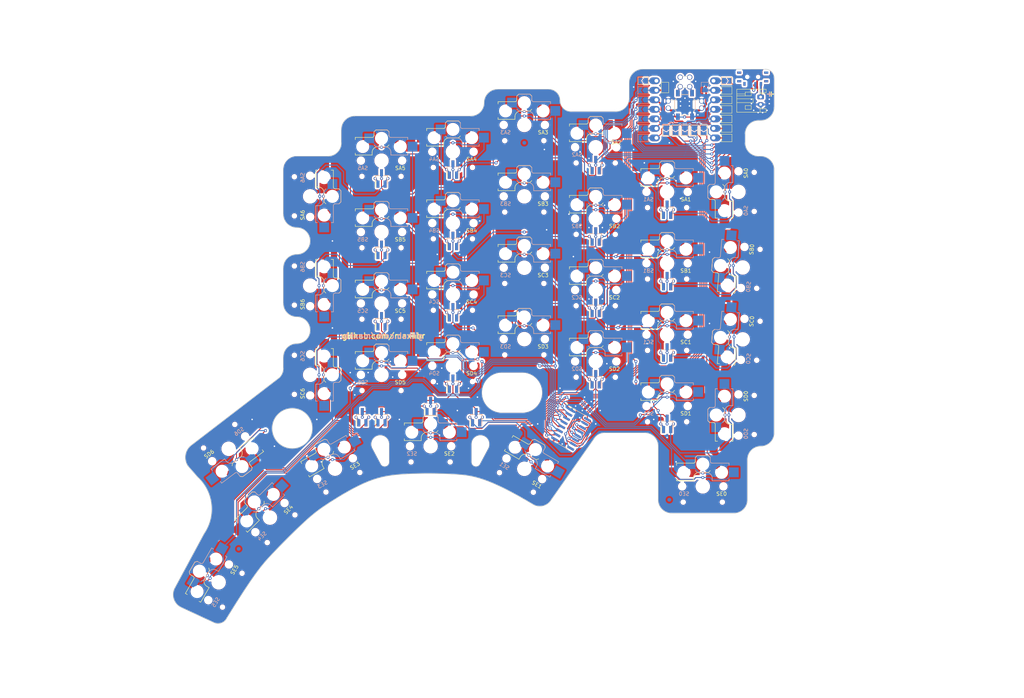
<source format=kicad_pcb>
(kicad_pcb (version 20221018) (generator pcbnew)
  (layers (0 "F.Cu" signal) (31 "B.Cu" signal) (34 "B.Paste" user) (35 "F.Paste" user) (36 "B.SilkS" user "B.Silkscreen") (37 "F.SilkS" user "F.Silkscreen") (38 "B.Mask" user) (39 "F.Mask" user) (44 "Edge.Cuts" user))
  (net 0 "")
  (net 1 "VBAT")
  (net 2 "GND")
  (net 3 "rowA")
  (net 4 "rowB")
  (net 5 "rowC")
  (net 6 "rowD")
  (net 7 "Net-(D11-A2)")
  (net 8 "rowE")
  (net 9 "col0")
  (net 13 "RESET")
  (net 14 "BAT+")
  (net 15 "col1")
  (net 16 "col2")
  (net 17 "col3")
  (net 18 "col4")
  (net 19 "col5")
  (net 20 "Net-(D1-A1)")
  (net 21 "Net-(D1-A2)")
  (net 22 "Net-(D2-A1)")
  (net 23 "Net-(D2-A2)")
  (net 24 "Net-(D3-A1)")
  (net 25 "Net-(D3-A2)")
  (net 26 "Net-(D4-A1)")
  (net 27 "Net-(D4-A2)")
  (net 28 "Net-(D6-A1)")
  (net 29 "Net-(D6-A2)")
  (net 30 "Net-(D7-A1)")
  (net 31 "Net-(D7-A2)")
  (net 32 "Net-(D8-A1)")
  (net 33 "Net-(D8-A2)")
  (net 34 "Net-(D9-A1)")
  (net 35 "Net-(D9-A2)")
  (net 36 "Net-(D11-A1)")
  (net 37 "Net-(D12-A1)")
  (net 38 "Net-(D12-A2)")
  (net 39 "Net-(D13-A1)")
  (net 40 "Net-(D13-A2)")
  (net 41 "Net-(D14-A1)")
  (net 42 "Net-(D14-A2)")
  (net 43 "Net-(D15-A1)")
  (net 44 "Net-(D15-A2)")
  (net 46 "col6")
  (net 47 "Net-(D5-A1)")
  (net 48 "Net-(D5-A2)")
  (net 49 "Net-(D16-A1)")
  (net 51 "Net-(D17-A1)")
  (net 53 "Net-(D18-A1)")
  (net 55 "Net-(D19-A1)")
  (net 57 "unconnected-(U1-B8_TX{slash}1.11-Pad7)")
  (net 58 "Net-(D10-A2)")
  (net 59 "Net-(D10-A1)")
  (net 60 "unconnected-(U1-A9_SCL{slash}0.05_H-Pad6)")
  (net 62 "SCK")
  (net 63 "MISO")
  (net 64 "MOSI")
  (net 65 "+3V3")
  (footprint "pretty:ChocV1_Hotswap_reversible" (layer "F.Cu") (at 101.298715 136.95092 30)
    (fp_text reference "SE3")
    (fp_text value "SW" hide)
  )
  (footprint "pretty:ChocV1_Hotswap_reversible" (layer "F.Cu") (at 210.080915 83.27292 85)
    (fp_text reference "SB0")
    (fp_text value "SW" hide)
  )
  (footprint "Package_SO:SOIC-16_3.9x9.9mm_P1.27mm" (layer "F.Cu") (at 164.263572 126.425671 -30)
    (fp_text reference "U3" hide)
    (fp_text value "74HC595")
  )
  (footprint "pretty:ChocV1_Hotswap_reversible" (layer "F.Cu") (at 170.854815 70.24692)
    (fp_text reference "SB2")
    (fp_text value "SW" hide)
  )
  (footprint "pretty:ChocV1_Hotswap_reversible" (layer "F.Cu") (at 189.904815 101.20322)
    (fp_text reference "SC1")
    (fp_text value "SW" hide)
  )
  (footprint "pretty:ChocV1_Hotswap_reversible" (layer "F.Cu") (at 132.754815 71.43762)
    (fp_text reference "SB4")
    (fp_text value "SW" hide)
  )
  (footprint "pretty:ChocV1_Hotswap_reversible" (layer "F.Cu") (at 189.904815 120.25322)
    (fp_text reference "SD1")
    (fp_text value "SW" hide)
  )
  (footprint "pretty:ChocV1_Hotswap_reversible" (layer "F.Cu") (at 151.804783 45.24378)
    (fp_text reference "SA3")
    (fp_text value "SW" hide)
  )
  (footprint "pretty:ChocV1_Hotswap_reversible" (layer "F.Cu") (at 208.954815 122.63442 90)
    (fp_text reference "SD0")
    (fp_text value "SW" hide)
  )
  (footprint "pretty:ChocV1_Hotswap_reversible" (layer "F.Cu") (at 208.954815 63.10322 90)
    (fp_text reference "SA0")
    (fp_text value "SW" hide)
  )
  (footprint "pretty:ChocV1_Hotswap_reversible" (layer "F.Cu") (at 126.801615 130.96892)
    (fp_text reference "SE2")
    (fp_text value "SW" hide)
  )
  (footprint "pretty:ChocV1_Hotswap_reversible" (layer "F.Cu") (at 94.654715 111.91892 -90)
    (fp_text reference "SC6")
    (fp_text value "SW" hide)
  )
  (footprint "pretty:ChocV1_Hotswap_reversible" (layer "F.Cu") (at 83.939115 150.01882 45)
    (fp_text reference "SE4")
    (fp_text value "SW" hide)
  )
  (footprint "pretty:ChocV1_Hotswap_reversible" (layer "F.Cu") (at 189.904783 63.10318)
    (fp_text reference "SA1")
    (fp_text value "SW" hide)
  )
  (footprint "pretty:ChocV1_Hotswap_reversible" (layer "F.Cu") (at 70.246815 167.28302 60)
    (fp_text reference locked "SE5")
    (fp_text value "SW" hide)
  )
  (footprint "Connector_JST:JST_PH_S2B-PH-K_1x02_P2.00mm_Horizontal" (layer "F.Cu") (at 214.86268 37.783032 -90)
    (fp_text reference "BT1" hide)
    (fp_text value "Battery_Cell")
  )
  (footprint "pretty:ChocV1_Hotswap_reversible" (layer "F.Cu") (at 72.917515 131.65152 -143)
    (fp_text reference "SD6")
    (fp_text value "SW" hide)
  )
  (footprint "pretty:ChocV1_Hotswap_reversible" (layer "F.Cu") (at 113.704815 111.91882)
    (fp_text reference "SD5")
    (fp_text value "SW" hide)
  )
  (footprint "pretty:ChocV1_Hotswap_reversible" (layer "F.Cu") (at 151.804815 102.39382)
    (fp_text reference "SD3")
    (fp_text value "SW" hide)
  )
  (footprint "pretty:ChocV1_Hotswap_reversible" (layer "F.Cu") (at 132.754815 90.48762)
    (fp_text reference "SC4")
    (fp_text value "SW" hide)
  )
  (footprint "pretty:ChocV1_Hotswap_reversible" (layer "F.Cu") (at 113.704815 92.86882)
    (fp_text reference "SC5")
    (fp_text value "SW" hide)
  )
  (footprint "pretty:ChocV1_Hotswap_reversible" (layer "F.Cu") (at 151.804815 83.34382)
    (fp_text reference "SC3")
    (fp_text value "SW" hide)
  )
  (footprint "sepp:switch-MSK-12C02-smd" (layer "F.Cu") (at 212.748619 31.075215 -90)
    (fp_text reference "SW_bat1")
    (fp_text value "SW_SPDT")
  )
  (footprint "pretty:ChocV1_Hotswap_reversible" (layer "F.Cu") (at 170.854815 89.29692)
    (fp_text reference "SC2")
    (fp_text value "SW" hide)
  )
  (footprint "pretty:reversable-xiao-ble-smd-cutout" (layer "F.Cu") (at 194.667351 41.076597)
    (fp_text reference "U1" hide)
    (fp_text value "xiao-ble" hide)
    (fp_line (start -4.699 -0.7488) (end -4.699 -1.7902) (stroke (width 0.12)) (layer "Edge.Cuts"))
    (fp_line (start -4.0132 -2.476) (end -2.413 -2.476) (stroke (width 0.12)) (layer "Edge.Cuts"))
    (fp_line (start -2.413 -0.063) (end -4.0132 -0.063) (stroke (width 0.12)) (layer "Edge.Cuts"))
    (fp_line (start -2.032 -2.095) (end -2.032 -0.444) (stroke (width 0.12)) (layer "Edge.Cuts"))
    (fp_line (start -1.524 -6.4638) (end -1.524 -8.1402) (stroke (width 0.12)) (layer "Edge.Cuts"))
    (fp_line (start -0.8382 -8.826) (end 0.8382 -8.826) (stroke (width 0.12)) (layer "Edge.Cuts"))
    (fp_line (start -0.8382 -5.778) (end 0.8382 -5.778) (stroke (width 0.12)) (layer "Edge.Cuts"))
    (fp_line (start 1.524 -6.4638) (end 1.524 -8.1402) (stroke (width 0.12)) (layer "Edge.Cuts"))
    (fp_line (start 2.032 -2.095) (end 2.032 -0.444) (stroke (width 0.12)) (layer "Edge.Cuts"))
    (fp_line (start 2.413 -0.063) (end 4.0132 -0.063) (stroke (width 0.12)) (layer "Edge.Cuts"))
    (fp_line (start 4.0132 -2.476) (end 2.413 -2.476) (stroke (width 0.12)) (layer "Edge.Cuts"))
    (fp_line (start 4.699 -0.7488) (end 4.699 -1.7902) (stroke (width 0.12)) (layer "Edge.Cuts"))
    (fp_arc (start -4.699 -0.7488) (mid -4.095391 -0.666609) (end -4.0132 -0.063) (stroke (width 0.12)) (layer "Edge.Cuts"))
    (fp_arc (start -4.0132 -2.476) (mid -4.095391 -1.872391) (end -4.699 -1.7902) (stroke (width 0.12)) (layer "Edge.Cuts"))
    (fp_arc (start -2.413 -2.476) (mid -2.143592 -2.364408) (end -2.032 -2.095) (stroke (width 0.12)) (layer "Edge.Cuts"))
    (fp_arc (start -2.032 -0.444) (mid -2.143592 -0.174592) (end -2.413 -0.063) (stroke (width 0.12)) (layer "Edge.Cuts"))
    (fp_arc (start -1.524 -6.4638) (mid -0.920391 -6.381609) (end -0.8382 -5.778) (stroke (width 0.12)) (layer "Edge.Cuts"))
    (fp_arc (start -0.8382 -8.826) (mid -0.920391 -8.222391) (end -1.524 -8.1402) (stroke (width 0.12)) (layer "Edge.Cuts"))
    (fp_arc (start 0.8382 -5.778) (mid 0.920391 -6.381609) (end 1.524 -6.4638) (stroke (width 0.12)) (layer "Edge.Cuts"))
    (fp_arc (start 1.524 -8.1402) (mid 0.920393 -8.222393) (end 0.8382 -8.826) (stroke (width 0.12)) (layer "Edge.Cuts"))
    (fp_arc (start 2.032 -2.095) (mid 2.143592 -2.364408) (end 2.413 -2.476) (stroke (width 0.12)) (layer "Edge.Cuts"))
    (fp_arc (start 2.413 -0.063) (mid 2.143592 -0.174592) (end 2.032 -0.444) (stroke (width 0.12)) (layer "Edge.Cuts"))
    (fp_arc (start 4.0132 -0.063) (mid 4.095393 -0.666607) (end 4.699 -0.7488) (stroke (width 0.12)) (layer "Edge.Cuts"))
    (fp_arc (start 4.699 -1.7902) (mid 4.095393 -1.872393) (end 4.0132 -2.476) (stroke (width 0.12)) (layer "Edge.Cuts"))
  )
  (footprint "pretty:ChocV1_Hotswap_reversible" (layer "F.Cu") (at 113.704783 54.76878)
    (fp_text reference "SA5")
    (fp_text value "SW" hide)
  )
  (footprint "pretty:ChocV1_Hotswap_reversible" (layer "F.Cu") (at 94.654815 64.29382 -90)
    (fp_text reference "SA6")
    (fp_text value "SW" hide)
  )
  (footprint "pretty:ChocV1_Hotswap_reversible" (layer "F.Cu") (at 132.754815 109.53762)
    (fp_text reference "SD4")
    (fp_text value "SW" hide)
  )
  (footprint "pretty:ChocV1_Hotswap_reversible" (layer "F.Cu") (at 170.854815 108.34692)
    (fp_text reference "SD2")
    (fp_text value "SW" hide)
  )
  (footprint "pretty:ChocV1_Hotswap_reversible" (layer "F.Cu") (at 170.854783 51.19688)
    (fp_text reference "SA2")
    (fp_text value "SW" hide)
  )
  (footprint "pretty:ChocV1_Hotswap_reversible" (layer "F.Cu") (at 210.080915 102.45572 85)
    (fp_text reference "SC0")
    (fp_text value "SW" hide)
  )
  (footprint "pretty:ChocV1_Hotswap_reversible" (layer "F.Cu") (at 94.654815 88.10632 -90)
    (fp_text reference "SB6")
    (fp_text value "SW" hide)
  )
  (footprint "pretty:ChocV1_Hotswap_reversible" (layer "F.Cu") (at 151.804715 136.99312 -30)
    (fp_text reference locked "SE1")
    (fp_text value "SW" hide)
  )
  (footprint "pretty:ChocV1_Hotswap_reversible" (layer "F.Cu") (at 199.429815 141.68452)
    (fp_text reference "SE0")
    (fp_text value "SW" hide)
  )
  (footprint "pretty:ChocV1_Hotswap_reversible" (layer "F.Cu") (at 189.904815 82.15322)
    (fp_text reference "SB1")
    (fp_text value "SW" hide)
  )
  (footprint "pretty:ChocV1_Hotswap_reversible" (layer "F.Cu") (at 151.804815 64.29382)
    (fp_text reference "SB3")
    (fp_text value "SW" hide)
  )
  (footprint "pretty:ChocV1_Hotswap_reversible" (layer "F.Cu") (at 132.754783 52.38758)
    (fp_text reference "SA4")
    (fp_text value "SW" hide)
  )
  (footprint "pretty:SOT-23" (layer "B.Cu") (at 113.704783 97.631332 90)
    (fp_text reference "D18" hide)
    (fp_text value "BAV70" hide)
  )
  (footprint "sepp:switch-MSK-12C02-smd" (layer "B.Cu") (at 212.748619 31.075215 -90)
    (fp_text reference "SW_bat2")
    (fp_text value "SW_SPDT")
  )
  (footprint "pretty:SOT-23" (layer "B.Cu") (at 132.754799 114.30008 90)
    (fp_text reference "D14" hide)
    (fp_text value "BAV70" hide)
  )
  (footprint "pretty:SOT-23" (layer "B.Cu") (at 189.904847 105.965698 90)
    (fp_text reference "D3" hide)
    (fp_text value "BAV70" hide)
  )
  (footprint "pretty:SOT-23" (layer "B.Cu") (at 132.754799 57.150032 90)
    (fp_text reference "D11" hide)
    (fp_text value "BAV70" hide)
  )
  (footprint "pretty:SOT-23" (layer "B.Cu") (at 189.904847 86.915682 90)
    (fp_text reference "D2" hide)
    (fp_text value "BAV70" hide)
  )
  (footprint "Package_SO:SOIC-16_3.9x9.9mm_P1.27mm" (layer "B.Cu") (at 164.263572 126.425671 -30)
    (fp_text reference "U2" hide)
    (fp_text value "74HC595")
  )
  (footprint "pretty:SOT-23" (layer "B.Cu") (at 170.854831 94.059438 90)
    (fp_text reference "D8" hide)
    (fp_text value "BAV70" hide)
  )
  (footprint "pretty:SOT-23" (layer "B.Cu") (at 170.854831 75.009422 90)
    (fp_text reference "D7" hide)
    (fp_text value "BAV70" hide)
  )
  (footprint "Fiducial:Fiducial_1mm_Mask2mm" (layer "B.Cu") (at 75.604751 158.353258 180)
    (fp_text reference "FID3" hide)
    (fp_text value "Fiducial")
  )
  (footprint "Fiducial:Fiducial_1mm_Mask2mm" (layer "B.Cu") (at 151.804815 50.006276 180)
    (fp_text reference "FID1" hide)
    (fp_text value "Fiducial")
  )
  (footprint "pretty:SOT-23" (layer "B.Cu") (at 113.704783 123.229775 90)
    (fp_text reference "D15" hide)
    (fp_text value "BAV70" hide)
  )
  (footprint "pretty:SOT-23" (layer "B.Cu") (at 132.754799 95.250064 90)
    (fp_text reference "D13" hide)
    (fp_text value "BAV70" hide)
  )
  (footprint "pretty:SOT-23" (layer "B.Cu") (at 189.904847 67.865666 90)
    (fp_text reference "D1" hide)
    (fp_text value "BAV70" hide)
  )
  (footprint "pretty:SOT-23" (layer "B.Cu") (at 126.801669 120.25321 90)
    (fp_text reference "D10" hide)
    (fp_text value "BAV70" hide)
  )
  (footprint "pretty:ChocV1_Hotswap_reversible" (layer "B.Cu") (at 113.704815 73.81882 180)
    (fp_text reference "SB5")
    (fp_text value "SW" hide)
  )
  (footprint "pretty:SOT-23" (layer "B.Cu") (at 170.854831 113.109454 90)
    (fp_text reference "D9" hide)
    (fp_text value "BAV70" hide)
  )
  (footprint "pretty:SOT-23" (layer "B.Cu") (at 132.754799 76.200048 90)
    (fp_text reference "D12" hide)
    (fp_text value "BAV70" hide)
  )
  (footprint "pretty:SOT-23" (layer "B.Cu") (at 113.704783 59.5313 90)
    (fp_text reference "D16" hide)
    (fp_text value "BAV70" hide)
  )
  (footprint "pretty:SOT-23" (layer "B.Cu") (at 113.704783 78.581316 90)
    (fp_text reference "D17" hide)
    (fp_text value "BAV70" hide)
  )
  (footprint "pretty:SOT-23" (layer "B.Cu") (at 189.904847 125.015714 90)
    (fp_text reference "D4" hide)
    (fp_text value "BAV70" hide)
  )
  (footprint "pretty:SOT-23" (layer "B.Cu") (at 170.854831 55.959406 90)
    (fp_text reference "D6" hide)
    (fp_text value "BAV70" hide)
  )
  (footprint "pretty:SOT-23" (layer "B.Cu") (at 138.948555 123.229775 90)
    (fp_text reference "D5" hide)
    (fp_text value "BAV70" hide)
  )
  (footprint "pretty:SOT-23" (layer "B.Cu") (at 108.587592 123.229775 90)
    (fp_text reference "D19" hide)
    (fp_text value "BAV70" hide)
  )
  (footprint "Fiducial:Fiducial_1mm_Mask2mm" (layer "B.Cu") (at 190.50016 145.256356 180)
    (fp_text reference "FID2" hide)
    (fp_text value "Fiducial")
  )
  (gr_arc locked (start 218.479791 127.397016) (mid 217.433606 129.922703) (end 214.907913 130.968846) (stroke (width 0.16)) (layer "Edge.Cuts"))
  (gr_arc locked (start 179.784526 33.932841) (mid 180.830639 31.407047) (end 183.356404 30.360916) (stroke (width 0.16)) (layer "Edge.Cuts"))
  (gr_arc locked (start 139.898555 135.847579) (mid 138.562869 136.326677) (end 137.717268 135.187138) (stroke (width 0.1)) (layer "Edge.Cuts"))
  (gr_arc locked (start 191.095441 148.828283) (mid 188.569661 147.782148) (end 187.523516 145.256405) (stroke (width 0.16)) (layer "Edge.Cuts"))
  (gr_curve locked (pts (xy 84.551482 159.707687) (xy 81.822815 162.58502) (xy 79.738815 164.96602) (xy 72.443913 176.786594)) (stroke (width 0.16)) (layer "Edge.Cuts"))
  (gr_arc locked (start 151.209502 111.323531) (mid 156.567319 116.681348) (end 151.209502 122.039165) (stroke (width 0.1)) (layer "Edge.Cuts"))
  (gr_arc locked (start 158.353138 35.718642) (mid 160.457959 36.590451) (end 161.329823 38.695268) (stroke (width 0.16)) (layer "Edge.Cuts"))
  (gr_line locked (start 214.31268 44.053115) (end 214.90804 44.053162) (stroke (width 0.1)) (layer "Edge.Cuts"))
  (gr_arc locked (start 87.511011 83.34382) (mid 88.557165 80.818083) (end 91.082889 79.771895) (stroke (width 0.16)) (layer "Edge.Cuts"))
  (gr_line locked (start 63.158868 130.53809) (end 86.464785 112.658618) (stroke (width 0.16)) (layer "Edge.Cuts"))
  (gr_line locked (start 218.479918 40.481237) (end 218.479871 32.742215) (stroke (width 0.1)) (layer "Edge.Cuts"))
  (gr_arc locked (start 87.510979 110.132922) (mid 87.239061 111.499814) (end 86.464785 112.658618) (stroke (width 0.16)) (layer "Edge.Cuts"))
  (gr_arc locked (start 87.51104 107.15641) (mid 88.557197 104.630675) (end 91.082918 103.584485) (stroke (width 0.16)) (layer "Edge.Cuts"))
  (gr_arc locked (start 216.09857 30.360963) (mid 217.782397 31.058404) (end 218.479871 32.742215) (stroke (width 0.16)) (layer "Edge.Cuts"))
  (gr_curve locked (pts (xy 99.979648 145.915853) (xy 97.201482 147.701687) (xy 95.614148 148.892353) (xy 93.133815 151.17452)) (stroke (width 0.16)) (layer "Edge.Cuts"))
  (gr_arc locked (start 211.336035 134.540771) (mid 212.382218 132.015053) (end 214.907913 130.968846) (stroke (width 0.16)) (layer "Edge.Cuts"))
  (gr_line locked (start 66.369067 154.273389) (end 58.629864 168.629916) (stroke (width 0.16)) (layer "Edge.Cuts"))
  (gr_arc locked (start 91.082918 96.440776) (mid 93.608666 97.486919) (end 94.654843 100.012654) (stroke (width 0.16)) (layer "Edge.Cuts"))
  (gr_line locked (start 159.032599 145.203929) (end 170.338518 129.069865) (stroke (width 0.16)) (layer "Edge.Cuts"))
  (gr_line locked (start 87.510993 92.868898) (end 87.511011 83.34382) (stroke (width 0.1)) (layer "Edge.Cuts"))
  (gr_line locked (start 60.295583 173.994112) (end 68.97401 178.029731) (stroke (width 0.16)) (layer "Edge.Cuts"))
  (gr_line locked (start 216.09857 30.360963) (end 183.356404 30.360916) (stroke (width 0.1)) (layer "Edge.Cuts"))
  (gr_arc locked (start 183.951638 127.397015) (mid 186.477392 128.443165) (end 187.523563 130.968893) (stroke (width 0.16)) (layer "Edge.Cuts"))
  (gr_line locked (start 191.095441 148.828283) (end 207.764205 148.82833) (stroke (width 0.16)) (layer "Edge.Cuts"))
  (gr_line locked (start 64.61941 139.172063) (end 62.051926 136.233772) (stroke (width 0.16)) (layer "Edge.Cuts"))
  (gr_line locked (start 218.479871 57.150032) (end 218.479791 127.397016) (stroke (width 0.16)) (layer "Edge.Cuts"))
  (gr_arc locked (start 111.317854 131.64978) (mid 112.724122 128.129787) (end 115.74101 130.424634) (stroke (width 0.1)) (layer "Edge.Cuts"))
  (gr_arc locked (start 64.61941 139.172063) (mid 68.326143 146.394618) (end 66.369067 154.273389) (stroke (width 0.16)) (layer "Edge.Cuts"))
  (gr_line locked (start 115.74101 130.424634) (end 115.74101 135.187138) (stroke (width 0.1)) (layer "Edge.Cuts"))
  (gr_arc locked (start 91.082889 72.628186) (mid 93.608626 73.67434) (end 94.654814 76.200064) (stroke (width 0.16)) (layer "Edge.Cuts"))
  (gr_line locked (start 187.523516 145.256405) (end 187.523563 130.968893) (stroke (width 0.16)) (layer "Edge.Cuts"))
  (gr_line locked (start 211.336083 145.256405) (end 211.336035 134.540771) (stroke (width 0.16)) (layer "Edge.Cuts"))
  (gr_arc locked (start 210.740802 47.62504) (mid 211.786956 45.099303) (end 214.31268 44.053115) (stroke (width 0.16)) (layer "Edge.Cuts"))
  (gr_arc locked (start 91.082918 96.440776) (mid 88.557166 95.394637) (end 87.510993 92.868898) (stroke (width 0.16)) (layer "Edge.Cuts"))
  (gr_arc locked (start 218.479918 40.481237) (mid 217.433754 43.006986) (end 214.90804 44.053162) (stroke (width 0.16)) (layer "Edge.Cuts"))
  (gr_line locked (start 87.510964 69.056308) (end 87.511011 57.150032) (stroke (width 0.1)) (layer "Edge.Cuts"))
  (gr_arc locked (start 94.654767 76.19997) (mid 93.608613 78.725707) (end 91.082889 79.771895) (stroke (width 0.16)) (layer "Edge.Cuts"))
  (gr_arc locked (start 94.654796 100.01256) (mid 93.608639 102.538295) (end 91.082918 103.584485) (stroke (width 0.16)) (layer "Edge.Cuts"))
  (gr_curve locked (pts (xy 110.199482 140.36002) (xy 106.726815 141.74902) (xy 102.757815 144.13002) (xy 99.979648 145.915853)) (stroke (width 0.16)) (layer "Edge.Cuts"))
  (gr_arc locked (start 159.032599 145.203929) (mid 156.863659 146.86794) (end 154.153315 146.51102) (stroke (width 0.16)) (layer "Edge.Cuts"))
  (gr_line locked (start 99.417271 53.578201) (end 91.082889 53.578154) (stroke (width 0.1)) (layer "Edge.Cuts"))
  (gr_arc locked (start 137.717268 130.424634) (mid 140.734156 128.129787) (end 142.140424 131.64978) (stroke (width 0.1)) (layer "Edge.Cuts"))
  (gr_line locked (start 145.851685 122.039149) (end 151.209502 122.039165) (stroke (width 0.1)) (layer "Edge.Cuts"))
  (gr_line locked (start 137.717268 135.187138) (end 137.717268 130.424634) (stroke (width 0.1)) (layer "Edge.Cuts"))
  (gr_arc locked (start 87.511011 57.150032) (mid 88.557189 54.624332) (end 91.082889 53.578154) (stroke (width 0.1)) (layer "Edge.Cuts"))
  (gr_circle locked (center 89.892231 126.206373) (end 95.250048 126.206373) (stroke (width 0.16)) (fill none) (layer "Edge.Cuts"))
  (gr_arc locked (start 62.051926 136.233772) (mid 61.434795 133.158427) (end 63.158868 130.53809) (stroke (width 0.16)) (layer "Edge.Cuts"))
  (gr_line locked (start 179.784454 38.099858) (end 179.784526 33.932841) (stroke (width 0.1)) (layer "Edge.Cuts"))
  (gr_arc locked (start 164.306508 41.671894) (mid 162.201669 40.80009) (end 161.329823 38.695268) (stroke (width 0.16)) (layer "Edge.Cuts"))
  (gr_curve locked (pts (xy 154.153315 146.51102) (xy 142.246815 139.36802) (xy 138.079815 138.77252) (xy 133.614982 138.47477)) (stroke (width 0.16)) (layer "Edge.Cuts"))
  (gr_arc locked (start 145.851685 122.039149) (mid 140.493868 116.681332) (end 145.851685 111.323515) (stroke (width 0.1)) (layer "Edge.Cuts"))
  (gr_line locked (start 183.951638 127.397015) (end 173.236083 127.396966) (stroke (width 0.1)) (layer "Edge.Cuts"))
  (gr_curve locked (pts (xy 120.517982 138.37552) (xy 116.648482 138.57402) (xy 113.672148 138.97102) (xy 110.199482 140.36002)) (stroke (width 0.16)) (layer "Edge.Cuts"))
  (gr_line locked (start 106.561027 42.86252) (end 137.517303 42.862567) (stroke (width 0.1)) (layer "Edge.Cuts"))
  (gr_arc locked (start 214.31268 53.578154) (mid 211.78695 52.531995) (end 210.740755 50.006276) (stroke (width 0.16)) (layer "Edge.Cuts"))
  (gr_arc locked (start 170.338518 129.069865) (mid 171.563173 127.845205) (end 173.236083 127.396966) (stroke (width 0.16)) (layer "Edge.Cuts"))
  (gr_arc locked (start 115.74101 135.187138) (mid 114.895409 136.326677) (end 113.559723 135.847579) (stroke (width 0.1)) (layer "Edge.Cuts"))
  (gr_arc locked (start 102.989149 46.434445) (mid 104.035283 43.90869) (end 106.561027 42.86252) (stroke (width 0.16)) (layer "Edge.Cuts"))
  (gr_line locked (start 111.317854 131.64978) (end 113.559723 135.847579) (stroke (width 0.1)) (layer "Edge.Cuts"))
  (gr_arc locked (start 60.295583 173.994112) (mid 58.273893 171.681177) (end 58.629864 168.629916) (stroke (width 0.16)) (layer "Edge.Cuts"))
  (gr_curve locked (pts (xy 93.133815 151.17452) (xy 90.653482 153.456687) (xy 87.280148 156.830353) (xy 84.551482 159.707687)) (stroke (width 0.16)) (layer "Edge.Cuts"))
  (gr_line locked (start 210.740802 47.62504) (end 210.740755 50.006276) (stroke (width 0.1)) (layer "Edge.Cuts"))
  (gr_curve locked (pts (xy 133.614982 138.47477) (xy 129.150148 138.17702) (xy 124.387482 138.17702) (xy 120.517982 138.37552)) (stroke (width 0.16)) (layer "Edge.Cuts"))
  (gr_arc locked (start 91.082889 72.628186) (mid 88.557152 71.582032) (end 87.510964 69.056308) (stroke (width 0.16)) (layer "Edge.Cuts"))
  (gr_arc locked (start 179.784526 38.100016) (mid 178.738373 40.625744) (end 176.212648 41.671941) (stroke (width 0.16)) (layer "Edge.Cuts"))
  (gr_line locked (start 214.31268 53.578154) (end 214.907946 53.578154) (stroke (width 0.1)) (layer "Edge.Cuts"))
  (gr_line locked (start 102.989149 50.006276) (end 102.989149 46.434445) (stroke (width 0.1)) (layer "Edge.Cuts"))
  (gr_arc locked (start 72.443913 176.786594) (mid 70.964216 178.12062) (end 68.97401 178.029731) (stroke (width 0.16)) (layer "Edge.Cuts"))
  (gr_arc locked (start 214.907946 53.578154) (mid 217.433681 54.624309) (end 218.479871 57.150032) (stroke (width 0.16)) (layer "Edge.Cuts"))
  (gr_arc locked (start 141.089181 39.290642) (mid 142.135312 36.764865) (end 144.661059 35.718717) (stroke (width 0.16)) (layer "Edge.Cuts"))
  (gr_arc locked (start 102.989149 50.006276) (mid 101.943011 52.532038) (end 99.417271 53.578201) (stroke (width 0.16)) (layer "Edge.Cuts"))
  (gr_arc locked (start 141.089181 39.290642) (mid 140.043039 41.816391) (end 137.517303 42.862567) (stroke (width 0.16)) (layer "Edge.Cuts"))
  (gr_line locked (start 164.306508 41.671894) (end 176.212648 41.671941) (stroke (width 0.1)) (layer "Edge.Cuts"))
  (gr_line locked (start 145.851685 111.323515) (end 151.209502 111.323531) (stroke (width 0.1)) (layer "Edge.Cuts"))
  (gr_line locked (start 144.661059 35.718717) (end 158.353138 35.718642) (stroke (width 0.1)) (layer "Edge.Cuts"))
  (gr_arc locked (start 211.336083 145.256405) (mid 210.289937 147.782161) (end 207.764205 148.82833) (stroke (width 0.16)) (layer "Edge.Cuts"))
  (gr_line locked (start 87.51104 107.15641) (end 87.510979 110.132922) (stroke (width 0.1)) (layer "Edge.Cuts"))
  (gr_line locked (start 139.898555 135.847579) (end 142.140424 131.64978) (stroke (width 0.1)) (layer "Edge.Cuts"))
  (gr_text "•" (at 158.745784 129.08276) (layer "B.SilkS") (effects (font (size 1 1)) (justify left bottom mirror)))
  (gr_text "+" (at 218.36581 37.783048) (layer "B.SilkS") (effects (font (size 1.5 1.5) (thickness 0.3) bold) (justify left bottom mirror)))
  (gr_text locked "github.com/maxhbr" (at 125.01573 102.393836) (layer "B.SilkS") (effects (font (size 1.5 1.5) (thickness 0.3) bold) (justify left bottom mirror)))
  (gr_text "•" (at 162.520449 120.253226) (layer "F.SilkS") (effects (font (size 1 1)) (justify left bottom)))
  (gr_text "+" (at 216.579871 37.783048) (layer "F.SilkS") (effects (font (size 1.5 1.5) (thickness 0.3) bold) (justify left bottom)))
  (gr_text locked "github.com/maxhbr" (at 102.989149 102.393836) (layer "F.SilkS") (effects (font (size 1.5 1.5) (thickness 0.3) bold) (justify left bottom)))
  (segment (start 214.86268 37.783032) (end 214.948619 37.697093) (width 0.5) (layer "F.Cu") (net 1))
  (segment (start 214.948619 37.697093) (end 214.948619 34.275215) (width 0.5) (layer "F.Cu") (net 1))
  (segment (start 214.86268 37.783032) (end 214.86268 34.361154) (width 0.5) (layer "B.Cu") (net 1))
  (segment (start 214.86268 34.361154) (end 214.948619 34.275215) (width 0.5) (layer "B.Cu") (net 1))
  (segment locked (start 165.076785 126.207771) (end 165.130998 126.193245) (width 0.25) (layer "F.Cu") (net 2))
  (segment locked (start 165.076785 126.207771) (end 164.858885 125.394559) (width 0.25) (layer "F.Cu") (net 2))
  (segment locked (start 165.130998 126.193245) (end 166.724485 127.113245) (width 0.25) (layer "F.Cu") (net 2))
  (segment (start 189.198851 39.878097) (end 190.222351 38.854597) (width 0.25) (layer "F.Cu") (net 2))
  (segment (start 191.576725 42.545536) (end 192.067161 43.035972) (width 0.25) (layer "F.Cu") (net 2))
  (segment locked (start 165.944316 123.514537) (end 166.562774 123.348822) (width 0.25) (layer "F.Cu") (net 2))
  (segment (start 167.282953 121.443836) (end 166.562774 122.164015) (width 0.25) (layer "F.Cu") (net 2))
  (segment (start 190.18316 42.545536) (end 189.198851 41.561227) (width 0.25) (layer "F.Cu") (net 2))
  (segment (start 189.198851 41.561227) (end 189.198851 39.878097) (width 0.25) (layer "F.Cu") (net 2))
  (segment locked (start 164.858885 125.394559) (end 165.944316 123.514537) (width 0.25) (layer "F.Cu") (net 2))
  (segment (start 166.562774 122.164015) (end 166.562774 123.348822) (width 0.25) (layer "F.Cu") (net 2))
  (segment (start 192.067161 43.035972) (end 192.767351 43.035972) (width 0.25) (layer "F.Cu") (net 2))
  (segment (start 191.576725 42.545536) (end 190.18316 42.545536) (width 0.25) (layer "F.Cu") (net 2))
  (via (at 192.286099 60.126613) (size 0.8) (drill 0.4) (layers "F.Cu" "B.Cu") (net 2))
  (via (at 212.41268 38.378345) (size 0.8) (drill 0.4) (layers "F.Cu" "B.Cu") (net 2))
  (via (at 133.945425 121.443836) (size 0.8) (drill 0.4) (layers "F.Cu" "B.Cu") (net 2))
  (via (at 206.573611 85.129759) (size 0.8) (drill 0.4) (layers "F.Cu" "B.Cu") (net 2))
  (via (at 213.007993 41.35491) (size 0.8) (drill 0.4) (layers "F.Cu" "B.Cu") (net 2))
  (via (at 129.182921 127.992295) (size 0.8) (drill 0.4) (layers "F.Cu" "B.Cu") (net 2))
  (via (at 169.664205 119.062584) (size 0.8) (drill 0.4) (layers "F.Cu" "B.Cu") (net 2))
  (via (at 217.175184 38.378345) (size 0.8) (drill 0.4) (layers "F.Cu" "B.Cu") (net 2))
  (via (at 128.587608 114.30008) (size 0.8) (drill 0.4) (layers "F.Cu" "B.Cu") (net 2))
  (via (at 191.576725 33.615841) (size 0.8) (drill 0.4) (layers "F.Cu" "B.Cu") (net 2))
  (via (at 198.125168 42.545536) (size 0.8) (drill 0.4) (layers "F.Cu" "B.Cu") (net 2))
  (via (at 184.54703 103.584462) (size 0.8) (drill 0.4) (layers "F.Cu" "B.Cu") (net 2))
  (via (at 193.476725 38.973658) (size 0.8) (drill 0.4) (layers "F.Cu" "B.Cu") (net 2))
  (via (at 134.540738 92.868812) (size 0.8) (drill 0.4) (layers "F.Cu" "B.Cu") (net 2))
  (via locked (at 165.076785 126.207771) (size 0.8) (drill 0.4) (layers "F.Cu" "B.Cu") (net 2))
  (via (at 180.975152 51.792231) (size 0.8) (drill 0.4) (layers "F.Cu" "B.Cu") (net 2))
  (via (at 134.540738 73.818796) (size 0.8) (drill 0.4) (layers "F.Cu" "B.Cu") (net 2))
  (via (at 129.778234 110.132889) (size 0.8) (drill 0.4) (layers "F.Cu" "B.Cu") (net 2))
  (via (at 105.370401 111.323531) (size 0.8) (drill 0.4) (layers "F.Cu" "B.Cu") (net 2))
  (via (at 183.837656 55.364109) (size 0.8) (drill 0.4) (layers "F.Cu" "B.Cu") (net 2))
  (via (at 172.64077 91.678186) (size 0.8) (drill 0.4) (layers "F.Cu" "B.Cu") (net 2))
  (via (at 187.523595 59.5313) (size 0.8) (drill 0.4) (layers "F.Cu" "B.Cu") (net 2))
  (via (at 96.440706 123.825088) (size 0.8) (drill 0.4) (layers "F.Cu" "B.Cu") (net 2))
  (via (at 172.64077 72.62817) (size 0.8) (drill 0.4) (layers "F.Cu" "B.Cu") (net 2))
  (via (at 172.045457 121.443852) (size 0.8) (drill 0.4) (layers "F.Cu" "B.Cu") (net 2))
  (via (at 187.523595 78.5813) (size 0.8) (drill 0.4) (layers "F.Cu" "B.Cu") (net 2))
  (via (at 173.236083 66.67504) (size 0.8) (drill 0.4) (layers "F.Cu" "B.Cu") (net 2))
  (via (at 190.50016 50.006292) (size 0.8) (drill 0.4) (layers "F.Cu" "B.Cu") (net 2))
  (via (at 206.573611 104.775072) (size 0.8) (drill 0.4) (layers "F.Cu" "B.Cu") (net 2))
  (via (at 110.132905 111.323531) (size 0.8) (drill 0.4) (layers "F.Cu" "B.Cu") (net 2))
  (via (at 128.587608 79.771926) (size 0.8) (drill 0.4) (layers "F.Cu" "B.Cu") (net 2))
  (via (at 191.576725 42.545536) (size 0.8) (drill 0.4) (layers "F.Cu" "B.Cu") (net 2))
  (via (at 201.215794 79.176613) (size 0.8) (drill 0.4) (layers "F.Cu" "B.Cu") (net 2))
  (via (at 173.831396 108.942263) (size 0.8) (drill 0.4) (layers "F.Cu" "B.Cu") (net 2))
  (via (at 189.904847 128.587608) (size 0.8) (drill 0.4) (layers "F.Cu" "B.Cu") (net 2))
  (via (at 214.198619 41.950223) (size 0.8) (drill 0.4) (layers "F.Cu" "B.Cu") (net 2))
  (via (at 197.529855 33.615841) (size 0.8) (drill 0.4) (layers "F.Cu" "B.Cu") (net 2))
  (via (at 134.540738 55.364093) (size 0.8) (drill 0.4) (layers "F.Cu" "B.Cu") (net 2))
  (via (at 128.587608 53.578154) (size 0.8) (drill 0.4) (layers "F.Cu" "B.Cu") (net 2))
  (via (at 192.286099 135.136035) (size 0.8) (drill 0.4) (layers "F.Cu" "B.Cu") (net 2))
  (via (at 136.92199 115.490706) (size 0.8) (drill 0.4) (layers "F.Cu" "B.Cu") (net 2))
  (via (at 104.775088 122.634462) (size 0.8) (drill 0.4) (layers "F.Cu" "B.Cu") (net 2))
  (via (at 157.162632 51.792215) (size 0.8) (drill 0.4) (layers "F.Cu" "B.Cu") (net 2))
  (via (at 167.282953 121.443836) (size 0.8) (drill 0.4) (layers "F.Cu" "B.Cu") (net 2))
  (via (at 166.68764 72.032857) (size 0.8) (drill 0.4) (layers "F.Cu" "B.Cu") (net 2))
  (via (at 134.540738 79.771926) (size 0.8) (drill 0.4) (layers "F.Cu" "B.Cu") (net 2))
  (via (at 180.975152 35.123467) (size 0.8) (drill 0.4) (layers "F.Cu" "B.Cu") (net 2))
  (via (at 169.068892 91.678186) (size 0.8) (drill 0.4) (layers "F.Cu" "B.Cu") (net 2))
  (via (at 139.303242 117.871958) (size 0.8) (drill 0.4) (layers "F.Cu" "B.Cu") (net 2))
  (via (at 85.129759 130.968844) (size 0.8) (drill 0.4) (layers "F.Cu" "B.Cu") (net 2))
  (via (at 215.389245 41.950223) (size 0.8) (drill 0.4) (layers "F.Cu" "B.Cu") (net 2))
  (via (at 155.376693 125.01573) (size 0.8) (drill 0.4) (layers "F.Cu" "B.Cu") (net 2))
  (via (at 157.757945 73.223499) (size 0.8) (drill 0.4) (layers "F.Cu" "B.Cu") (net 2))
  (via (at 193.476725 64.889101) (size 0.8) (drill 0.4) (layers "F.Cu" "B.Cu") (net 2))
  (via (at 216.579871 41.35491) (size 0.8) (drill 0.4) (layers "F.Cu" "B.Cu") (net 2))
  (via (at 97.631332 135.136051) (size 0.8) (drill 0.4) (layers "F.Cu" "B.Cu") (net 2))
  (via (at 166.68764 52.387528) (size 0.8) (drill 0.4) (layers "F.Cu" "B.Cu") (net 2))
  (via (at 195.857977 40.164284) (size 0.8) (drill 0.4) (layers "F.Cu" "B.Cu") (net 2))
  (via locked (at 166.562774 123.348822) (size 0.8) (drill 0.4) (layers "F.Cu" "B.Cu") (net 2))
  (via (at 139.898555 70.842231) (size 0.8) (drill 0.4) (layers "F.Cu" "B.Cu") (net 2))
  (via (at 161.925136 130.373531) (size 0.8) (drill 0.4) (layers "F.Cu" "B.Cu") (net 2))
  (via (at 167.878266 117.871958) (size 0.8) (drill 0.4) (layers "F.Cu" "B.Cu") (net 2))
  (via (at 170.854831 125.015714) (size 0.8) (drill 0.4) (layers "F.Cu" "B.Cu") (net 2))
  (via (at 116.681348 112.514141) (size 0.8) (drill 0.4) (layers "F.Cu" "B.Cu") (net 2))
  (via (at 100.607897 99.417255) (size 0.8) (drill 0.4) (layers "F.Cu" "B.Cu") (net 2))
  (via (at 169.068892 72.62817) (size 0.8) (drill 0.4) (layers "F.Cu" "B.Cu") (net 2))
  (via (at 193.476725 40.164284) (size 0.8) (drill 0.4) (layers "F.Cu" "B.Cu") (net 2))
  (via (at 161.329823 115.490706) (size 0.8) (drill 0.4) (layers "F.Cu" "B.Cu") (net 2))
  (via (at 165.497014 120.25321) (size 0.8) (drill 0.4) (layers "F.Cu" "B.Cu") (net 2))
  (via (at 195.857977 38.973658) (size 0.8) (drill 0.4) (layers "F.Cu" "B.Cu") (net 2))
  (via (at 169.068892 54.173467) (size 0.8) (drill 0.4) (layers "F.Cu" "B.Cu") (net 2))
  (via (at 100.607897 76.200048) (size 0.8) (drill 0.4) (layers "F.Cu" "B.Cu") (net 2))
  (via (at 163.711075 69.056292) (size 0.8) (drill 0.4) (layers "F.Cu" "B.Cu") (net 2))
  (via (at 106.561027 117.276645) (size 0.8) (drill 0.4) (layers "F.Cu" "B.Cu") (net 2))
  (via (at 194.667351 38.100032) (size 0.8) (drill 0.4) (layers "F.Cu" "B.Cu") (net 2))
  (via (at 118.467287 123.825088) (size 0.8) (drill 0.4) (layers "F.Cu" "B.Cu") (net 2))
  (via (at 217.175184 39.568971) (size 0.8) (drill 0.4) (layers "F.Cu" "B.Cu") (net 2))
  (via (at 164.901701 80.367239) (size 0.8) (drill 0.4) (layers "F.Cu" "B.Cu") (net 2))
  (via (at 187.523595 97.631316) (size 0.8) (drill 0.4) (layers "F.Cu" "B.Cu") (net 2))
  (via (at 79.176629 123.825104) (size 0.8) (drill 0.4) (layers "F.Cu" "B.Cu") (net 2))
  (via (at 116.086035 108.346966) (size 0.8) (drill 0.4) (layers "F.Cu" "B.Cu") (net 2))
  (via (at 201.215794 98.226629) (size 0.8) (drill 0.4) (layers "F.Cu" "B.Cu") (net 2))
  (via (at 212.41268 39.568971) (size 0.8) (drill 0.4) (layers "F.Cu" "B.Cu") (net 2))
  (via (at 186.332969 123.825104) (size 0.8) (drill 0.4) (layers "F.Cu" "B.Cu") (net 2))
  (segment locked (start 165.52711 127.88841) (end 166.089485 128.213097) (width 0.25) (layer "B.Cu") (net 2))
  (segment (start 200.135851 39.878097) (end 199.112351 38.854597) (width 0.25) (layer "B.Cu") (net 2))
  (segment locked (start 166.562774 123.348822) (end 166.331897 122.487175) (width 0.25) (layer "B.Cu") (net 2))
  (segment locked (start 166.331897 122.487175) (end 164.342659 121.338688) (width 0.25) (layer "B.Cu") (net 2))
  (segment (start 197.634732 43.035972) (end 196.567351 43.035972) (width 0.25) (layer "B.Cu") (net 2))
  (segment (start 199.151542 42.545536) (end 200.135851 41.561227) (width 0.25) (layer "B.Cu") (net 2))
  (segment (start 200.135851 41.561227) (end 200.135851 39.878097) (width 0.25) (layer "B.Cu") (net 2))
  (segment (start 198.125168 42.545536) (end 199.151542 42.545536) (width 0.25) (layer "B.Cu") (net 2))
  (segment (start 198.125168 42.545536) (end 197.634732 43.035972) (width 0.25) (layer "B.Cu") (net 2))
  (segment locked (start 165.076785 126.207771) (end 165.52711 127.88841) (width 0.25) (layer "B.Cu") (net 2))
  (segment (start 209.564237 46.027503) (end 209.760662 46.223928) (width 0.25) (layer "F.Cu") (net 3))
  (segment (start 209.224182 43.783844) (end 209.564237 44.123899) (width 0.25) (layer "F.Cu") (net 3))
  (segment (start 169.179831 58.734406) (end 167.878266 57.432841) (width 0.25) (layer "F.Cu") (net 3))
  (segment (start 123.825104 61.912536) (end 130.542295 61.912536) (width 0.25) (layer "F.Cu") (net 3))
  (segment (start 209.114237 43.457849) (end 209.114237 43.673899) (width 0.25) (layer "F.Cu") (net 3))
  (segment (start 206.42655 53.129918) (end 201.811107 57.745361) (width 0.25) (layer "F.Cu") (net 3))
  (segment (start 210.014237 51.102524) (end 208.84204 52.274721) (width 0.25) (layer "F.Cu") (net 3))
  (segment (start 113.704783 62.0813) (end 113.704783 59.5313) (width 0.25) (layer "F.Cu") (net 3))
  (segment (start 208.343012 35.304258) (end 208.343012 39.095466) (width 0.25) (layer "F.Cu") (net 3))
  (segment (start 164.901701 54.028154) (end 145.590254 54.028154) (width 0.25) (layer "F.Cu") (net 3))
  (segment (start 122.039165 63.698475) (end 123.825104 61.912536) (width 0.25) (layer "F.Cu") (net 3))
  (segment (start 170.629831 58.734406) (end 169.179831 58.734406) (width 0.25) (layer "F.Cu") (net 3))
  (segment (start 170.854831 58.509406) (end 170.629831 58.734406) (width 0.25) (layer "F.Cu") (net 3))
  (segment (start 209.760662 46.223928) (end 210.014237 46.477503) (width 0.25) (layer "F.Cu") (net 3))
  (segment (start 208.343012 35.304258) (end 206.531351 33.492597) (width 0.25) (layer "F.Cu") (net 3))
  (segment (start 170.854831 55.959406) (end 170.854831 58.509406) (width 0.25) (layer "F.Cu") (net 3))
  (segment (start 132.754799 59.700032) (end 132.754799 57.150032) (width 0.25) (layer "F.Cu") (net 3))
  (segment (start 209.564237 44.123899) (end 209.564237 45.839101) (width 0.25) (layer "F.Cu") (net 3))
  (segment (start 208.664237 40.481284) (end 208.664237 41.320295) (width 0.25) (layer "F.Cu") (net 3))
  (segment (start 115.321958 63.698475) (end 113.704783 62.0813) (width 0.25) (layer "F.Cu") (net 3))
  (segment (start 166.542327 54.028154) (end 164.901701 54.028154) (width 0.25) (layer "F.Cu") (net 3))
  (segment (start 145.590254 54.028154) (end 144.254315 55.364093) (width 0.25) (layer "F.Cu") (net 3))
  (segment (start 209.114237 43.673899) (end 209.224182 43.783844) (width 0.25) (layer "F.Cu") (net 3))
  (segment (start 167.878266 57.432841) (end 167.878266 55.364093) (width 0.25) (layer "F.Cu") (net 3))
  (segment (start 130.542295 61.912536) (end 132.754799 59.700032) (width 0.25) (layer "F.Cu") (net 3))
  (segment (start 208.664237 41.320295) (end 208.687701 41.343759) (width 0.25) (layer "F.Cu") (net 3))
  (segment (start 209.564237 45.839101) (end 209.564237 46.027503) (width 0.25) (layer "F.Cu") (net 3))
  (segment (start 208.448877 39.201331) (end 208.664237 39.416691) (width 0.25) (layer "F.Cu") (net 3))
  (segment (start 207.614051 53.129918) (end 206.42655 53.129918) (width 0.25) (layer "F.Cu") (net 3))
  (segment (start 208.343012 39.095466) (end 208.448877 39.201331) (width 0.25) (layer "F.Cu") (net 3))
  (segment (start 209.114237 41.770295) (end 209.114237 43.457849) (width 0.25) (layer "F.Cu") (net 3))
  (segment (start 207.986843 53.129918) (end 207.614051 53.129918) (width 0.25) (layer "F.Cu") (net 3))
  (segment (start 210.014237 47.029727) (end 210.014237 51.102524) (width 0.25) (layer "F.Cu") (net 3))
  (segment (start 210.014237 46.477503) (end 210.014237 47.029727) (width 0.25) (layer "F.Cu") (net 3))
  (segment (start 167.878266 55.364093) (end 166.542327 54.028154) (width 0.25) (layer "F.Cu") (net 3))
  (segment (start 208.687701 41.343759) (end 209.114237 41.770295) (width 0.25) (layer "F.Cu") (net 3))
  (segment (start 208.664237 39.416691) (end 208.664237 40.481284) (width 0.25) (layer "F.Cu") (net 3))
  (segment (start 208.84204 52.274721) (end 207.986843 53.129918) (width 0.25) (layer "F.Cu") (net 3))
  (segment (start 122.039165 63.698475) (end 115.321958 63.698475) (width 0.25) (layer "F.Cu") (net 3))
  (via (at 144.254315 55.364093) (size 0.8) (drill 0.4) (layers "F.Cu" "B.Cu") (net 3))
  (via (at 201.811107 57.745361) (size 0.8) (drill 0.4) (layers "F.Cu" "B.Cu") (net 3))
  (segment (start 182.168346 53.885425) (end 182.165778 53.882857) (width 0.25) (layer "B.Cu") (net 3))
  (segment (start 178.616038 54.746658) (end 182.165778 58.296398) (width 0.25) (layer "B.Cu") (net 3))
  (segment (start 185.142343 61.317223) (end 186.928282 63.103162) (width 0.25) (layer "B.Cu") (net 3))
  (segment (start 173.079783 52.826557) (end 174.136083 53.882857) (width 0.25) (layer "B.Cu") (net 3))
  (segment (start 189.478282 70.842231) (end 189.904847 70.415666) (width 0.25) (layer "B.Cu") (net 3))
  (segment (start 180.845465 38.39504) (end 180.845465 39.113522) (width 0.25) (layer "B.Cu") (net 3))
  (segment (start 135.731364 58.935971) (end 134.540738 60.126597) (width 0.25) (layer "B.Cu") (net 3))
  (segment (start 177.752237 53.882857) (end 178.616038 54.746658) (width 0.25) (layer "B.Cu") (net 3))
  (segment (start 186.928282 63.103162) (end 186.928282 69.651605) (width 0.25) (layer "B.Cu") (net 3))
  (segment (start 189.904847 70.415666) (end 189.904847 67.865666) (width 0.25) (layer "B.Cu") (net 3))
  (segment (start 180.845465 39.113522) (end 180.255559 39.703428) (width 0.25) (layer "B.Cu") (net 3))
  (segment (start 178.221108 44.343788) (end 174.649214 44.343788) (width 0.25) (layer "B.Cu") (net 3))
  (segment (start 174.136083 53.882857) (end 177.752237 53.882857) (width 0.25) (layer "B.Cu") (net 3))
  (segment (start 173.079783 52.796954) (end 173.079783 52.826557) (width 0.25) (layer "B.Cu") (net 3))
  (segment (start 186.928282 69.651605) (end 188.118908 70.842231) (width 0.25) (layer "B.Cu") (net 3))
  (segment (start 136.877134 55.364093) (end 135.731364 56.509863) (width 0.25) (layer "B.Cu") (net 3))
  (segment (start 197.951171 53.885425) (end 182.168346 53.885425) (width 0.25) (layer "B.Cu") (net 3))
  (segment (start 188.118908 70.842231) (end 189.478282 70.842231) (width 0.25) (layer "B.Cu") (net 3))
  (segment (start 132.754799 59.531284) (end 132.754799 57.150032) (width 0.25) (layer "B.Cu") (net 3))
  (segment (start 182.165778 58.296398) (end 182.165778 59.531284) (width 0.25) (layer "B.Cu") (net 3))
  (segment (start 183.951717 61.317223) (end 185.142343 61.317223) (width 0.25) (layer "B.Cu") (net 3))
  (segment (start 173.079783 45.913219) (end 173.079783 52.796954) (width 0.25) (layer "B.Cu") (net 3))
  (segment (start 182.165778 59.531284) (end 183.951717 61.317223) (width 0.25) (layer "B.Cu") (net 3))
  (segment (start 174.649214 44.343788) (end 173.079783 45.913219) (width 0.25) (layer "B.Cu") (net 3))
  (segment (start 181.978351 36.185201) (end 181.528351 36.635201) (width 0.25) (layer "B.Cu") (net 3))
  (segment (start 181.528351 36.635201) (end 181.528351 37.712154) (width 0.25) (layer "B.Cu") (net 3))
  (segment (start 182.803351 32.864207) (end 182.803351 33.472597) (width 0.25) (layer "B.Cu") (net 3))
  (segment (start 133.350112 60.126597) (end 132.754799 59.531284) (width 0.25) (layer "B.Cu") (net 3))
  (segment (start 134.540738 60.126597) (end 133.350112 60.126597) (width 0.25) (layer "B.Cu") (net 3))
  (segment (start 135.731364 56.509863) (end 135.731364 58.935971) (width 0.25) (layer "B.Cu") (net 3))
  (segment (start 179.479839 53.882857) (end 178.616038 54.746658) (width 0.25) (layer "B.Cu") (net 3))
  (segment (start 180.255559 42.309337) (end 178.221108 44.343788) (width 0.25) (layer "B.Cu") (net 3))
  (segment (start 181.978351 34.297597) (end 181.978351 36.185201) (width 0.25) (layer "B.Cu") (net 3))
  (segment (start 182.803351 33.472597) (end 181.978351 34.297597) (width 0.25) (layer "B.Cu") (net 3))
  (segment (start 173.079783 52.796954) (end 170.854831 55.021906) (width 0.25) (layer "B.Cu") (net 3))
  (segment (start 182.165778 53.882857) (end 179.479839 53.882857) (width 0.25) (layer "B.Cu") (net 3))
  (segment (start 201.811107 57.745361) (end 197.951171 53.885425) (width 0.25) (layer "B.Cu") (net 3))
  (segment (start 144.254315 55.364093) (end 136.877134 55.364093) (width 0.25) (layer "B.Cu") (net 3))
  (segment (start 180.255559 39.703428) (end 180.255559 42.309337) (width 0.25) (layer "B.Cu") (net 3))
  (segment (start 181.528351 37.712154) (end 180.845465 38.39504) (width 0.25) (layer "B.Cu") (net 3))
  (segment (start 180.975152 40.646605) (end 180.525152 41.096605) (width 0.25) (layer "F.Cu") (net 4))
  (segment (start 180.975152 39.290658) (end 180.975152 40.646605) (width 0.25) (layer "F.Cu") (net 4))
  (segment (start 209.564237 50.916128) (end 209.564237 46.663899) (width 0.25) (layer "F.Cu") (net 4))
  (segment (start 207.800447 52.679918) (end 209.564237 50.916128) (width 0.25) (layer "F.Cu") (net 4))
  (segment (start 113.704783 81.131316) (end 113.704783 78.581316) (width 0.25) (layer "F.Cu") (net 4))
  (segment (start 180.525152 42.841461) (end 180.075152 43.291461) (width 0.25) (layer "F.Cu") (net 4))
  (segment (start 208.664237 41.956691) (end 208.214237 41.506691) (width 0.25) (layer "F.Cu") (net 4))
  (segment (start 132.754799 78.750048) (end 129.351669 82.153178) (width 0.25) (layer "F.Cu") (net 4))
  (segment (start 132.754799 76.200048) (end 132.754799 78.750048) (width 0.25) (layer "F.Cu") (net 4))
  (segment (start 170.854831 77.559422) (end 170.629831 77.784422) (width 0.25) (layer "F.Cu") (net 4))
  (segment (start 205.685924 52.679918) (end 207.800447 52.679918) (width 0.25) (layer "F.Cu") (net 4))
  (segment (start 114.726645 82.153178) (end 113.704783 81.131316) (width 0.25) (layer "F.Cu") (net 4))
  (segment (start 208.214237 39.603087) (end 207.764237 39.153087) (width 0.25) (layer "F.Cu") (net 4))
  (segment (start 129.351669 82.153178) (end 114.726645 82.153178) (width 0.25) (layer "F.Cu") (net 4))
  (segment (start 155.972006 75.009422) (end 154.78138 73.818796) (width 0.25) (layer "F.Cu") (net 4))
  (segment (start 170.629831 77.784422) (end 163.50951 77.784422) (width 0.25) (layer "F.Cu") (net 4))
  (segment (start 180.075152 43.291461) (end 180.075152 45.425226) (width 0.25) (layer "F.Cu") (net 4))
  (segment (start 154.78138 73.818796) (end 151.804815 73.818796) (width 0.25) (layer "F.Cu") (net 4))
  (segment (start 208.664237 43.860295) (end 208.664237 41.956691) (width 0.25) (layer "F.Cu") (net 4))
  (segment (start 207.764237 39.153087) (end 207.764237 37.249483) (width 0.25) (layer "F.Cu") (net 4))
  (segment (start 209.114237 44.310295) (end 208.664237 43.860295) (width 0.25) (layer "F.Cu") (net 4))
  (segment (start 178.654815 46.845563) (end 178.654815 77.925072) (width 0.25) (layer "F.Cu") (net 4))
  (segment (start 181.570465 38.695345) (end 180.975152 39.290658) (width 0.25) (layer "F.Cu") (net 4))
  (segment (start 170.854831 75.009422) (end 170.854831 77.559422) (width 0.25) (layer "F.Cu") (net 4))
  (segment (start 180.525152 41.096605) (end 180.525152 42.841461) (width 0.25) (layer "F.Cu") (net 4))
  (segment (start 207.764237 37.249483) (end 206.531351 36.016597) (width 0.25) (layer "F.Cu") (net 4))
  (segment (start 208.214237 41.506691) (end 208.214237 39.603087) (width 0.25) (layer "F.Cu") (net 4))
  (segment (start 209.114237 46.213899) (end 209.114237 44.310295) (width 0.25) (layer "F.Cu") (net 4))
  (segment (start 178.654815 77.925072) (end 176.212648 80.367239) (width 0.25) (layer "F.Cu") (net 4))
  (segment (start 209.564237 46.663899) (end 209.114237 46.213899) (width 0.25) (layer "F.Cu") (net 4))
  (segment (start 160.73451 75.009422) (end 155.972006 75.009422) (width 0.25) (layer "F.Cu") (net 4))
  (segment (start 163.50951 77.784422) (end 160.73451 75.009422) (width 0.25) (layer "F.Cu") (net 4))
  (segment (start 180.075152 45.425226) (end 178.654815 46.845563) (width 0.25) (layer "F.Cu") (net 4))
  (segment (start 201.811107 56.554735) (end 205.685924 52.679918) (width 0.25) (layer "F.Cu") (net 4))
  (via (at 201.811107 56.554735) (size 0.8) (drill 0.4) (layers "F.Cu" "B.Cu") (net 4))
  (via (at 176.212648 80.367239) (size 0.8) (drill 0.4) (layers "F.Cu" "B.Cu") (net 4))
  (via (at 151.804815 73.818796) (size 0.8) (drill 0.4) (layers "F.Cu" "B.Cu") (net 4))
  (via (at 181.570465 38.695345) (size 0.8) (drill 0.4) (layers "F.Cu" "B.Cu") (net 4))
  (segment (start 181.570465 38.695345) (end 181.978351 38.287459) (width 0.25) (layer "B.Cu") (net 4))
  (segment (start 173.529783 46.099615) (end 174.83561 44.793788) (width 0.25) (layer "B.Cu") (net 4))
  (segment (start 194.439964 53.435425) (end 194.437396 53.432857) (width 0.25) (layer "B.Cu") (net 4))
  (segment (start 185.142343 80.367239) (end 176.212648 80.367239) (width 0.25) (layer "B.Cu") (net 4))
  (segment (start 189.904847 89.465682) (end 189.478282 89.892247) (width 0.25) (layer "B.Cu") (net 4))
  (segment (start 180.705559 42.495733) (end 180.705559 39.889824) (width 0.25) (layer "B.Cu") (net 4))
  (segment (start 194.437396 53.432857) (end 174.322479 53.432857) (width 0.25) (layer "B.Cu") (net 4))
  (segment (start 181.978351 36.821597) (end 182.803351 35.996597) (width 0.25) (layer "B.Cu") (net 4))
  (segment (start 134.110746 80.962552) (end 132.754799 79.606605) (width 0.25) (layer "B.Cu") (net 4))
  (segment (start 198.691797 53.435425) (end 194.439964 53.435425) (width 0.25) (layer "B.Cu") (net 4))
  (segment (start 170.854831 77.673483) (end 170.854831 75.009422) (width 0.25) (layer "B.Cu") (net 4))
  (segment (start 188.431412 89.892247) (end 186.928282 88.389117) (width 0.25) (layer "B.Cu") (net 4))
  (segment (start 176.212648 80.367239) (end 173.548587 80.367239) (width 0.25) (layer "B.Cu") (net 4))
  (segment (start 151.804815 73.818796) (end 143.470433 73.818796) (width 0.25) (layer "B.Cu") (net 4))
  (segment (start 181.978351 38.287459) (end 181.978351 36.821597) (width 0.25) (layer "B.Cu") (net 4))
  (segment (start 181.570465 39.024918) (end 181.570465 38.695345) (width 0.25) (layer "B.Cu") (net 4))
  (segment (start 189.478282 89.892247) (end 188.431412 89.892247) (width 0.25) (layer "B.Cu") (net 4))
  (segment (start 136.326677 80.962552) (end 134.110746 80.962552) (width 0.25) (layer "B.Cu") (net 4))
  (segment (start 201.811107 56.554735) (end 198.691797 53.435425) (width 0.25) (layer "B.Cu") (net 4))
  (segment (start 174.322479 53.432857) (end 173.529783 52.640161) (width 0.25) (layer "B.Cu") (net 4))
  (segment (start 132.754799 79.606605) (end 132.754799 76.200048) (width 0.25) (layer "B.Cu") (net 4))
  (segment (start 180.705559 39.889824) (end 181.570465 39.024918) (width 0.25) (layer "B.Cu") (net 4))
  (segment (start 178.407504 44.793788) (end 180.705559 42.495733) (width 0.25) (layer "B.Cu") (net 4))
  (segment (start 143.470433 73.818796) (end 136.326677 80.962552) (width 0.25) (layer "B.Cu") (net 4))
  (segment (start 173.529783 52.640161) (end 173.529783 46.099615) (width 0.25) (layer "B.Cu") (net 4))
  (segment (start 186.928282 82.153178) (end 185.142343 80.367239) (width 0.25) (layer "B.Cu") (net 4))
  (segment (start 173.548587 80.367239) (end 170.854831 77.673483) (width 0.25) (layer "B.Cu") (net 4))
  (segment (start 186.928282 88.389117) (end 186.928282 82.153178) (width 0.25) (layer "B.Cu") (net 4))
  (segment (start 174.83561 44.793788) (end 178.407504 44.793788) (width 0.25) (layer "B.Cu") (net 4))
  (segment (start 189.904847 86.915682) (end 189.904847 89.465682) (width 0.25) (layer "B.Cu") (net 4))
  (segment (start 180.975152 43.027857) (end 180.525152 43.477857) (width 0.25) (layer "F.Cu") (net 5))
  (segment (start 132.754799 95.250064) (end 132.754799 93.750064) (width 0.25) (layer "F.Cu") (net 5))
  (segment (start 149.423563 95.414087) (end 149.423563 99.417254) (width 0.25) (layer "F.Cu") (net 5))
  (segment (start 114.726645 101.203194) (end 113.704783 100.181332) (width 0.25) (layer "F.Cu") (net 5))
  (segment (start 132.754799 95.250064) (end 132.754799 97.800064) (width 0.25) (layer "F.Cu") (net 5))
  (segment (start 208.664237 44.496691) (end 208.214237 44.046691) (width 0.25) (layer "F.Cu") (net 5))
  (segment (start 180.975152 41.67191) (end 180.975152 43.027857) (width 0.25) (layer "F.Cu") (net 5))
  (segment (start 132.754799 97.800064) (end 129.351669 101.203194) (width 0.25) (layer "F.Cu") (net 5))
  (segment (start 170.854831 94.059438) (end 170.854831 96.609438) (width 0.25) (layer "F.Cu") (net 5))
  (segment (start 179.104815 47.031959) (end 179.104815 97.031366) (width 0.25) (layer "F.Cu") (net 5))
  (segment (start 113.704783 100.181332) (end 113.704783 97.631332) (width 0.25) (layer "F.Cu") (net 5))
  (segment (start 180.525152 45.611622) (end 179.104815 47.031959) (width 0.25) (layer "F.Cu") (net 5))
  (segment (start 201.828825 55.364109) (end 204.963016 52.229918) (width 0.25) (layer "F.Cu") (net 5))
  (segment (start 179.104815 97.031366) (end 176.807961 99.32822) (width 0.25) (layer "F.Cu") (net 5))
  (segment (start 207.764237 39.789483) (end 206.531351 38.556597) (width 0.25) (layer "F.Cu") (net 5))
  (segment (start 161.925136 92.868812) (end 151.968838 92.868812) (width 0.25) (layer "F.Cu") (net 5))
  (segment (start 180.525152 43.477857) (end 180.525152 45.611622) (width 0.25) (layer "F.Cu") (net 5))
  (segment (start 207.764237 41.693087) (end 207.764237 39.789483) (width 0.25) (layer "F.Cu") (net 5))
  (segment (start 207.614051 52.229918) (end 209.114237 50.729732) (width 0.25) (layer "F.Cu") (net 5))
  (segment (start 148.232936 100.607881) (end 139.303242 100.607881) (width 0.25) (layer "F.Cu") (net 5))
  (segment (start 149.423563 99.417254) (end 148.232936 100.607881) (width 0.25) (layer "F.Cu") (net 5))
  (segment (start 129.351669 101.203194) (end 114.726645 101.203194) (width 0.25) (layer "F.Cu") (net 5))
  (segment (start 181.570465 41.076597) (end 180.975152 41.67191) (width 0.25) (layer "F.Cu") (net 5))
  (segment (start 201.811107 55.364109) (end 201.828825 55.364109) (width 0.25) (layer "F.Cu") (net 5))
  (segment (start 209.114237 50.729732) (end 209.114237 46.850295) (width 0.25) (layer "F.Cu") (net 5))
  (segment (start 139.303242 100.607881) (end 138.112616 99.417255) (width 0.25) (layer "F.Cu") (net 5))
  (segment (start 170.854831 96.609438) (end 170.629831 96.834438) (width 0.25) (layer "F.Cu") (net 5))
  (segment (start 208.214237 44.046691) (end 208.214237 42.143087) (width 0.25) (layer "F.Cu") (net 5))
  (segment (start 204.963016 52.229918) (end 207.614051 52.229918) (width 0.25) (layer "F.Cu") (net 5))
  (segment (start 208.214237 42.143087) (end 207.764237 41.693087) (width 0.25) (layer "F.Cu") (net 5))
  (segment (start 165.890762 96.834438) (end 161.925136 92.868812) (width 0.25) (layer "F.Cu") (net 5))
  (segment (start 209.114237 46.850295) (end 208.664237 46.400295) (width 0.25) (layer "F.Cu") (net 5))
  (segment (start 208.664237 46.400295) (end 208.664237 44.496691) (width 0.25) (layer "F.Cu") (net 5))
  (segment (start 151.968838 92.868812) (end 149.423563 95.414087) (width 0.25) (layer "F.Cu") (net 5))
  (segment (start 170.629831 96.834438) (end 165.890762 96.834438) (width 0.25) (layer "F.Cu") (net 5))
  (via (at 201.811107 55.364109) (size 0.8) (drill 0.4) (layers "F.Cu" "B.Cu") (net 5))
  (via (at 181.570465 41.076597) (size 0.8) (drill 0.4) (layers "F.Cu" "B.Cu") (net 5))
  (via (at 138.112616 99.417255) (size 0.8) (drill 0.4) (layers "F.Cu" "B.Cu") (net 5))
  (via (at 176.807961 99.32822) (size 0.8) (drill 0.4) (layers "F.Cu" "B.Cu") (net 5))
  (segment (start 173.979783 46.286011) (end 175.022006 45.243788) (width 0.25) (layer "B.Cu") (net 5))
  (segment (start 174.508875 52.982857) (end 173.979783 52.453765) (width 0.25) (layer "B.Cu") (net 5))
  (segment (start 189.904847 105.965698) (end 189.904847 108.515698) (width 0.25) (layer "B.Cu") (net 5))
  (segment (start 188.431412 108.942263) (end 186.928282 107.439133) (width 0.25) (layer "B.Cu") (net 5))
  (segment (start 198.878193 52.985425) (end 194.62636 52.985425) (width 0.25) (layer "B.Cu") (net 5))
  (segment (start 186.928282 107.439133) (end 186.928282 101.203194) (width 0.25) (layer "B.Cu") (net 5))
  (segment (start 201.256877 55.364109) (end 198.878193 52.985425) (width 0.25) (layer "B.Cu") (net 5))
  (segment (start 181.570465 40.599863) (end 182.803351 39.366977) (width 0.25) (layer "B.Cu") (net 5))
  (segment (start 182.803351 39.366977) (end 182.803351 38.536597) (width 0.25) (layer "B.Cu") (net 5))
  (segment (start 132.754799 97.800064) (end 132.754799 95.250064) (width 0.25) (layer "B.Cu") (net 5))
  (segment (start 185.053308 99.32822) (end 176.807961 99.32822) (width 0.25) (layer "B.Cu") (net 5))
  (segment (start 134.37199 99.417255) (end 132.754799 97.800064) (width 0.25) (layer "B.Cu") (net 5))
  (segment (start 173.979783 52.453765) (end 173.979783 46.286011) (width 0.25) (layer "B.Cu") (net 5))
  (segment (start 186.928282 101.203194) (end 185.053308 99.32822) (width 0.25) (layer "B.Cu") (net 5))
  (segment (start 181.155559 41.491503) (end 181.570465 41.076597) (width 0.25) (layer "B.Cu") (net 5))
  (segment (start 176.807961 99.32822) (end 173.742361 99.32822) (width 0.25) (layer "B.Cu") (net 5))
  (segment (start 194.62636 52.985425) (end 194.623792 52.982857) (width 0.25) (layer "B.Cu") (net 5))
  (segment (start 194.623792 52.982857) (end 174.508875 52.982857) (width 0.25) (layer "B.Cu") (net 5))
  (segment (start 138.112616 99.417255) (end 134.37199 99.417255) (width 0.25) (layer "B.Cu") (net 5))
  (segment (start 189.478282 108.942263) (end 188.431412 108.942263) (width 0.25) (layer "B.Cu") (net 5))
  (segment (start 170.854831 96.44069) (end 170.854831 94.059438) (width 0.25) (layer "B.Cu") (net 5))
  (segment (start 175.022006 45.243788) (end 178.5939 45.243788) (width 0.25) (layer "B.Cu") (net 5))
  (segment (start 201.811107 55.364109) (end 201.256877 55.364109) (width 0.25) (layer "B.Cu") (net 5))
  (segment (start 173.742361 99.32822) (end 170.854831 96.44069) (width 0.25) (layer "B.Cu") (net 5))
  (segment (start 181.155559 42.682129) (end 181.155559 41.491503) (width 0.25) (layer "B.Cu") (net 5))
  (segment (start 178.5939 45.243788) (end 181.155559 42.682129) (width 0.25) (layer "B.Cu") (net 5))
  (segment (start 189.904847 108.515698) (end 189.478282 108.942263) (width 0.25) (layer "B.Cu") (net 5))
  (segment (start 181.570465 41.076597) (end 181.570465 40.599863) (width 0.25) (layer "B.Cu") (net 5))
  (segment (start 179.554815 47.218355) (end 179.554815 110.3626) (width 0.25) (layer "F.Cu") (net 6))
  (segment (start 127.526669 117.47821) (end 128.351669 118.30321) (width 0.25) (layer "F.Cu") (net 6))
  (segment (start 170.854831 113.109454) (end 170.854831 115.490706) (width 0.25) (layer "F.Cu") (net 6))
  (segment (start 128.351669 118.30321) (end 131.132921 118.30321) (width 0.25) (layer "F.Cu") (net 6))
  (segment (start 173.236083 116.681332) (end 171.876709 116.681332) (width 0.25) (layer "F.Cu") (net 6))
  (segment (start 112.907921 120.454775) (end 114.429783 120.454775) (width 0.25) (layer "F.Cu") (net 6))
  (segment (start 108.587592 121.729775) (end 111.632921 121.729775) (width 0.25) (layer "F.Cu") (net 6))
  (segment (start 115.254783 121.279775) (end 120.971517 121.279775) (width 0.25) (layer "F.Cu") (net 6))
  (segment (start 160.099103 116.681332) (end 153.114705 123.66573) (width 0.25) (layer "F.Cu") (net 6))
  (segment (start 170.854831 113.109454) (end 170.854831 111.609454) (width 0.25) (layer "F.Cu") (net 6))
  (segment (start 120.971517 121.279775) (end 123.948082 118.30321) (width 0.25) (layer "F.Cu") (net 6))
  (segment (start 180.975152 44.053162) (end 180.975152 45.114101) (width 0.25) (layer "F.Cu") (net 6))
  (segment (start 123.948082 118.30321) (end 125.179807 118.30321) (width 0.25) (layer "F.Cu") (net 6))
  (segment (start 134.376677 118.30321) (end 132.754799 116.681332) (width 0.25) (layer "F.Cu") (net 6))
  (segment (start 169.664205 116.681332) (end 160.099103 116.681332) (width 0.25) (layer "F.Cu") (net 6))
  (segment (start 179.554815 110.3626) (end 173.236083 116.681332) (width 0.25) (layer "F.Cu") (net 6))
  (segment (start 207.764237 42.329483) (end 206.531351 41.096597) (width 0.25) (layer "F.Cu") (net 6))
  (segment (start 180.978851 45.794319) (end 179.554815 47.218355) (width 0.25) (layer "F.Cu") (net 6))
  (segment (start 188.893908 122.504775) (end 189.904847 123.515714) (width 0.25) (layer "F.Cu") (net 6))
  (segment (start 153.114705 123.66573) (end 143.947471 123.66573) (width 0.25) (layer "F.Cu") (net 6))
  (segment (start 181.570465 43.457849) (end 180.975152 44.053162) (width 0.25) (layer "F.Cu") (net 6))
  (segment (start 171.876709 116.681332) (end 170.854831 115.659454) (width 0.25) (layer "F.Cu") (net 6))
  (segment (start 201.811107 54.173483) (end 204.204672 51.779918) (width 0.25) (layer "F.Cu") (net 6))
  (segment (start 204.204672 51.779918) (end 207.427655 51.779918) (width 0.25) (layer "F.Cu") (net 6))
  (segment (start 208.664237 50.543336) (end 208.664237 47.036691) (width 0.25) (layer "F.Cu") (net 6))
  (segment (start 131.132921 118.30321) (end 132.754799 116.681332) (width 0.25) (layer "F.Cu") (net 6))
  (segment (start 136.799012 118.30321) (end 134.376677 118.30321) (width 0.25) (layer "F.Cu") (net 6))
  (segment (start 111.632921 121.729775) (end 112.907921 120.454775) (width 0.25) (layer "F.Cu") (net 6))
  (segment (start 138.153699 119.657897) (end 136.799012 118.30321) (width 0.25) (layer "F.Cu") (net 6))
  (segment (start 180.978851 45.114101) (end 180.978851 45.794319) (width 0.25) (layer "F.Cu") (net 6))
  (segment (start 132.754799 116.681332) (end 132.754799 114.30008) (width 0.25) (layer "F.Cu") (net 6))
  (segment (start 170.854831 115.490706) (end 169.664205 116.681332) (width 0.25) (layer "F.Cu") (net 6))
  (segment (start 207.427655 51.779918) (end 208.664237 50.543336) (width 0.25) (layer "F.Cu") (net 6))
  (segment (start 125.179807 118.30321) (end 126.004807 117.47821) (width 0.25) (layer "F.Cu") (net 6))
  (segment (start 208.214237 44.683087) (end 207.764237 44.233087) (width 0.25) (layer "F.Cu") (net 6))
  (segment (start 207.764237 44.233087) (end 207.764237 42.329483) (width 0.25) (layer "F.Cu") (net 6))
  (segment (start 180.975152 45.114101) (end 180.978851 45.114101) (width 0.25) (layer "F.Cu") (net 6))
  (segment (start 126.004807 117.47821) (end 127.526669 117.47821) (width 0.25) (layer "F.Cu") (net 6))
  (segment (start 143.947471 123.66573) (end 139.939638 119.657897) (width 0.25) (layer "F.Cu") (net 6))
  (segment (start 114.429783 120.454775) (end 115.254783 121.279775) (width 0.25) (layer "F.Cu") (net 6))
  (segment (start 208.664237 47.036691) (end 208.214237 46.586691) (width 0.25) (layer "F.Cu") (net 6))
  (segment (start 139.939638 119.657897) (end 138.153699 119.657897) (width 0.25) (layer "F.Cu") (net 6))
  (segment (start 208.214237 46.586691) (end 208.214237 44.683087) (width 0.25) (layer "F.Cu") (net 6))
  (segment (start 170.854831 115.659454) (end 170.854831 113.109454) (width 0.25) (layer "F.Cu") (net 6))
  (segment (start 182.761091 122.634462) (end 182.890778 122.504775) (width 0.25) (layer "F.Cu") (net 6))
  (segment (start 182.890778 122.504775) (end 188.893908 122.504775) (width 0.25) (layer "F.Cu") (net 6))
  (via (at 201.811107 54.173483) (size 0.8) (drill 0.4) (layers "F.Cu" "B.Cu") (net 6))
  (via (at 181.570465 43.457849) (size 0.8) (drill 0.4) (layers "F.Cu" "B.Cu") (net 6))
  (via (at 182.761091 122.634462) (size 0.8) (drill 0.4) (layers "F.Cu" "B.Cu") (net 6))
  (segment (start 194.810188 52.532857) (end 183.460634 52.532857) (width 0.25) (layer "B.Cu") (net 6))
  (segment (start 200.702647 54.173483) (end 199.064589 52.535425) (width 0.25) (layer "B.Cu") (net 6))
  (segment (start 182.761091 122.634462) (end 182.761091 123.229775) (width 0.25) (layer "B.Cu") (net 6))
  (segment (start 183.460634 52.532857) (end 180.975152 50.047375) (width 0.25) (layer "B.Cu") (net 6))
  (segment (start 173.754188 124.85634) (end 170.854831 121.956983) (width 0.25) (layer "B.Cu") (net 6))
  (segment (start 181.605559 43.422755) (end 181.605559 42.274389) (width 0.25) (layer "B.Cu") (net 6))
  (segment (start 181.605559 42.274389) (end 182.803351 41.076597) (width 0.25) (layer "B.Cu") (net 6))
  (segment (start 182.761091 123.229775) (end 181.134526 124.85634) (width 0.25) (layer "B.Cu") (net 6))
  (segment (start 181.134526 124.85634) (end 173.754188 124.85634) (width 0.25) (layer "B.Cu") (net 6))
  (segment (start 194.812756 52.535425) (end 194.810188 52.532857) (width 0.25) (layer "B.Cu") (net 6))
  (segment (start 180.975152 50.047375) (end 180.975152 44.053162) (width 0.25) (layer "B.Cu") (net 6))
  (segment (start 199.064589 52.535425) (end 194.812756 52.535425) (width 0.25) (layer "B.Cu") (net 6))
  (segment (start 170.854831 121.956983) (end 170.854831 113.109454) (width 0.25) (layer "B.Cu") (net 6))
  (segment (start 201.811107 54.173483) (end 200.702647 54.173483) (width 0.25) (layer "B.Cu") (net 6))
  (segment (start 180.975152 44.053162) (end 181.570465 43.457849) (width 0.25) (layer "B.Cu") (net 6))
  (segment (start 181.570465 43.457849) (end 181.605559 43.422755) (width 0.25) (layer "B.Cu") (net 6))
  (segment (start 126.801669 54.76878) (end 125.01573 52.982841) (width 0.25) (layer "F.Cu") (net 7))
  (segment (start 116.979783 48.81878) (end 114.601661 51.196902) (width 0.25) (layer "F.Cu") (net 7))
  (segment (start 128.673547 54.76878) (end 126.801669 54.76878) (width 0.25) (layer "F.Cu") (net 7))
  (segment (start 131.054799 57.150032) (end 128.673547 54.76878) (width 0.25) (layer "F.Cu") (net 7))
  (segment (start 116.3876 52.982841) (end 114.601661 51.196902) (width 0.25) (layer "F.Cu") (net 7))
  (segment (start 125.01573 52.982841) (end 116.3876 52.982841) (width 0.25) (layer "F.Cu") (net 7))
  (segment (start 114.601661 51.196902) (end 113.704783 51.196902) (width 0.25) (layer "F.Cu") (net 7))
  (via (at 113.704783 51.196902) (size 0.8) (drill 0.4) (layers "F.Cu" "B.Cu") (net 7))
  (segment (start 112.807905 51.196902) (end 110.429783 48.81878) (width 0.25) (layer "B.Cu") (net 7))
  (segment (start 113.704783 51.196902) (end 112.807905 51.196902) (width 0.25) (layer "B.Cu") (net 7))
  (segment (start 207.241259 51.329918) (end 208.214237 50.35694) (width 0.25) (layer "F.Cu") (net 8))
  (segment (start 208.214237 47.223087) (end 207.764237 46.773087) (width 0.25) (layer "F.Cu") (net 8))
  (segment (start 141.37512 121.729775) (end 138.948555 121.729775) (width 0.25) (layer "F.Cu") (net 8))
  (segment (start 143.761075 124.11573) (end 141.37512 121.729775) (width 0.25) (layer "F.Cu") (net 8))
  (segment (start 173.545533 117.131332) (end 160.285499 117.131332) (width 0.25) (layer "F.Cu") (net 8))
  (segment (start 136.612616 118.75321) (end 126.801669 118.75321) (width 0.25) (layer "F.Cu") (net 8))
  (segment (start 121.157913 121.729775) (end 113.704783 121.729775) (width 0.25) (layer "F.Cu") (net 8))
  (segment (start 201.811107 52.982857) (end 203.464046 51.329918) (width 0.25) (layer "F.Cu") (net 8))
  (segment (start 124.134478 118.75321) (end 121.157913 121.729775) (width 0.25) (layer "F.Cu") (net 8))
  (segment (start 207.764237 44.869483) (end 206.531351 43.636597) (width 0.25) (layer "F.Cu") (net 8))
  (segment (start 138.948555 121.089149) (end 136.612616 118.75321) (width 0.25) (layer "F.Cu") (net 8))
  (segment (start 153.301101 124.11573) (end 143.761075 124.11573) (width 0.25) (layer "F.Cu") (net 8))
  (segment (start 207.764237 46.773087) (end 207.764237 44.869483) (width 0.25) (layer "F.Cu") (net 8))
  (segment (start 208.214237 50.35694) (end 208.214237 47.223087) (width 0.25) (layer "F.Cu") (net 8))
  (segment (start 181.570465 45.839101) (end 180.004815 47.404751) (width 0.25) (layer "F.Cu") (net 8))
  (segment (start 203.464046 51.329918) (end 207.241259 51.329918) (width 0.25) (layer "F.Cu") (net 8))
  (segment (start 138.948555 121.729775) (end 138.948555 121.089149) (width 0.25) (layer "F.Cu") (net 8))
  (segment (start 126.801669 118.75321) (end 124.134478 118.75321) (width 0.25) (layer "F.Cu") (net 8))
  (segment (start 181.703851 45.839101) (end 181.570465 45.839101) (width 0.25) (layer "F.Cu") (net 8))
  (segment (start 180.004815 47.404751) (end 180.004815 110.67205) (width 0.25) (layer "F.Cu") (net 8))
  (segment (start 160.285499 117.131332) (end 153.301101 124.11573) (width 0.25) (layer "F.Cu") (net 8))
  (segment (start 180.004815 110.67205) (end 173.545533 117.131332) (width 0.25) (layer "F.Cu") (net 8))
  (via (at 181.703851 45.839101) (size 0.8) (drill 0.4) (layers "F.Cu" "B.Cu") (net 8))
  (via (at 201.811107 52.982857) (size 0.8) (drill 0.4) (layers "F.Cu" "B.Cu") (net 8))
  (segment (start 181.425152 49.860979) (end 181.425152 46.1178) (width 0.25) (layer "B.Cu") (net 8))
  (segment (start 194.996584 52.082857) (end 183.64703 52.082857) (width 0.25) (layer "B.Cu") (net 8))
  (segment (start 181.791955 45.750997) (end 181.791955 44.627993) (width 0.25) (layer "B.Cu") (net 8))
  (segment (start 181.791955 44.627993) (end 182.803351 43.616597) (width 0.25) (layer "B.Cu") (net 8))
  (segment (start 194.999152 52.085425) (end 194.996584 52.082857) (width 0.25) (layer "B.Cu") (net 8))
  (segment (start 181.425152 46.1178) (end 181.703851 45.839101) (width 0.25) (layer "B.Cu") (net 8))
  (segment (start 201.811107 52.982857) (end 200.148417 52.982857) (width 0.25) (layer "B.Cu") (net 8))
  (segment (start 200.148417 52.982857) (end 199.250985 52.085425) (width 0.25) (layer "B.Cu") (net 8))
  (segment (start 199.250985 52.085425) (end 194.999152 52.085425) (width 0.25) (layer "B.Cu") (net 8))
  (segment (start 183.64703 52.082857) (end 181.425152 49.860979) (width 0.25) (layer "B.Cu") (net 8))
  (segment (start 181.703851 45.839101) (end 181.791955 45.750997) (width 0.25) (layer "B.Cu") (net 8))
  (segment (start 157.064697 122.897718) (end 157.064697 126.149488) (width 0.25) (layer "F.Cu") (net 9))
  (segment (start 200.475168 116.536019) (end 203.004815 119.065666) (width 0.25) (layer "F.Cu") (net 9))
  (segment (start 206.573611 100.809225) (end 206.573611 101.798507) (width 0.25) (layer "F.Cu") (net 9))
  (segment (start 205.382985 63.103162) (end 205.382985 61.317223) (width 0.25) (layer "F.Cu") (net 9))
  (segment (start 160.434205 119.52821) (end 157.064697 122.897718) (width 0.25) (layer "F.Cu") (net 9))
  (segment (start 204.438992 79.491806) (end 206.573611 81.626425) (width 0.25) (layer "F.Cu") (net 9))
  (segment (start 200.620481 121.743754) (end 200.620481 132.754783) (width 0.25) (layer "F.Cu") (net 9))
  (segment (start 157.064697 126.149488) (end 158.853011 127.937802) (width 0.25) (layer "F.Cu") (net 9))
  (segment (start 203.893982 59.82822) (end 203.004815 59.82822) (width 0.25) (layer "F.Cu") (net 9))
  (segment (start 204.438992 98.674606) (end 206.573611 100.809225) (width 0.25) (layer "F.Cu") (net 9))
  (segment (start 202.704815 134.839117) (end 202.704815 135.73452) (width 0.25) (layer "F.Cu") (net 9))
  (segment (start 161.925136 120.25321) (end 161.200136 119.52821) (width 0.25) (layer "F.Cu") (net 9))
  (segment (start 203.004815 59.82822) (end 200.475168 62.357867) (width 0.25) (layer "F.Cu") (net 9))
  (segment (start 200.475168 94.710782) (end 204.438992 98.674606) (width 0.25) (layer "F.Cu") (net 9))
  (segment (start 206.573611 81.626425) (end 206.573611 82.748491) (width 0.25) (layer "F.Cu") (net 9))
  (segment (start 205.382985 61.317223) (end 203.893982 59.82822) (width 0.25) (layer "F.Cu") (net 9))
  (segment (start 161.200136 119.52821) (end 160.434205 119.52821) (width 0.25) (layer "F.Cu") (net 9))
  (segment (start 200.475168 75.527982) (end 204.438992 79.491806) (width 0.25) (layer "F.Cu") (net 9))
  (segment (start 200.475168 62.357867) (end 200.475168 75.527982) (width 0.25) (layer "F.Cu") (net 9))
  (segment (start 203.004815 119.35942) (end 200.620481 121.743754) (width 0.25) (layer "F.Cu") (net 9))
  (segment (start 200.475168 102.63843) (end 200.475168 116.536019) (width 0.25) (layer "F.Cu") (net 9))
  (segment (start 200.326735 138.1126) (end 202.704815 135.73452) (width 0.25) (layer "F.Cu") (net 9))
  (segment (start 203.004815 119.35942) (end 205.382985 121.73759) (width 0.25) (layer "F.Cu") (net 9))
  (segment (start 205.382985 121.73759) (end 205.382985 122.634462) (width 0.25) (layer "F.Cu") (net 9))
  (segment (start 200.475168 83.45563) (end 200.475168 94.710782) (width 0.25) (layer "F.Cu") (net 9))
  (segment (start 204.438992 98.674606) (end 200.475168 102.63843) (width 0.25) (layer "F.Cu") (net 9))
  (segment (start 158.853011 127.937802) (end 160.532659 127.937802) (width 0.25) (layer "F.Cu") (net 9))
  (segment (start 200.620481 132.754783) (end 202.704815 134.839117) (width 0.25) (layer "F.Cu") (net 9))
  (segment (start 204.438992 79.491806) (end 200.475168 83.45563) (width 0.25) (layer "F.Cu") (net 9))
  (segment (start 203.004815 119.065666) (end 203.004815 119.35942) (width 0.25) (layer "F.Cu") (net 9))
  (segment (start 199.429855 138.1126) (end 200.326735 138.1126) (width 0.25) (layer "F.Cu") (net 9))
  (via (at 206.573611 82.748491) (size 0.8) (drill 0.4) (layers "F.Cu" "B.Cu") (net 9))
  (via (at 199.429855 138.1126) (size 0.8) (drill 0.4) (layers "F.Cu" "B.Cu") (net 9))
  (via (at 206.573611 101.798507) (size 0.8) (drill 0.4) (layers "F.Cu" "B.Cu") (net 9))
  (via (at 161.925136 120.25321) (size 0.8) (drill 0.4) (layers "F.Cu" "B.Cu") (net 9))
  (via (at 205.382985 122.634462) (size 0.8) (drill 0.4) (layers "F.Cu" "B.Cu") (net 9))
  (via (at 205.382985 63.103162) (size 0.8) (drill 0.4) (layers "F.Cu" "B.Cu") (net 9))
  (segment (start 198.532895 138.1126) (end 196.154815 135.73452) (width 0.25) (layer "B.Cu") (net 9))
  (segment (start 205.382985 64.742232) (end 203.746997 66.37822) (width 0.25) (layer "B.Cu") (net 9))
  (segment (start 199.429855 138.1126) (end 198.532895 138.1126) (width 0.25) (layer "B.Cu") (net 9))
  (segment (start 166.68764 119.062584) (end 162.520465 119.062584) (width 0.25) (layer "B.Cu") (net 9))
  (segment (start 162.520465 119.062584) (end 161.925136 119.657913) (width 0.25) (layer "B.Cu") (net 9))
  (segment (start 161.925136 120.656017) (end 163.707659 122.43854) (width 0.25) (layer "B.Cu") (net 9))
  (segment (start 203.746997 66.37822) (end 203.004815 66.37822) (width 0.25) (layer "B.Cu") (net 9))
  (segment (start 206.573611 83.939117) (end 204.495847 86.016881) (width 0.25) (layer "B.Cu") (net 9))
  (segment (start 205.382985 123.825088) (end 203.298653 125.90942) (width 0.25) (layer "B.Cu") (net 9))
  (segment (start 161.925136 120.25321) (end 161.925136 120.656017) (width 0.25) (layer "B.Cu") (net 9))
  (segment (start 195.722579 135.73452) (end 185.744399 125.75634) (width 0.25) (layer "B.Cu") (net 9))
  (segment (start 161.925136 119.657913) (end 161.925136 120.25321) (width 0.25) (layer "B.Cu") (net 9))
  (segment (start 204.495847 86.016881) (end 203.868121 86.016881) (width 0.25) (layer "B.Cu") (net 9))
  (segment (start 206.573611 82.748491) (end 206.573611 83.939117) (width 0.25) (layer "B.Cu") (net 9))
  (segment (start 196.154815 135.73452) (end 195.722579 135.73452) (width 0.25) (layer "B.Cu") (net 9))
  (segment (start 185.744399 125.75634) (end 173.381396 125.75634) (width 0.25) (layer "B.Cu") (net 9))
  (segment (start 206.573611 101.798507) (end 206.573611 102.989133) (width 0.25) (layer "B.Cu") (net 9))
  (segment (start 173.381396 125.75634) (end 166.68764 119.062584) (width 0.25) (layer "B.Cu") (net 9))
  (segment (start 205.382985 63.103162) (end 205.382985 64.742232) (width 0.25) (layer "B.Cu") (net 9))
  (segment (start 205.382985 122.634462) (end 205.382985 123.825088) (width 0.25) (layer "B.Cu") (net 9))
  (segment (start 204.363063 105.199681) (end 203.868121 105.199681) (width 0.25) (layer "B.Cu") (net 9))
  (segment (start 203.298653 125.90942) (end 203.004815 125.90942) (width 0.25) (layer "B.Cu") (net 9))
  (segment (start 206.573611 102.989133) (end 204.363063 105.199681) (width 0.25) (layer "B.Cu") (net 9))
  (segment (start 196.462474 43.140849) (end 196.567351 43.035972) (width 0.25) (layer "F.Cu") (net 13))
  (segment (start 194.55329 43.140849) (end 196.462474 43.140849) (width 0.25) (layer "F.Cu") (net 13))
  (via (at 194.55329 43.140849) (size 0.8) (drill 0.4) (layers "F.Cu" "B.Cu") (net 13))
  (segment (start 192.872228 43.140849) (end 194.55329 43.140849) (width 0.25) (layer "B.Cu") (net 13))
  (segment (start 192.767351 43.035972) (end 192.872228 43.140849) (width 0.25) (layer "B.Cu") (net 13))
  (segment (start 210.946245 31.234589) (end 209.755619 32.425215) (width 0.5) (layer "F.Cu") (net 14))
  (segment (start 212.048619 34.275215) (end 213.007993 33.315841) (width 0.5) (layer "F.Cu") (net 14))
  (segment (start 200.302977 39.779994) (end 199.323374 40.759597) (width 0.5) (layer "F.Cu") (net 14))
  (segment (start 190.821889 41.359135) (end 190.222351 40.759597) (width 0.5) (layer "F.Cu") (net 14))
  (segment (start 213.007993 32.425215) (end 211.817367 31.234589) (width 0.5) (layer "F.Cu") (net 14))
  (segment (start 213.007993 35.997093) (end 212.048619 35.037719) (width 0.5) (layer "F.Cu") (net 14))
  (segment (start 213.007993 33.315841) (end 213.007993 32.425215) (width 0.5) (layer "F.Cu") (net 14))
  (segment (start 198.512813 41.359135) (end 190.821889 41.359135) (width 0.5) (layer "F.Cu") (net 14))
  (segment (start 200.302977 32.425215) (end 200.302977 39.779994) (width 0.5) (layer "F.Cu") (net 14))
  (segment (start 207.260367 31.234589) (end 201.493603 31.234589) (width 0.5) (layer "F.Cu") (net 14))
  (segment (start 211.817367 31.234589) (end 210.946245 31.234589) (width 0.5) (layer "F.Cu") (net 14))
  (segment (start 201.493603 31.234589) (end 200.302977 32.425215) (width 0.5) (layer "F.Cu") (net 14))
  (segment (start 209.755619 32.425215) (end 208.450993 32.425215) (width 0.5) (layer "F.Cu") (net 14))
  (segment (start 199.112351 40.759597) (end 198.512813 41.359135) (width 0.5) (layer "F.Cu") (net 14))
  (segment (start 199.323374 40.759597) (end 199.112351 40.759597) (width 0.5) (layer "F.Cu") (net 14))
  (segment (start 208.450993 32.425215) (end 207.260367 31.234589) (width 0.5) (layer "F.Cu") (net 14))
  (segment (start 212.048619 35.037719) (end 212.048619 34.275215) (width 0.5) (layer "F.Cu") (net 14))
  (via (at 213.007993 35.997093) (size 0.8) (drill 0.4) (layers "F.Cu" "B.Cu") (net 14))
  (segment (start 213.007993 35.997093) (end 213.448619 35.556467) (width 0.5) (layer "B.Cu") (net 14))
  (segment (start 213.448619 35.556467) (end 213.448619 34.275215) (width 0.5) (layer "B.Cu") (net 14))
  (segment (start 187.633663 99.32822) (end 188.139941 98.821942) (width 0.25) (layer "F.Cu") (net 15))
  (segment (start 180.454815 79.57822) (end 180.454815 96.27822) (width 0.25) (layer "F.Cu") (net 15))
  (segment (start 187.523595 118.37822) (end 188.029857 117.871958) (width 0.25) (layer "F.Cu") (net 15))
  (segment (start 157.514697 125.963092) (end 157.514697 123.084114) (width 0.25) (layer "F.Cu") (net 15))
  (segment (start 157.514697 123.084114) (end 160.345601 120.25321) (width 0.25) (layer "F.Cu") (net 15))
  (segment (start 153.673893 125.01573) (end 151.10565 125.01573) (width 0.25) (layer "F.Cu") (net 15))
  (segment (start 183.504783 61.22818) (end 187.523595 61.22818) (width 0.25) (layer "F.Cu") (net 15))
  (segment (start 158.389554 126.837949) (end 157.514697 125.963092) (width 0.25) (layer "F.Cu") (net 15))
  (segment (start 181.629815 78.40322) (end 180.454815 79.57822) (width 0.25) (layer "F.Cu") (net 15))
  (segment (start 181.629815 78.40322) (end 183.504815 80.27822) (width 0.25) (layer "F.Cu") (net 15))
  (segment (start 188.029865 60.72191) (end 189.904847 60.72191) (width 0.25) (layer "F.Cu") (net 15))
  (segment (start 180.454815 60.528148) (end 180.454815 77.22822) (width 0.25) (layer "F.Cu") (net 15))
  (segment (start 188.029857 117.871958) (end 189.904847 117.871958) (width 0.25) (layer "F.Cu") (net 15))
  (segment (start 181.570465 113.704767) (end 181.629815 113.764117) (width 0.25) (layer "F.Cu") (net 15))
  (segment (start 183.504815 118.37822) (end 187.523595 118.37822) (width 0.25) (layer "F.Cu") (net 15))
  (segment (start 187.523595 61.22818) (end 188.029865 60.72191) (width 0.25) (layer "F.Cu") (net 15))
  (segment (start 180.454815 98.62822) (end 180.454815 107.2313) (width 0.25) (layer "F.Cu") (net 15))
  (segment (start 181.629783 59.35318) (end 180.454815 60.528148) (width 0.25) (layer "F.Cu") (net 15))
  (segment (start 188.139941 98.821942) (end 189.904847 98.821942) (width 0.25) (layer "F.Cu") (net 15))
  (segment (start 180.454815 107.2313) (end 181.570465 108.34695) (width 0.25) (layer "F.Cu") (net 15))
  (segment (start 181.629815 97.45322) (end 180.454815 98.62822) (width 0.25) (layer "F.Cu") (net 15))
  (segment (start 188.029889 79.771926) (end 189.904847 79.771926) (width 0.25) (layer "F.Cu") (net 15))
  (segment (start 162.375136 118.612584) (end 160.077039 118.612584) (width 0.25) (layer "F.Cu") (net 15))
  (segment (start 152.400128 133.945409) (end 148.82825 133.945409) (width 0.25) (layer "F.Cu") (net 15))
  (segment (start 153.590754 135.136035) (end 152.400128 133.945409) (width 0.25) (layer "F.Cu") (net 15))
  (segment (start 161.167659 126.837949) (end 158.389554 126.837949) (width 0.25) (layer "F.Cu") (net 15))
  (segment (start 183.504815 80.27822) (end 187.523595 80.27822) (width 0.25) (layer "F.Cu") (net 15))
  (segment (start 181.629815 113.764117) (end 181.629815 116.50322) (width 0.25) (layer "F.Cu") (net 15))
  (segment (start 181.629815 116.50322) (end 183.504815 118.37822) (width 0.25) (layer "F.Cu") (net 15))
  (segment (start 180.454815 77.22822) (end 181.629815 78.40322) (width 0.25) (layer "F.Cu") (net 15))
  (segment (start 160.077039 118.612584) (end 153.673893 125.01573) (width 0.25) (layer "F.Cu") (net 15))
  (segment (start 181.629783 59.35318) (end 183.504783 61.22818) (width 0.25) (layer "F.Cu") (net 15))
  (segment (start 151.10565 125.01573) (end 146.513355 129.608025) (width 0.25) (layer "F.Cu") (net 15))
  (segment (start 148.82825 133.945409) (end 146.513355 131.630514) (width 0.25) (layer "F.Cu") (net 15))
  (segment (start 146.513355 131.630514) (end 146.513355 129.608025) (width 0.25) (layer "F.Cu") (net 15))
  (segment (start 187.523595 80.27822) (end 188.029889 79.771926) (width 0.25) (layer "F.Cu") (net 15))
  (segment (start 181.629815 97.45322) (end 183.504815 99.32822) (width 0.25) (layer "F.Cu") (net 15))
  (segment (start 183.504815 99.32822) (end 187.633663 99.32822) (width 0.25) (layer "F.Cu") (net 15))
  (segment (start 180.454815 96.27822) (end 181.629815 97.45322) (width 0.25) (layer "F.Cu") (net 15))
  (segment (start 163.115762 117.871958) (end 162.375136 118.612584) (width 0.25) (layer "F.Cu") (net 15))
  (segment (start 160.345601 120.25321) (end 160.73451 120.25321) (width 0.25) (layer "F.Cu") (net 15))
  (via (at 181.570465 113.704767) (size 0.8) (drill 0.4) (layers "F.Cu" "B.Cu") (net 15))
  (via (at 189.904847 79.771926) (size 0.8) (drill 0.4) (layers "F.Cu" "B.Cu") (net 15))
  (via (at 181.570465 108.34695) (size 0.8) (drill 0.4) (layers "F.Cu" "B.Cu") (net 15))
  (via (at 163.115762 117.871958) (size 0.8) (drill 0.4) (layers "F.Cu" "B.Cu") (net 15))
  (via (at 153.590754 135.136035) (size 0.8) (drill 0.4) (layers "F.Cu" "B.Cu") (net 15))
  (via (at 189.904847 98.821942) (size 0.8) (drill 0.4) (layers "F.Cu" "B.Cu") (net 15))
  (via (at 160.73451 120.25321) (size 0.8) (drill 0.4) (layers "F.Cu" "B.Cu") (net 15))
  (via (at 189.904847 60.72191) (size 0.8) (drill 0.4) (layers "F.Cu" "B.Cu") (net 15))
  (via (at 189.904847 117.871958) (size 0.8) (drill 0.4) (layers "F.Cu" "B.Cu") (net 15))
  (segment (start 181.570465 108.34695) (end 181.570465 113.704767) (width 0.25) (layer "B.Cu") (net 15))
  (segment (start 191.690786 117.871958) (end 192.286099 118.467271) (width 0.25) (layer "B.Cu") (net 15))
  (segment (start 196.21574 61.317223) (end 198.179783 59.35318) (width 0.25) (layer "B.Cu") (net 15))
  (segment (start 160.73451 120.25321) (end 160.73451 121.200244) (width 0.25) (layer "B.Cu") (net 15))
  (segment (start 173.567792 125.30634) (end 181.320922 125.30634) (width 0.25) (layer "B.Cu") (net 15))
  (segment (start 160.73451 119.657905) (end 160.73451 120.25321) (width 0.25) (layer "B.Cu") (net 15))
  (segment (start 166.728723 118.467271) (end 173.567792 125.30634) (width 0.25) (layer "B.Cu") (net 15))
  (segment (start 196.215764 118.467271) (end 198.179815 116.50322) (width 0.25) (layer "B.Cu") (net 15))
  (segment (start 163.115762 117.871958) (end 162.520457 117.871958) (width 0.25) (layer "B.Cu") (net 15))
  (segment (start 191.690786 79.771926) (end 192.286099 80.367239) (width 0.25) (layer "B.Cu") (net 15))
  (segment (start 189.904847 79.771926) (end 191.690786 79.771926) (width 0.25) (layer "B.Cu") (net 15))
  (segment (start 162.520457 117.871958) (end 160.73451 119.657905) (width 0.25) (layer "B.Cu") (net 15))
  (segment (start 192.286099 61.317223) (end 196.21574 61.317223) (width 0.25) (layer "B.Cu") (net 15))
  (segment (start 189.904847 98.821942) (end 191.690786 98.821942) (width 0.25) (layer "B.Cu") (net 15))
  (segment (start 160.73451 121.200244) (end 163.072659 123.538393) (width 0.25) (layer "B.Cu") (net 15))
  (segment (start 196.21578 99.417255) (end 198.179815 97.45322) (width 0.25) (layer "B.Cu") (net 15))
  (segment (start 163.115762 117.871958) (end 163.711075 118.467271) (width 0.25) (layer "B.Cu") (net 15))
  (segment (start 188.755304 117.871958) (end 189.904847 117.871958) (width 0.25) (layer "B.Cu") (net 15))
  (segment (start 192.286099 118.467271) (end 196.215764 118.467271) (width 0.25) (layer "B.Cu") (net 15))
  (segment (start 160.608575 138.120525) (end 156.575244 138.120525) (width 0.25) (layer "B.Cu") (net 15))
  (segment (start 196.215796 80.367239) (end 198.179815 78.40322) (width 0.25) (layer "B.Cu") (net 15))
  (segment (start 163.711075 118.467271) (end 166.728723 118.467271) (width 0.25) (layer "B.Cu") (net 15))
  (segment (start 181.320922 125.30634) (end 188.755304 117.871958) (width 0.25) (layer "B.Cu") (net 15))
  (segment (start 160.846075 137.883025) (end 160.608575 138.120525) (width 0.25) (layer "B.Cu") (net 15))
  (segment (start 156.575244 138.120525) (end 153.590754 135.136035) (width 0.25) (layer "B.Cu") (net 15))
  (segment (start 191.690786 60.72191) (end 192.286099 61.317223) (width 0.25) (layer "B.Cu") (net 15))
  (segment (start 192.286099 99.417255) (end 196.21578 99.417255) (width 0.25) (layer "B.Cu") (net 15))
  (segment (start 189.904847 117.871958) (end 191.690786 117.871958) (width 0.25) (layer "B.Cu") (net 15))
  (segment (start 191.690786 98.821942) (end 192.286099 99.417255) (width 0.25) (layer "B.Cu") (net 15))
  (segment (start 192.286099 80.367239) (end 196.215796 80.367239) (width 0.25) (layer "B.Cu") (net 15))
  (segment (start 189.904847 60.72191) (end 191.690786 60.72191) (width 0.25) (layer "B.Cu") (net 15))
  (segment (start 130.076615 125.01892) (end 135.73457 125.01892) (width 0.25) (layer "F.Cu") (net 16))
  (segment (start 171.751695 66.67504) (end 170.854831 66.67504) (width 0.25) (layer "F.Cu") (net 16))
  (segment (start 174.129815 64.29692) (end 171.751695 66.67504) (width 0.25) (layer "F.Cu") (net 16))
  (segment (start 161.236976 122.727309) (end 159.78069 122.727309) (width 0.25) (layer "F.Cu") (net 16))
  (segment (start 160.181269 117.871958) (end 161.329823 117.871958) (width 0.25) (layer "F.Cu") (net 16))
  (segment (start 174.129815 83.34692) (end 173.979815 83.19692) (width 0.25) (layer "F.Cu") (net 16))
  (segment (start 174.129783 45.24688) (end 171.751639 47.625024) (width 0.25) (layer "F.Cu") (net 16))
  (segment (start 153.487497 124.56573) (end 160.181269 117.871958) (width 0.25) (layer "F.Cu") (net 16))
  (segment (start 136.92199 126.20634) (end 140.493868 126.20634) (width 0.25) (layer "F.Cu") (net 16))
  (segment (start 159.414197 123.093802) (end 159.414197 124.290714) (width 0.25) (layer "F.Cu") (net 16))
  (segment (start 142.134478 124.56573) (end 153.487497 124.56573) (width 0.25) (layer "F.Cu") (net 16))
  (segment (start 173.979815 83.49692) (end 174.129815 83.34692) (width 0.25) (layer "F.Cu") (net 16))
  (segment (start 160.86158 125.738097) (end 161.802659 125.738097) (width 0.25) (layer "F.Cu") (net 16))
  (segment (start 173.979815 102.24692) (end 173.979815 83.49692) (width 0.25) (layer "F.Cu") (net 16))
  (segment (start 171.751639 47.625024) (end 170.854831 47.625024) (width 0.25) (layer "F.Cu") (net 16))
  (segment (start 140.493868 126.20634) (end 142.134478 124.56573) (width 0.25) (layer "F.Cu") (net 16))
  (segment (start 135.73457 125.01892) (end 136.92199 126.20634) (width 0.25) (layer "F.Cu") (net 16))
  (segment (start 126.801669 127.396966) (end 127.698569 127.396966) (width 0.25) (layer "F.Cu") (net 16))
  (segment (start 127.698569 127.396966) (end 130.076615 125.01892) (width 0.25) (layer "F.Cu") (net 16))
  (segment (start 159.414197 124.290714) (end 160.86158 125.738097) (width 0.25) (layer "F.Cu") (net 16))
  (segment (start 159.78069 122.727309) (end 159.414197 123.093802) (width 0.25) (layer "F.Cu") (net 16))
  (segment (start 173.979815 83.19692) (end 173.979815 64.44692) (width 0.25) (layer "F.Cu") (net 16))
  (segment (start 174.129815 102.39692) (end 173.979815 102.24692) (width 0.25) (layer "F.Cu") (net 16))
  (via (at 170.854831 66.67504) (size 0.8) (drill 0.4) (layers "F.Cu" "B.Cu") (net 16))
  (via (at 161.329823 117.871958) (size 0.8) (drill 0.4) (layers "F.Cu" "B.Cu") (net 16))
  (via (at 161.236976 122.727309) (size 0.8) (drill 0.4) (layers "F.Cu" "B.Cu") (net 16))
  (via (at 126.801669 127.396966) (size 0.8) (drill 0.4) (layers "F.Cu" "B.Cu") (net 16))
  (via (at 170.854831 47.625024) (size 0.8) (drill 0.4) (layers "F.Cu" "B.Cu") (net 16))
  (segment (start 167.729815 102.24692) (end 167.579815 102.39692) (width 0.25) (layer "B.Cu") (net 16))
  (segment (start 167.839276 64.037459) (end 167.579815 64.29692) (width 0.25) (layer "B.Cu") (net 16))
  (segment (start 169.957927 47.625024) (end 167.579783 45.24688) (width 0.25) (layer "B.Cu") (net 16))
  (segment (start 167.729815 83.19692) (end 167.579815 83.34692) (width 0.25) (layer "B.Cu") (net 16))
  (segment (start 123.526615 125.01892) (end 125.904661 127.396966) (width 0.25) (layer "B.Cu") (net 16))
  (segment (start 167.579783 45.24688) (end 167.839276 45.506373) (width 0.25) (layer "B.Cu") (net 16))
  (segment (start 169.957935 66.67504) (end 167.579815 64.29692) (width 0.25) (layer "B.Cu") (net 16))
  (segment (start 162.14298 124.638245) (end 162.437659 124.638245) (width 0.25) (layer "B.Cu") (net 16))
  (segment (start 162.520449 116.681332) (end 165.497014 116.681332) (width 0.25) (layer "B.Cu") (net 16))
  (segment (start 160.00951 121.499843) (end 160.00951 119.746501) (width 0.25) (layer "B.Cu") (net 16))
  (segment (start 125.904661 127.396966) (end 126.801669 127.396966) (width 0.25) (layer "B.Cu") (net 16))
  (segment (start 161.329823 118.426188) (end 161.329823 117.871958) (width 0.25) (layer "B.Cu") (net 16))
  (segment (start 161.236976 122.727309) (end 160.00951 121.499843) (width 0.25) (layer "B.Cu") (net 16))
  (segment (start 167.729815 64.44692) (end 167.729815 83.19692) (width 0.25) (layer "B.Cu") (net 16))
  (segment (start 167.839276 45.506373) (end 167.839276 64.037459) (width 0.25) (layer "B.Cu") (net 16))
  (segment (start 161.236976 122.727309) (end 161.236976 123.732241) (width 0.25) (layer "B.Cu") (net 16))
  (segment (start 165.497014 116.681332) (end 167.729815 114.448531) (width 0.25) (layer "B.Cu") (net 16))
  (segment (start 167.579815 83.34692) (end 167.729815 83.49692) (width 0.25) (layer "B.Cu") (net 16))
  (segment (start 161.329823 117.871958) (end 162.520449 116.681332) (width 0.25) (layer "B.Cu") (net 16))
  (segment (start 167.729815 83.49692) (end 167.729815 102.24692) (width 0.25) (layer "B.Cu") (net 16))
  (segment (start 167.729815 114.448531) (end 167.729815 102.54692) (width 0.25) (layer "B.Cu") (net 16))
  (segment (start 170.854831 47.625024) (end 169.957927 47.625024) (width 0.25) (layer "B.Cu") (net 16))
  (segment (start 170.854831 66.67504) (end 169.957935 66.67504) (width 0.25) (layer "B.Cu") (net 16))
  (segment (start 167.579815 64.29692) (end 167.729815 64.44692) (width 0.25) (layer "B.Cu") (net 16))
  (segment (start 161.236976 123.732241) (end 162.14298 124.638245) (width 0.25) (layer "B.Cu") (net 16))
  (segment (start 160.00951 119.746501) (end 161.329823 118.426188) (width 0.25) (layer "B.Cu") (net 16))
  (segment (start 167.729815 102.54692) (end 167.579815 102.39692) (width 0.25) (layer "B.Cu") (net 16))
  (segment (start 143.529815 79.59382) (end 143.529815 60.54382) (width 0.25) (layer "F.Cu") (net 17))
  (segment (start 143.529815 41.493812) (end 143.529783 41.49378) (width 0.25) (layer "F.Cu") (net 17))
  (segment (start 92.52913 138.1126) (end 96.440706 138.1126) (width 0.25) (layer "F.Cu") (net 17))
  (segment (start 155.972006 109.537576) (end 160.079815 109.537576) (width 0.25) (layer "F.Cu") (net 17))
  (segment (start 143.529783 41.49378) (end 145.404783 43.36878) (width 0.25) (layer "F.Cu") (net 17))
  (segment (start 143.529815 98.64382) (end 143.529815 79.59382) (width 0.25) (layer "F.Cu") (net 17))
  (segment (start 149.929823 42.86252) (end 151.804815 42.86252) (width 0.25) (layer "F.Cu") (net 17))
  (segment (start 149.423563 43.36878) (end 149.929823 42.86252) (width 0.25) (layer "F.Cu") (net 17))
  (segment (start 143.529815 60.54382) (end 143.529815 41.493812) (width 0.25) (layer "F.Cu") (net 17))
  (segment (start 96.440706 138.1126) (end 100.012584 134.540722) (width 0.25) (layer "F.Cu") (net 17))
  (segment (start 92.257355 137.840825) (end 92.52913 138.1126) (width 0.25) (layer "F.Cu") (net 17))
  (segment (start 100.012584 134.540722) (end 100.607897 134.540722) (width 0.25) (layer "F.Cu") (net 17))
  (segment (start 145.404783 43.36878) (end 149.423563 43.36878) (width 0.25) (layer "F.Cu") (net 17))
  (segment (start 161.624502 123.825088) (end 162.437659 124.638245) (width 0.25) (layer "F.Cu") (net 17))
  (segment (start 160.139197 123.825088) (end 161.624502 123.825088) (width 0.25) (layer "F.Cu") (net 17))
  (via (at 155.972006 109.537576) (size 0.8) (drill 0.4) (layers "F.Cu" "B.Cu") (net 17))
  (via (at 160.079815 109.537576) (size 0.8) (drill 0.4) (layers "F.Cu" "B.Cu") (net 17))
  (via (at 151.804815 42.86252) (size 0.8) (drill 0.4) (layers "F.Cu" "B.Cu") (net 17))
  (via (at 160.139197 123.825088) (size 0.8) (drill 0.4) (layers "F.Cu" "B.Cu") (net 17))
  (via (at 100.607897 134.540722) (size 0.8) (drill 0.4) (layers "F.Cu" "B.Cu") (net 17))
  (segment (start 120.809935 114.604767) (end 116.458827 114.604767) (width 0.25) (layer "B.Cu") (net 17))
  (segment (start 154.186067 43.457833) (end 158.11573 43.457833) (width 0.25) (layer "B.Cu") (net 17))
  (segment (start 107.979116 118.321974) (end 105.638409 120.662681) (width 0.25) (layer "B.Cu") (net 17))
  (segment (start 155.536067 109.101637) (end 143.352142 109.101637) (width 0.25) (layer "B.Cu") (net 17))
  (segment (start 160.079815 60.54382) (end 160.079815 79.59382) (width 0.25) (layer "B.Cu") (net 17))
  (segment (start 159.543884 119.575731) (end 160.079815 119.0398) (width 0.25) (layer "B.Cu") (net 17))
  (segment (start 160.079815 79.59382) (end 160.079815 98.64382) (width 0.25) (layer "B.Cu") (net 17))
  (segment (start 151.804815 42.86252) (end 153.590754 42.86252) (width 0.25) (layer "B.Cu") (net 17))
  (segment (start 160.139197 123.825088) (end 160.139197 124.074635) (width 0.25) (layer "B.Cu") (net 17))
  (segment (start 160.079783 41.49378) (end 160.079783 60.543788) (width 0.25) (layer "B.Cu") (net 17))
  (segment (start 103.623935 134.540722) (end 106.590075 131.574582) (width 0.25) (layer "B.Cu") (net 17))
  (segment (start 140.028242 113.538946) (end 139.753242 113.813946) (width 0.25) (layer "B.Cu") (net 17))
  (segment (start 108.533346 118.321974) (end 107.979116 118.321974) (width 0.25) (layer "B.Cu") (net 17))
  (segment (start 160.079815 109.537576) (end 160.079815 98.64382) (width 0.25) (layer "B.Cu") (net 17))
  (segment (start 140.028242 112.425537) (end 140.028242 113.538946) (width 0.25) (layer "B.Cu") (net 17))
  (segment (start 143.352142 109.101637) (end 140.028242 112.425537) (width 0.25) (layer "B.Cu") (net 17))
  (segment (start 128.79496 117.52508) (end 124.829334 113.559454) (width 0.25) (layer "B.Cu") (net 17))
  (segment (start 158.11573 43.457833) (end 160.079783 41.49378) (width 0.25) (layer "B.Cu") (net 17))
  (segment (start 105.638409 128.614159) (end 106.590075 129.565825) (width 0.25) (layer "B.Cu") (net 17))
  (segment (start 159.543884 123.229775) (end 159.543884 119.575731) (width 0.25) (layer "B.Cu") (net 17))
  (segment (start 139.753242 115.081789) (end 137.309951 117.52508) (width 0.25) (layer "B.Cu") (net 17))
  (segment (start 137.309951 117.52508) (end 128.79496 117.52508) (width 0.25) (layer "B.Cu") (net 17))
  (segment (start 155.972006 109.537576) (end 155.536067 109.101637) (width 0.25) (layer "B.Cu") (net 17))
  (segment (start 160.079783 60.543788) (end 160.079815 60.54382) (width 0.25) (layer "B.Cu") (net 17))
  (segment (start 106.590075 131.574582) (end 106.590075 129.565825) (width 0.25) (layer "B.Cu") (net 17))
  (segment (start 139.753242 113.813946) (end 139.753242 115.081789) (width 0.25) (layer "B.Cu") (net 17))
  (segment (start 153.590754 42.86252) (end 154.186067 43.457833) (width 0.25) (layer "B.Cu") (net 17))
  (segment (start 160.079815 119.0398) (end 160.079815 109.537576) (width 0.25) (layer "B.Cu") (net 17))
  (segment (start 100.607897 134.540722) (end 103.623935 134.540722) (width 0.25) (layer "B.Cu") (net 17))
  (segment (start 121.855248 113.559454) (end 120.809935 114.604767) (width 0.25) (layer "B.Cu") (net 17))
  (segment (start 111.364614 115.490706) (end 108.533346 118.321974) (width 0.25) (layer "B.Cu") (net 17))
  (segment (start 160.139197 124.074635) (end 161.802659 125.738097) (width 0.25) (layer "B.Cu") (net 17))
  (segment (start 115.572888 115.490706) (end 111.364614 115.490706) (width 0.25) (layer "B.Cu") (net 17))
  (segment (start 116.458827 114.604767) (end 115.572888 115.490706) (width 0.25) (layer "B.Cu") (net 17))
  (segment (start 124.829334 113.559454) (end 121.855248 113.559454) (width 0.25) (layer "B.Cu") (net 17))
  (segment (start 105.638409 120.662681) (end 105.638409 128.614159) (width 0.25) (layer "B.Cu") (net 17))
  (segment (start 160.139197 123.825088) (end 159.543884 123.229775) (width 0.25) (layer "B.Cu") (net 17))
  (segment (start 136.029815 103.58762) (end 135.879815 103.43762) (width 0.25) (layer "F.Cu") (net 18))
  (segment (start 136.029815 84.53762) (end 135.879815 84.38762) (width 0.25) (layer "F.Cu") (net 18))
  (segment (start 80.962568 147.637608) (end 82.047604 146.552572) (width 0.25) (layer "F.Cu") (net 18))
  (segment (start 135.879815 103.43762) (end 135.879815 84.68762) (width 0.25) (layer "F.Cu") (net 18))
  (segment (start 161.789419 121.748053) (end 163.072659 123.031293) (width 0.25) (layer "F.Cu") (net 18))
  (segment (start 132.754799 105.965698) (end 133.651737 105.965698) (width 0.25) (layer "F.Cu") (net 18))
  (segment (start 82.047604 146.552572) (end 82.047604 143.49576) (width 0.25) (layer "F.Cu") (net 18))
  (segment (start 160.12355 121.748053) (end 161.789419 121.748053) (width 0.25) (layer "F.Cu") (net 18))
  (segment (start 135.879815 65.63762) (end 136.029815 65.48762) (width 0.25) (layer "F.Cu") (net 18))
  (segment (start 140.493868 112.048015) (end 140.493868 108.34695) (width 0.25) (layer "F.Cu") (net 18))
  (segment (start 163.072659 123.031293) (end 163.072659 123.538393) (width 0.25) (layer "F.Cu") (net 18))
  (segment (start 158.414697 124.48184) (end 158.414697 123.456906) (width 0.25) (layer "F.Cu") (net 18))
  (segment (start 135.879815 84.68762) (end 136.029815 84.53762) (width 0.25) (layer "F.Cu") (net 18))
  (segment (start 135.879783 46.58758) (end 136.029783 46.43758) (width 0.25) (layer "F.Cu") (net 18))
  (segment (start 158.414697 123.456906) (end 160.12355 121.748053) (width 0.25) (layer "F.Cu") (net 18))
  (segment (start 135.879815 84.38762) (end 135.879815 65.63762) (width 0.25) (layer "F.Cu") (net 18))
  (segment (start 139.303242 113.238641) (end 140.493868 112.048015) (width 0.25) (layer "F.Cu") (net 18))
  (segment (start 158.948571 125.015714) (end 158.414697 124.48184) (width 0.25) (layer "F.Cu") (net 18))
  (segment (start 135.879783 65.337588) (end 135.879783 46.58758) (width 0.25) (layer "F.Cu") (net 18))
  (segment (start 136.029815 65.48762) (end 135.879783 65.337588) (width 0.25) (layer "F.Cu") (net 18))
  (segment (start 133.651737 105.965698) (end 136.029815 103.58762) (width 0.25) (layer "F.Cu") (net 18))
  (via (at 80.962568 147.637608) (size 0.8) (drill 0.4) (layers "F.Cu" "B.Cu") (net 18))
  (via (at 139.303242 113.238641) (size 0.8) (drill 0.4) (layers "F.Cu" "B.Cu") (net 18))
  (via (at 140.493868 108.34695) (size 0.8) (drill 0.4) (layers "F.Cu" "B.Cu") (net 18))
  (via (at 132.754799 105.965698) (size 0.8) (drill 0.4) (layers "F.Cu" "B.Cu") (net 18))
  (via (at 158.948571 125.015714) (size 0.8) (drill 0.4) (layers "F.Cu" "B.Cu") (net 18))
  (segment (start 159.093884 119.389335) (end 159.629815 118.853404) (width 0.25) (layer "B.Cu") (net 18))
  (segment (start 129.629815 84.38762) (end 129.479815 84.53762) (width 0.25) (layer "B.Cu") (net 18))
  (segment (start 128.981356 117.07508) (end 125.01573 113.109454) (width 0.25) (layer "B.Cu") (net 18))
  (segment (start 129.629815 103.43762) (end 129.479815 103.58762) (width 0.25) (layer "B.Cu") (net 18))
  (segment (start 129.479815 103.58762) (end 131.857893 105.965698) (width 0.25) (layer "B.Cu") (net 18))
  (segment (start 87.552078 138.112616) (end 82.789574 138.112616) (width 0.25) (layer "B.Cu") (net 18))
  (segment (start 136.326677 108.326917) (end 133.965458 105.965698) (width 0.25) (layer "B.Cu") (net 18))
  (segment (start 142.792954 107.751637) (end 141.345754 109.198836) (width 0.25) (layer "B.Cu") (net 18))
  (segment (start 129.479815 84.53762) (end 129.629815 84.68762) (width 0.25) (layer "B.Cu") (net 18))
  (segment (start 129.479815 65.48762) (end 129.629815 65.63762) (width 0.25) (layer "B.Cu") (net 18))
  (segment (start 120.623539 114.154767) (end 116.272431 114.154767) (width 0.25) (layer "B.Cu") (net 18))
  (segment (start 121.668852 113.109454) (end 120.623539 114.154767) (width 0.25) (layer "B.Cu") (net 18))
  (segment (start 131.857893 105.965698) (end 132.754799 105.965698) (width 0.25) (layer "B.Cu") (net 18))
  (segment (start 108.346966 117.871958) (end 108.346966 117.871974) (width 0.25) (layer "B.Cu") (net 18))
  (segment (start 159.629815 110.814133) (end 156.567319 107.751637) (width 0.25) (layer "B.Cu") (net 18))
  (segment (start 108.346966 117.871974) (end 107.79272 117.871974) (width 0.25) (layer "B.Cu") (net 18))
  (segment (start 111.178218 115.040706) (end 108.346966 117.871958) (width 0.25) (layer "B.Cu") (net 18))
  (segment (start 158.948571 125.015714) (end 160.770806 126.837949) (width 0.25) (layer "B.Cu") (net 18))
  (segment (start 129.629815 84.68762) (end 129.629815 103.43762) (width 0.25) (layer "B.Cu") (net 18))
  (segment (start 159.629815 118.853404) (end 159.629815 110.814133) (width 0.25) (layer "B.Cu") (net 18))
  (segment (start 129.479783 46.43758) (end 129.629783 46.58758) (width 0.25) (layer "B.Cu") (net 18))
  (segment (start 136.326677 110.050723) (end 136.326677 108.326917) (width 0.25) (layer "B.Cu") (net 18))
  (segment (start 133.965458 105.965698) (end 132.754799 105.965698) (width 0.25) (layer "B.Cu") (net 18))
  (segment (start 116.272431 114.154767) (end 115.386492 115.040706) (width 0.25) (layer "B.Cu") (net 18))
  (segment (start 141.345754 109.198836) (end 139.221059 111.323531) (width 0.25) (layer "B.Cu") (net 18))
  (segment (start 139.303242 114.895393) (end 137.123555 117.07508) (width 0.25) (layer "B.Cu") (net 18))
  (segment (start 82.789574 138.112616) (end 77.416055 143.486135) (width 0.25) (layer "B.Cu") (net 18))
  (segment (start 115.386492 115.040706) (end 111.178218 115.040706) (width 0.25) (layer "B.Cu") (net 18))
  (segment (start 137.599485 111.323531) (end 136.326677 110.050723) (width 0.25) (layer "B.Cu") (net 18))
  (segment (start 156.567319 107.751637) (end 142.792954 107.751637) (width 0.25) (layer "B.Cu") (net 18))
  (segment (start 137.123555 117.07508) (end 128.981356 117.07508) (width 0.25) (layer "B.Cu") (net 18))
  (segment (start 139.303242 113.238641) (end 139.303242 114.895393) (width 0.25) (layer "B.Cu") (net 18))
  (segment (start 129.629783 46.58758) (end 129.629783 65.337652) (width 0.25) (layer "B.Cu") (net 18))
  (segment (start 160.770806 126.837949) (end 161.167659 126.837949) (width 0.25) (layer "B.Cu") (net 18))
  (segment (start 158.948571 125.015714) (end 159.093884 124.870401) (width 0.25) (layer "B.Cu") (net 18))
  (segment (start 80.472867 148.127309) (end 80.962568 147.637608) (width 0.25) (layer "B.Cu") (net 18))
  (segment (start 107.79272 117.871974) (end 87.552078 138.112616) (width 0.25) (layer "B.Cu") (net 18))
  (segment (start 159.093884 124.870401) (end 159.093884 119.389335) (width 0.25) (layer "B.Cu") (net 18))
  (segment (start 140.493868 108.34695) (end 141.345754 109.198836) (width 0.25) (layer "B.Cu") (net 18))
  (segment (start 77.416055 143.486135) (end 77.416055 148.127309) (width 0.25) (layer "B.Cu") (net 18))
  (segment (start 77.416055 148.127309) (end 80.472867 148.127309) (width 0.25) (layer "B.Cu") (net 18))
  (segment (start 129.629815 65.63762) (end 129.629815 84.38762) (width 0.25) (layer "B.Cu") (net 18))
  (segment (start 139.221059 111.323531) (end 137.599485 111.323531) (width 0.25) (layer "B.Cu") (net 18))
  (segment (start 129.629783 65.337652) (end 129.479815 65.48762) (width 0.25) (layer "B.Cu") (net 18))
  (segment (start 125.01573 113.109454) (end 121.668852 113.109454) (width 0.25) (layer "B.Cu") (net 18))
  (segment (start 157.964697 123.27051) (end 159.937154 121.298053) (width 0.25) (layer "F.Cu") (net 19))
  (segment (start 67.270369 170.260829) (end 67.270369 166.910508) (width 0.25) (layer "F.Cu") (net 19))
  (segment (start 105.429815 108.16882) (end 105.429815 89.11882) (width 0.25) (layer "F.Cu") (net 19))
  (segment (start 113.704783 109.537576) (end 111.918844 109.537576) (width 0.25) (layer "F.Cu") (net 19))
  (segment (start 107.393884 110.132889) (end 105.429815 108.16882) (width 0.25) (layer "F.Cu") (net 19))
  (segment (start 62.86172 172.57438) (end 64.956818 172.57438) (width 0.25) (layer "F.Cu") (net 19))
  (segment (start 158.708387 126.113449) (end 157.964697 125.369759) (width 0.25) (layer "F.Cu") (net 19))
  (segment (start 111.918844 109.537576) (end 111.323531 110.132889) (width 0.25) (layer "F.Cu") (net 19))
  (segment (start 105.429815 51.018812) (end 105.429783 51.01878) (width 0.25) (layer "F.Cu") (net 19))
  (segment (start 67.270369 166.910508) (end 67.977124 166.203753) (width 0.25) (layer "F.Cu") (net 19))
  (segment (start 159.937154 121.298053) (end 162.567172 121.298053) (width 0.25) (layer "F.Cu") (net 19))
  (segment (start 107.15634 113.704767) (end 108.942279 113.704767) (width 0.25) (layer "F.Cu") (net 19))
  (segment (start 105.429815 70.06882) (end 105.429815 51.018812) (width 0.25) (layer "F.Cu") (net 19))
  (segment (start 162.567172 121.298053) (end 163.707659 122.43854) (width 0.25) (layer "F.Cu") (net 19))
  (segment (start 111.323531 111.323515) (end 111.323531 110.132889) (width 0.25) (layer "F.Cu") (net 19))
  (segment (start 64.956818 172.57438) (end 67.270369 170.260829) (width 0.25) (layer "F.Cu") (net 19))
  (segment (start 111.323531 110.132889) (end 107.393884 110.132889) (width 0.25) (layer "F.Cu") (net 19))
  (segment (start 105.429815 89.11882) (end 105.429815 70.06882) (width 0.25) (layer "F.Cu") (net 19))
  (segment (start 105.370401 115.490706) (end 107.15634 113.704767) (width 0.25) (layer "F.Cu") (net 19))
  (segment (start 108.942279 113.704767) (end 111.323531 111.323515) (width 0.25) (layer "F.Cu") (net 19))
  (segment (start 157.964697 125.369759) (end 157.964697 123.27051) (width 0.25) (layer "F.Cu") (net 19))
  (via (at 113.704783 109.537576) (size 0.8) (drill 0.4) (layers "F.Cu" "B.Cu") (net 19))
  (via (at 105.370401 115.490706) (size 0.8) (drill 0.4) (layers "F.Cu" "B.Cu") (net 19))
  (via (at 158.708387 126.113449) (size 0.8) (drill 0.4) (layers "F.Cu" "B.Cu") (net 19))
  (via (at 67.977124 166.203753) (size 0.8) (drill 0.4) (layers "F.Cu" "B.Cu") (net 19))
  (segment (start 105.370401 119.657897) (end 105.370401 115.490706) (width 0.25) (layer "B.Cu") (net 19))
  (segment (start 87.365682 137.662616) (end 105.370401 119.657897) (width 0.25) (layer "B.Cu") (net 19))
  (segment (start 121.979783 51.01878) (end 121.979783 70.068788) (width 0.25) (layer "B.Cu") (net 19))
  (segment (start 75.009438 154.368942) (end 75.009438 145.256356) (width 0.25) (layer "B.Cu") (net 19))
  (segment (start 158.643884 119.202939) (end 159.179815 118.667008) (width 0.25) (layer "B.Cu") (net 19))
  (segment (start 75.009438 145.256356) (end 82.603178 137.662616) (width 0.25) (layer "B.Cu") (net 19))
  (segment (start 121.979815 108.16882) (end 120.104815 110.04382) (width 0.25) (layer "B.Cu") (net 19))
  (segment (start 115.579791 109.537576) (end 113.704783 109.537576) (width 0.25) (layer "B.Cu") (net 19))
  (segment (start 71.13672 158.24166) (end 75.009438 154.368942) (width 0.25) (layer "B.Cu") (net 19))
  (segment (start 120.104815 110.04382) (end 116.086035 110.04382) (width 0.25) (layer "B.Cu") (net 19))
  (segment (start 121.979815 89.11882) (end 121.979815 108.16882) (width 0.25) (layer "B.Cu") (net 19))
  (segment (start 158.643884 124.129791) (end 158.643884 119.202939) (width 0.25) (layer "B.Cu") (net 19))
  (segment (start 139.407455 111.773531) (end 137.413089 111.773531) (width 0.25) (layer "B.Cu") (net 19))
  (segment (start 67.977124 166.203753) (end 67.977124 165.736449) (width 0.25) (layer "B.Cu") (net 19))
  (segment (start 159.179815 111.000529) (end 156.380923 108.201637) (width 0.25) (layer "B.Cu") (net 19))
  (segment (start 121.979783 70.068788) (end 121.979815 70.06882) (width 0.25) (layer "B.Cu") (net 19))
  (segment (start 159.179815 118.667008) (end 159.179815 111.000529) (width 0.25) (layer "B.Cu") (net 19))
  (segment (start 67.977124 165.736449) (end 71.43756 162.276013) (width 0.25) (layer "B.Cu") (net 19))
  (segment (start 121.979815 70.06882) (end 121.979815 89.11882) (width 0.25) (layer "B.Cu") (net 19))
  (segment (start 116.086035 110.04382) (end 115.579791 109.537576) (width 0.25) (layer "B.Cu") (net 19))
  (segment (start 158.708387 126.113449) (end 158.223571 125.628633) (width 0.25) (layer "B.Cu") (net 19))
  (segment (start 156.380923 108.201637) (end 142.97935 108.201637) (width 0.25) (layer "B.Cu") (net 19))
  (segment (start 135.731364 108.368) (end 134.054062 106.690698) (width 0.25) (layer "B.Cu") (net 19))
  (segment (start 158.708387 126.113449) (end 158.708387 126.11353) (width 0.25) (layer "B.Cu") (net 19))
  (segment (start 135.731364 110.091806) (end 135.731364 108.368) (width 0.25) (layer "B.Cu") (net 19))
  (segment (start 134.054062 106.690698) (end 130.839173 106.690698) (width 0.25) (layer "B.Cu") (net 19))
  (segment (start 158.223571 124.550104) (end 158.643884 124.129791) (width 0.25) (layer "B.Cu") (net 19))
  (segment (start 71.43756 158.5425) (end 71.13672 158.24166) (width 0.25) (layer "B.Cu") (net 19))
  (segment (start 82.603178 137.662616) (end 87.365682 137.662616) (width 0.25) (layer "B.Cu") (net 19))
  (segment (start 130.839173 106.690698) (end 129.778234 107.751637) (width 0.25) (layer "B.Cu") (net 19))
  (segment (start 122.396998 107.751637) (end 121.979815 108.16882) (width 0.25) (layer "B.Cu") (net 19))
  (segment (start 71.43756 162.276013) (end 71.43756 158.5425) (width 0.25) (layer "B.Cu") (net 19))
  (segment (start 129.778234 107.751637) (end 122.396998 107.751637) (width 0.25) (layer "B.Cu") (net 19))
  (segment (start 158.223571 125.628633) (end 158.223571 124.550104) (width 0.25) (layer "B.Cu") (net 19))
  (segment (start 158.708387 126.11353) (end 160.532659 127.937802) (width 0.25) (layer "B.Cu") (net 19))
  (segment (start 142.97935 108.201637) (end 139.407455 111.773531) (width 0.25) (layer "B.Cu") (net 19))
  (segment (start 137.413089 111.773531) (end 135.731364 110.091806) (width 0.25) (layer "B.Cu") (net 19))
  (segment (start 206.573611 64.97821) (end 207.079815 65.484414) (width 0.25) (layer "F.Cu") (net 20))
  (segment (start 206.573611 63.103162) (end 206.573611 64.97821) (width 0.25) (layer "F.Cu") (net 20))
  (segment (start 207.079815 69.50322) (end 205.204815 71.37822) (width 0.25) (layer "F.Cu") (net 20))
  (segment (start 207.079815 65.484414) (end 207.079815 69.50322) (width 0.25) (layer "F.Cu") (net 20))
  (via (at 206.573611 63.103162) (size 0.8) (drill 0.4) (layers "F.Cu" "B.Cu") (net 20))
  (segment (start 207.168924 69.651605) (end 207.168924 65.484414) (width 0.25) (layer "B.Cu") (net 20))
  (segment (start 207.168924 60.72191) (end 207.168924 56.792329) (width 0.25) (layer "B.Cu") (net 20))
  (segment (start 199.772042 68.803166) (end 201.811107 70.842231) (width 0.25) (layer "B.Cu") (net 20))
  (segment (start 207.168924 65.484414) (end 206.573611 64.889101) (width 0.25) (layer "B.Cu") (net 20))
  (segment (start 206.573611 61.317223) (end 207.168924 60.72191) (width 0.25) (layer "B.Cu") (net 20))
  (segment (start 206.573611 63.103162) (end 206.573611 61.317223) (width 0.25) (layer "B.Cu") (net 20))
  (segment (start 205.978298 70.842231) (end 207.168924 69.651605) (width 0.25) (layer "B.Cu") (net 20))
  (segment (start 206.573611 64.889101) (end 206.573611 63.103162) (width 0.25) (layer "B.Cu") (net 20))
  (segment (start 207.168924 56.792329) (end 205.204815 54.82822) (width 0.25) (layer "B.Cu") (net 20))
  (segment (start 201.811107 70.842231) (end 205.978298 70.842231) (width 0.25) (layer "B.Cu") (net 20))
  (segment (start 190.854847 68.803166) (end 199.772042 68.803166) (width 0.25) (layer "B.Cu") (net 20))
  (segment (start 193.179783 57.15318) (end 190.801679 59.531284) (width 0.25) (layer "F.Cu") (net 21))
  (segment (start 190.801679 59.531284) (end 189.904847 59.531284) (width 0.25) (layer "F.Cu") (net 21))
  (via (at 189.904847 59.531284) (size 0.8) (drill 0.4) (layers "F.Cu" "B.Cu") (net 21))
  (segment (start 188.204847 67.865666) (end 188.204847 65.570369) (width 0.25) (layer "B.Cu") (net 21))
  (segment (start 187.523595 64.889117) (end 187.523595 61.015576) (width 0.25) (layer "B.Cu") (net 21))
  (segment (start 189.007887 59.531284) (end 186.629783 57.15318) (width 0.25) (layer "B.Cu") (net 21))
  (segment (start 188.204847 65.570369) (end 187.523595 64.889117) (width 0.25) (layer "B.Cu") (net 21))
  (segment (start 189.904847 59.531284) (end 189.007887 59.531284) (width 0.25) (layer "B.Cu") (net 21))
  (segment (start 187.523595 61.015576) (end 189.007887 59.531284) (width 0.25) (layer "B.Cu") (net 21))
  (segment (start 207.573114 82.748491) (end 207.573114 84.914429) (width 0.25) (layer "F.Cu") (net 22))
  (segment (start 208.35955 88.454018) (end 205.623971 91.189597) (width 0.25) (layer "F.Cu") (net 22))
  (segment (start 207.573114 84.914429) (end 208.35955 85.700865) (width 0.25) (layer "F.Cu") (net 22))
  (segment (start 208.35955 85.700865) (end 208.35955 88.454018) (width 0.25) (layer "F.Cu") (net 22))
  (via (at 207.573114 82.748491) (size 0.8) (drill 0.4) (layers "F.Cu" "B.Cu") (net 22))
  (segment (start 208.326558 88.701621) (end 208.326558 85.758048) (width 0.25) (layer "B.Cu") (net 22))
  (segment (start 207.573114 84.93862) (end 207.573114 82.748491) (width 0.25) (layer "B.Cu") (net 22))
  (segment (start 207.573114 81.748988) (end 207.573114 82.748491) (width 0.25) (layer "B.Cu") (net 22))
  (segment (start 208.35955 85.725056) (end 207.573114 84.93862) (width 0.25) (layer "B.Cu") (net 22))
  (segment (start 208.954863 76.591039) (end 208.954863 80.367239) (width 0.25) (layer "B.Cu") (net 22))
  (segment (start 203.597046 90.48756) (end 206.540619 90.48756) (width 0.25) (layer "B.Cu") (net 22))
  (segment (start 206.540619 90.48756) (end 208.326558 88.701621) (width 0.25) (layer "B.Cu") (net 22))
  (segment (start 200.962668 87.853182) (end 203.597046 90.48756) (width 0.25) (layer "B.Cu") (net 22))
  (segment (start 208.326558 85.758048) (end 208.35955 85.725056) (width 0.25) (layer "B.Cu") (net 22))
  (segment (start 208.954863 80.367239) (end 207.573114 81.748988) (width 0.25) (layer "B.Cu") (net 22))
  (segment (start 190.854847 87.853182) (end 200.962668 87.853182) (width 0.25) (layer "B.Cu") (net 22))
  (segment (start 207.066399 74.702575) (end 208.954863 76.591039) (width 0.25) (layer "B.Cu") (net 22))
  (segment (start 190.801735 78.5813) (end 189.904847 78.5813) (width 0.25) (layer "F.Cu") (net 23))
  (segment (start 193.179815 76.20322) (end 190.801735 78.5813) (width 0.25) (layer "F.Cu") (net 23))
  (via (at 189.904847 78.5813) (size 0.8) (drill 0.4) (layers "F.Cu" "B.Cu") (net 23))
  (segment (start 188.204847 86.915682) (end 188.204847 84.620385) (width 0.25) (layer "B.Cu") (net 23))
  (segment (start 187.523595 83.939133) (end 187.523595 80.962552) (width 0.25) (layer "B.Cu") (net 23))
  (segment (start 189.904847 78.5813) (end 189.007895 78.5813) (width 0.25) (layer "B.Cu") (net 23))
  (segment (start 188.204847 84.620385) (end 187.523595 83.939133) (width 0.25) (layer "B.Cu") (net 23))
  (segment (start 187.523595 80.962552) (end 189.904847 78.5813) (width 0.25) (layer "B.Cu") (net 23))
  (segment (start 189.007895 78.5813) (end 186.629815 76.20322) (width 0.25) (layer "B.Cu") (net 23))
  (segment (start 208.35955 107.636818) (end 205.623971 110.372397) (width 0.25) (layer "F.Cu") (net 24))
  (segment (start 208.35955 104.817273) (end 208.35955 107.636818) (width 0.25) (layer "F.Cu") (net 24))
  (segment (start 207.764237 104.22196) (end 208.35955 104.817273) (width 0.25) (layer "F.Cu") (net 24))
  (segment (start 207.764237 101.798507) (end 207.764237 104.22196) (width 0.25) (layer "F.Cu") (net 24))
  (via (at 207.764237 101.798507) (size 0.8) (drill 0.4) (layers "F.Cu" "B.Cu") (net 24))
  (segment (start 199.772042 106.903198) (end 203.001733 110.132889) (width 0.25) (layer "B.Cu") (net 24))
  (segment (start 207.066399 93.885375) (end 208.954863 95.773839) (width 0.25) (layer "B.Cu") (net 24))
  (segment (start 208.954863 95.773839) (end 208.954863 99.417255) (width 0.25) (layer "B.Cu") (net 24))
  (segment (start 207.764237 100.607881) (end 207.764237 101.798507) (width 0.25) (layer "B.Cu") (net 24))
  (segment (start 207.764237 104.22196) (end 207.764237 101.798507) (width 0.25) (layer "B.Cu") (net 24))
  (segment (start 190.854847 106.903198) (end 199.772042 106.903198) (width 0.25) (layer "B.Cu") (net 24))
  (segment (start 203.001733 110.132889) (end 205.978298 110.132889) (width 0.25) (layer "B.Cu") (net 24))
  (segment (start 208.326558 104.784281) (end 207.764237 104.22196) (width 0.25) (layer "B.Cu") (net 24))
  (segment (start 208.954863 99.417255) (end 207.764237 100.607881) (width 0.25) (layer "B.Cu") (net 24))
  (segment (start 208.326558 107.784629) (end 208.326558 104.784281) (width 0.25) (layer "B.Cu") (net 24))
  (segment (start 205.978298 110.132889) (end 208.326558 107.784629) (width 0.25) (layer "B.Cu") (net 24))
  (segment (start 190.801719 97.631316) (end 189.904847 97.631316) (width 0.25) (layer "F.Cu") (net 25))
  (segment (start 193.179815 95.25322) (end 190.801719 97.631316) (width 0.25) (layer "F.Cu") (net 25))
  (via (at 189.904847 97.631316) (size 0.8) (drill 0.4) (layers "F.Cu" "B.Cu") (net 25))
  (segment (start 189.007911 97.631316) (end 186.629815 95.25322) (width 0.25) (layer "B.Cu") (net 25))
  (segment (start 187.523595 102.989149) (end 187.523595 100.012568) (width 0.25) (layer "B.Cu") (net 25))
  (segment (start 188.204847 103.670401) (end 187.523595 102.989149) (width 0.25) (layer "B.Cu") (net 25))
  (segment (start 188.204847 105.965698) (end 188.204847 103.670401) (width 0.25) (layer "B.Cu") (net 25))
  (segment (start 189.904847 97.631316) (end 189.007911 97.631316) (width 0.25) (layer "B.Cu") (net 25))
  (segment (start 187.523595 100.012568) (end 189.904847 97.631316) (width 0.25) (layer "B.Cu") (net 25))
  (segment (start 205.204815 130.90942) (end 207.079815 129.03442) (width 0.25) (layer "F.Cu") (net 26))
  (segment (start 207.079815 129.03442) (end 207.079815 124.926605) (width 0.25) (layer "F.Cu") (net 26))
  (segment (start 207.079815 124.926605) (end 206.382488 124.229278) (width 0.25) (layer "F.Cu") (net 26))
  (segment (start 206.382488 124.229278) (end 206.382488 122.634462) (width 0.25) (layer "F.Cu") (net 26))
  (via (at 206.382488 122.634462) (size 0.8) (drill 0.4) (layers "F.Cu" "B.Cu") (net 26))
  (segment (start 203.001717 132.754799) (end 207.079815 128.676701) (width 0.25) (layer "B.Cu") (net 26))
  (segment (start 206.382488 122.634462) (end 206.382488 121.039646) (width 0.25) (layer "B.Cu") (net 26))
  (segment (start 206.382488 124.229278) (end 206.382488 122.634462) (width 0.25) (layer "B.Cu") (net 26))
  (segment (start 207.168924 120.25321) (end 207.168924 116.323529) (width 0.25) (layer "B.Cu") (net 26))
  (segment (start 207.079815 124.926605) (end 206.382488 124.229278) (width 0.25) (layer "B.Cu") (net 26))
  (segment (start 193.379254 132.754799) (end 203.001717 132.754799) (width 0.25) (layer "B.Cu") (net 26))
  (segment (start 207.079815 128.676701) (end 207.079815 124.926605) (width 0.25) (layer "B.Cu") (net 26))
  (segment (start 206.382488 121.039646) (end 207.168924 120.25321) (width 0.25) (layer "B.Cu") (net 26))
  (segment (start 190.854847 125.953214) (end 190.854847 130.230392) (width 0.25) (layer "B.Cu") (net 26))
  (segment (start 207.168924 116.323529) (end 205.204815 114.35942) (width 0.25) (layer "B.Cu") (net 26))
  (segment (start 190.854847 130.230392) (end 193.379254 132.754799) (width 0.25) (layer "B.Cu") (net 26))
  (segment (start 193.179815 114.30322) (end 190.801703 116.681332) (width 0.25) (layer "F.Cu") (net 27))
  (segment (start 186.332969 120.25321) (end 187.523595 121.443836) (width 0.25) (layer "F.Cu") (net 27))
  (segment (start 190.801703 116.681332) (end 189.904847 116.681332) (width 0.25) (layer "F.Cu") (net 27))
  (segment (start 186.332969 119.10272) (end 186.332969 120.25321) (width 0.25) (layer "F.Cu") (net 27))
  (via (at 186.332969 119.10272) (size 0.8) (drill 0.4) (layers "F.Cu" "B.Cu") (net 27))
  (via (at 189.904847 116.681332) (size 0.8) (drill 0.4) (layers "F.Cu" "B.Cu") (net 27))
  (via (at 187.523595 121.443836) (size 0.8) (drill 0.4) (layers "F.Cu" "B.Cu") (net 27))
  (segment (start 187.523595 121.443836) (end 187.523595 122.039165) (width 0.25) (layer "B.Cu") (net 27))
  (segment (start 189.904847 116.681332) (end 189.309534 116.681332) (width 0.25) (layer "B.Cu") (net 27))
  (segment (start 189.309534 116.681332) (end 186.888146 119.10272) (width 0.25) (layer "B.Cu") (net 27))
  (segment (start 188.204847 122.720417) (end 188.204847 125.015714) (width 0.25) (layer "B.Cu") (net 27))
  (segment (start 189.007927 116.681332) (end 186.629815 114.30322) (width 0.25) (layer "B.Cu") (net 27))
  (segment (start 189.904847 116.681332) (end 189.007927 116.681332) (width 0.25) (layer "B.Cu") (net 27))
  (segment (start 186.888146 119.10272) (end 186.332969 119.10272) (width 0.25) (layer "B.Cu") (net 27))
  (segment (start 187.523595 122.039165) (end 188.204847 122.720417) (width 0.25) (layer "B.Cu") (net 27))
  (segment (start 168.473579 49.410963) (end 164.306388 49.410963) (width 0.25) (layer "F.Cu") (net 28))
  (segment (start 173.048031 48.350024) (end 169.534518 48.350024) (width 0.25) (layer "F.Cu") (net 28))
  (segment (start 172.554831 53.621123) (end 172.554831 55.959406) (width 0.25) (layer "F.Cu") (net 28))
  (segment (start 174.704283 51.471671) (end 172.554831 53.621123) (width 0.25) (layer "F.Cu") (net 28))
  (segment (start 174.704283 50.006276) (end 174.704283 51.471671) (width 0.25) (layer "F.Cu") (net 28))
  (segment (start 162.579783 47.684358) (end 162.579783 47.44688) (width 0.25) (layer "F.Cu") (net 28))
  (segment (start 169.534518 48.350024) (end 168.473579 49.410963) (width 0.25) (layer "F.Cu") (net 28))
  (segment (start 174.704283 50.006276) (end 173.048031 48.350024) (width 0.25) (layer "F.Cu") (net 28))
  (segment (start 164.306388 49.410963) (end 162.579783 47.684358) (width 0.25) (layer "F.Cu") (net 28))
  (via (at 174.704283 50.006276) (size 0.8) (drill 0.4) (layers "F.Cu" "B.Cu") (net 28))
  (segment (start 179.129783 47.44688) (end 177.165684 49.410979) (width 0.25) (layer "B.Cu") (net 28))
  (segment (start 177.165684 49.410979) (end 175.29958 49.410979) (width 0.25) (layer "B.Cu") (net 28))
  (segment (start 175.29958 49.410979) (end 174.704283 50.006276) (width 0.25) (layer "B.Cu") (net 28))
  (segment (start 154.78138 39.592183) (end 155.079783 39.29378) (width 0.25) (layer "F.Cu") (net 29))
  (segment (start 164.306388 53.578154) (end 158.353258 47.625024) (width 0.25) (layer "F.Cu") (net 29))
  (segment (start 152.701669 41.671894) (end 151.804815 41.671894) (width 0.25) (layer "F.Cu") (net 29))
  (segment (start 158.353258 47.625024) (end 157.162632 47.625024) (width 0.25) (layer "F.Cu") (net 29))
  (segment (start 154.78138 45.243772) (end 154.78138 39.592183) (width 0.25) (layer "F.Cu") (net 29))
  (segment (start 166.773579 53.578154) (end 164.306388 53.578154) (width 0.25) (layer "F.Cu") (net 29))
  (segment (start 155.079783 39.29378) (end 152.701669 41.671894) (width 0.25) (layer "F.Cu") (net 29))
  (segment (start 169.154831 55.959406) (end 166.773579 53.578154) (width 0.25) (layer "F.Cu") (net 29))
  (segment (start 157.162632 47.625024) (end 154.78138 45.243772) (width 0.25) (layer "F.Cu") (net 29))
  (via (at 151.804815 41.671894) (size 0.8) (drill 0.4) (layers "F.Cu" "B.Cu") (net 29))
  (segment (start 150.907897 41.671894) (end 148.529783 39.29378) (width 0.25) (layer "B.Cu") (net 29))
  (segment (start 151.804815 41.671894) (end 150.907897 41.671894) (width 0.25) (layer "B.Cu") (net 29))
  (segment (start 162.579815 66.49692) (end 164.454815 68.37192) (width 0.25) (layer "F.Cu") (net 30))
  (segment (start 164.454815 68.37192) (end 168.473579 68.37192) (width 0.25) (layer "F.Cu") (net 30))
  (segment (start 168.473579 68.37192) (end 168.979833 67.865666) (width 0.25) (layer "F.Cu") (net 30))
  (segment (start 168.979833 67.865666) (end 170.854831 67.865666) (width 0.25) (layer "F.Cu") (net 30))
  (via (at 170.854831 67.865666) (size 0.8) (drill 0.4) (layers "F.Cu" "B.Cu") (net 30))
  (segment (start 173.395435 75.009422) (end 179.129815 69.275042) (width 0.25) (layer "B.Cu") (net 30))
  (segment (start 170.854831 67.865666) (end 172.729829 67.865666) (width 0.25) (layer "B.Cu") (net 30))
  (segment (start 173.236083 68.37192) (end 177.254815 68.37192) (width 0.25) (layer "B.Cu") (net 30))
  (segment (start 172.729829 67.865666) (end 173.236083 68.37192) (width 0.25) (layer "B.Cu") (net 30))
  (segment (start 177.254815 68.37192) (end 179.129815 66.49692) (width 0.25) (layer "B.Cu") (net 30))
  (segment (start 179.129815 69.275042) (end 179.129815 66.49692) (width 0.25) (layer "B.Cu") (net 30))
  (segment (start 172.554831 75.009422) (end 173.395435 75.009422) (width 0.25) (layer "B.Cu") (net 30))
  (segment (start 169.154831 75.009422) (end 167.878266 75.009422) (width 0.25) (layer "F.Cu") (net 31))
  (segment (start 154.78138 64.889101) (end 154.78138 63.103178) (width 0.25) (layer "F.Cu") (net 31))
  (segment (start 167.878266 75.009422) (end 159.543884 66.67504) (width 0.25) (layer "F.Cu") (net 31))
  (segment (start 152.701725 60.72191) (end 151.804815 60.72191) (width 0.25) (layer "F.Cu") (net 31))
  (segment (start 159.543884 66.67504) (end 156.567319 66.67504) (width 0.25) (layer "F.Cu") (net 31))
  (segment (start 156.567319 66.67504) (end 154.78138 64.889101) (width 0.25) (layer "F.Cu") (net 31))
  (segment (start 154.78138 63.103178) (end 152.400112 60.72191) (width 0.25) (layer "F.Cu") (net 31))
  (segment (start 152.400112 60.72191) (end 151.804815 60.72191) (width 0.25) (layer "F.Cu") (net 31))
  (segment (start 155.079815 58.34382) (end 152.701725 60.72191) (width 0.25) (layer "F.Cu") (net 31))
  (via (at 151.804815 60.72191) (size 0.8) (drill 0.4) (layers "F.Cu" "B.Cu") (net 31))
  (segment (start 151.804815 60.72191) (end 150.907905 60.72191) (width 0.25) (layer "B.Cu") (net 31))
  (segment (start 150.907905 60.72191) (end 148.529815 58.34382) (width 0.25) (layer "B.Cu") (net 31))
  (segment (start 162.579815 85.54692) (end 164.54389 87.510995) (width 0.25) (layer "F.Cu") (net 32))
  (segment (start 168.473579 87.510995) (end 169.068892 86.915682) (width 0.25) (layer "F.Cu") (net 32))
  (segment (start 164.54389 87.510995) (end 168.473579 87.510995) (width 0.25) (layer "F.Cu") (net 32))
  (segment (start 169.068892 86.915682) (end 170.854831 86.915682) (width 0.25) (layer "F.Cu") (net 32))
  (via (at 170.854831 86.915682) (size 0.8) (drill 0.4) (layers "F.Cu" "B.Cu") (net 32))
  (segment (start 176.275125 87.573488) (end 177.103247 87.573488) (width 0.25) (layer "B.Cu") (net 32))
  (segment (start 177.103247 87.573488) (end 179.129815 85.54692) (width 0.25) (layer "B.Cu") (net 32))
  (segment (start 172.76574 86.915682) (end 170.854831 86.915682) (width 0.25) (layer "B.Cu") (net 32))
  (segment (start 172.554831 94.059438) (end 173.831396 92.782873) (width 0.25) (layer "B.Cu") (net 32))
  (segment (start 175.554858 87.573488) (end 176.275125 87.573488) (width 0.25) (layer "B.Cu") (net 32))
  (segment (start 176.275125 87.573488) (end 173.423546 87.573488) (width 0.25) (layer "B.Cu") (net 32))
  (segment (start 173.831396 89.29695) (end 175.554858 87.573488) (width 0.25) (layer "B.Cu") (net 32))
  (segment (start 173.423546 87.573488) (end 172.76574 86.915682) (width 0.25) (layer "B.Cu") (net 32))
  (segment (start 173.831396 92.782873) (end 173.831396 89.29695) (width 0.25) (layer "B.Cu") (net 32))
  (segment (start 166.773579 91.678186) (end 164.306388 91.678186) (width 0.25) (layer "F.Cu") (net 33))
  (segment (start 169.154831 94.059438) (end 166.773579 91.678186) (width 0.25) (layer "F.Cu") (net 33))
  (segment (start 164.306388 91.678186) (end 158.353258 85.725056) (width 0.25) (layer "F.Cu") (net 33))
  (segment (start 158.353258 85.725056) (end 155.972006 85.725056) (width 0.25) (layer "F.Cu") (net 33))
  (segment (start 155.972006 85.725056) (end 154.78138 84.53443) (width 0.25) (layer "F.Cu") (net 33))
  (segment (start 155.079815 77.39382) (end 152.701709 79.771926) (width 0.25) (layer "F.Cu") (net 33))
  (segment (start 152.400128 79.771926) (end 151.804815 79.771926) (width 0.25) (layer "F.Cu") (net 33))
  (segment (start 152.701709 79.771926) (end 151.804815 79.771926) (width 0.25) (layer "F.Cu") (net 33))
  (segment (start 154.78138 84.53443) (end 154.78138 82.153178) (width 0.25) (layer "F.Cu") (net 33))
  (segment (start 154.78138 82.153178) (end 152.400128 79.771926) (width 0.25) (layer "F.Cu") (net 33))
  (via (at 151.804815 79.771926) (size 0.8) (drill 0.4) (layers "F.Cu" "B.Cu") (net 33))
  (segment (start 150.907921 79.771926) (end 148.529815 77.39382) (width 0.25) (layer "B.Cu") (net 33))
  (segment (start 151.804815 79.771926) (end 150.907921 79.771926) (width 0.25) (layer "B.Cu") (net 33))
  (segment (start 168.996259 105.965698) (end 168.473579 106.488378) (width 0.25) (layer "F.Cu") (net 34))
  (segment (start 170.854831 105.965698) (end 168.996259 105.965698) (width 0.25) (layer "F.Cu") (net 34))
  (segment (start 168.473579 106.488378) (end 164.471273 106.488378) (width 0.25) (layer "F.Cu") (net 34))
  (segment (start 164.471273 106.488378) (end 162.579815 104.59692) (width 0.25) (layer "F.Cu") (net 34))
  (via (at 170.854831 105.965698) (size 0.8) (drill 0.4) (layers "F.Cu" "B.Cu") (net 34))
  (segment (start 172.729861 105.965698) (end 170.854831 105.965698) (width 0.25) (layer "B.Cu") (net 34))
  (segment (start 179.129815 108.406348) (end 179.129815 104.59692) (width 0.25) (layer "B.Cu") (net 34))
  (segment (start 179.129815 104.59692) (end 177.254815 106.47192) (width 0.25) (layer "B.Cu") (net 34))
  (segment (start 172.554831 113.109454) (end 174.936083 110.728202) (width 0.25) (layer "B.Cu") (net 34))
  (segment (start 173.236083 106.47192) (end 172.729861 105.965698) (width 0.25) (layer "B.Cu") (net 34))
  (segment (start 176.807961 110.728202) (end 179.129815 108.406348) (width 0.25) (layer "B.Cu") (net 34))
  (segment (start 177.254815 106.47192) (end 173.236083 106.47192) (width 0.25) (layer "B.Cu") (net 34))
  (segment (start 174.936083 110.728202) (end 176.807961 110.728202) (width 0.25) (layer "B.Cu") (net 34))
  (segment (start 155.376693 101.798507) (end 152.400128 98.821942) (width 0.25) (layer "F.Cu") (net 35))
  (segment (start 155.376693 102.989133) (end 155.376693 101.798507) (width 0.25) (layer "F.Cu") (net 35))
  (segment (start 163.115762 110.728202) (end 155.376693 102.989133) (width 0.25) (layer "F.Cu") (net 35))
  (segment (start 166.773579 110.728202) (end 163.115762 110.728202) (width 0.25) (layer "F.Cu") (net 35))
  (segment (start 155.079815 96.44382) (end 152.701693 98.821942) (width 0.25) (layer "F.Cu") (net 35))
  (segment (start 169.154831 113.109454) (end 166.773579 110.728202) (width 0.25) (layer "F.Cu") (net 35))
  (segment (start 152.701693 98.821942) (end 151.804815 98.821942) (width 0.25) (layer "F.Cu") (net 35))
  (segment (start 152.400128 98.821942) (end 151.804815 98.821942) (width 0.25) (layer "F.Cu") (net 35))
  (via (at 151.804815 98.821942) (size 0.8) (drill 0.4) (layers "F.Cu" "B.Cu") (net 35))
  (segment (start 150.907937 98.821942) (end 148.529815 96.44382) (width 0.25) (layer "B.Cu") (net 35))
  (segment (start 151.804815 98.821942) (end 150.907937 98.821942) (width 0.25) (layer "B.Cu") (net 35))
  (segment (start 126.354783 50.51258) (end 124.479783 48.63758) (width 0.25) (layer "F.Cu") (net 36))
  (segment (start 132.754799 50.006276) (end 130.879851 50.006276) (width 0.25) (layer "F.Cu") (net 36))
  (segment (start 130.373547 50.51258) (end 126.354783 50.51258) (width 0.25) (layer "F.Cu") (net 36))
  (segment (start 130.879851 50.006276) (end 130.373547 50.51258) (width 0.25) (layer "F.Cu") (net 36))
  (via (at 132.754799 50.006276) (size 0.8) (drill 0.4) (layers "F.Cu" "B.Cu") (net 36))
  (segment (start 135.136051 50.51258) (end 139.154783 50.51258) (width 0.25) (layer "B.Cu") (net 36))
  (segment (start 136.836051 54.76878) (end 138.112616 54.76878) (width 0.25) (layer "B.Cu") (net 36))
  (segment (start 139.154783 50.51258) (end 141.029783 48.63758) (width 0.25) (layer "B.Cu") (net 36))
  (segment (start 141.029783 51.851613) (end 141.029783 48.63758) (width 0.25) (layer "B.Cu") (net 36))
  (segment (start 138.112616 54.76878) (end 141.029783 51.851613) (width 0.25) (layer "B.Cu") (net 36))
  (segment (start 134.454799 57.150032) (end 136.836051 54.76878) (width 0.25) (layer "B.Cu") (net 36))
  (segment (start 134.629747 50.006276) (end 135.136051 50.51258) (width 0.25) (layer "B.Cu") (net 36))
  (segment (start 132.754799 50.006276) (end 134.629747 50.006276) (width 0.25) (layer "B.Cu") (net 36))
  (segment (start 132.754799 69.056292) (end 130.879875 69.056292) (width 0.25) (layer "F.Cu") (net 37))
  (segment (start 126.354815 69.56262) (end 124.479815 67.68762) (width 0.25) (layer "F.Cu") (net 37))
  (segment (start 130.373547 69.56262) (end 126.354815 69.56262) (width 0.25) (layer "F.Cu") (net 37))
  (segment (start 130.879875 69.056292) (end 130.373547 69.56262) (width 0.25) (layer "F.Cu") (net 37))
  (via (at 132.754799 69.056292) (size 0.8) (drill 0.4) (layers "F.Cu" "B.Cu") (net 37))
  (segment (start 135.136051 69.56262) (end 139.154815 69.56262) (width 0.25) (layer "B.Cu") (net 37))
  (segment (start 132.754799 69.056292) (end 134.629723 69.056292) (width 0.25) (layer "B.Cu") (net 37))
  (segment (start 139.154815 69.56262) (end 141.029815 67.68762) (width 0.25) (layer "B.Cu") (net 37))
  (segment (start 138.490001 73.818796) (end 141.029815 71.278982) (width 0.25) (layer "B.Cu") (net 37))
  (segment (start 134.454799 76.200048) (end 136.836051 73.818796) (width 0.25) (layer "B.Cu") (net 37))
  (segment (start 141.029815 71.278982) (end 141.029815 67.68762) (width 0.25) (layer "B.Cu") (net 37))
  (segment (start 136.836051 73.818796) (end 138.490001 73.818796) (width 0.25) (layer "B.Cu") (net 37))
  (segment (start 134.629723 69.056292) (end 135.136051 69.56262) (width 0.25) (layer "B.Cu") (net 37))
  (segment (start 131.054799 76.200048) (end 128.673547 73.818796) (width 0.25) (layer "F.Cu") (net 38))
  (segment (start 116.979815 67.86882) (end 114.601717 70.246918) (width 0.25) (layer "F.Cu") (net 38))
  (segment (start 122.634478 73.818796) (end 120.848539 72.032857) (width 0.25) (layer "F.Cu") (net 38))
  (segment (start 120.848539 72.032857) (end 116.387656 72.032857) (width 0.25) (layer "F.Cu") (net 38))
  (segment (start 114.601717 70.246918) (end 113.704783 70.246918) (width 0.25) (layer "F.Cu") (net 38))
  (segment (start 116.387656 72.032857) (end 114.601717 70.246918) (width 0.25) (layer "F.Cu") (net 38))
  (segment (start 128.673547 73.818796) (end 122.634478 73.818796) (width 0.25) (layer "F.Cu") (net 38))
  (via (at 113.704783 70.246918) (size 0.8) (drill 0.4) (layers "F.Cu" "B.Cu") (net 38))
  (segment (start 110.429815 67.86882) (end 112.807913 70.246918) (width 0.25) (layer "B.Cu") (net 38))
  (segment (start 112.807913 70.246918) (end 113.704783 70.246918) (width 0.25) (layer "B.Cu") (net 38))
  (segment (start 124.479815 86.73762) (end 126.443816 88.701621) (width 0.25) (layer "F.Cu") (net 39))
  (segment (start 130.373547 88.701621) (end 130.96886 88.106308) (width 0.25) (layer "F.Cu") (net 39))
  (segment (start 126.443816 88.701621) (end 130.373547 88.701621) (width 0.25) (layer "F.Cu") (net 39))
  (segment (start 130.96886 88.106308) (end 132.754799 88.106308) (width 0.25) (layer "F.Cu") (net 39))
  (via (at 132.754799 88.106308) (size 0.8) (drill 0.4) (layers "F.Cu" "B.Cu") (net 39))
  (segment (start 134.540738 95.250064) (end 136.92199 92.868812) (width 0.25) (layer "B.Cu") (net 39))
  (segment (start 139.065814 88.701621) (end 141.029815 86.73762) (width 0.25) (layer "B.Cu") (net 39))
  (segment (start 134.454799 95.250064) (end 134.540738 95.250064) (width 0.25) (layer "B.Cu") (net 39))
  (segment (start 132.754799 88.106308) (end 134.540738 88.106308) (width 0.25) (layer "B.Cu") (net 39))
  (segment (start 138.707929 92.868812) (end 141.029815 90.546926) (width 0.25) (layer "B.Cu") (net 39))
  (segment (start 135.136051 88.701621) (end 139.065814 88.701621) (width 0.25) (layer "B.Cu") (net 39))
  (segment (start 134.540738 88.106308) (end 135.136051 88.701621) (width 0.25) (layer "B.Cu") (net 39))
  (segment (start 136.92199 92.868812) (end 138.707929 92.868812) (width 0.25) (layer "B.Cu") (net 39))
  (segment (start 141.029815 90.546926) (end 141.029815 86.73762) (width 0.25) (layer "B.Cu") (net 39))
  (segment (start 116.38764 91.082873) (end 114.601701 89.296934) (width 0.25) (layer "F.Cu") (net 40))
  (segment (start 122.634478 92.868812) (end 120.848539 91.082873) (width 0.25) (layer "F.Cu") (net 40))
  (segment (start 131.054799 95.250064) (end 128.673547 92.868812) (width 0.25) (layer "F.Cu") (net 40))
  (segment (start 116.979815 86.91882) (end 114.601701 89.296934) (width 0.25) (layer "F.Cu") (net 40))
  (segment (start 120.848539 91.082873) (end 116.38764 91.082873) (width 0.25) (layer "F.Cu") (net 40))
  (segment (start 114.601701 89.296934) (end 113.704783 89.296934) (width 0.25) (layer "F.Cu") (net 40))
  (segment (start 128.673547 92.868812) (end 122.634478 92.868812) (width 0.25) (layer "F.Cu") (net 40))
  (via (at 113.704783 89.296934) (size 0.8) (drill 0.4) (layers "F.Cu" "B.Cu") (net 40))
  (segment (start 113.704783 89.296934) (end 112.807929 89.296934) (width 0.25) (layer "B.Cu") (net 40))
  (segment (start 112.807929 89.296934) (end 110.429815 86.91882) (width 0.25) (layer "B.Cu") (net 40))
  (segment (start 135.136051 113.618828) (end 134.454799 114.30008) (width 0.25) (layer "F.Cu") (net 41))
  (segment (start 135.136051 108.34695) (end 135.136051 110.728202) (width 0.25) (layer "F.Cu") (net 41))
  (segment (start 133.945425 107.156324) (end 135.136051 108.34695) (width 0.25) (layer "F.Cu") (net 41))
  (segment (start 139.303242 107.751637) (end 135.731364 107.751637) (width 0.25) (layer "F.Cu") (net 41))
  (segment (start 124.479815 105.78762) (end 126.354815 107.66262) (width 0.25) (layer "F.Cu") (net 41))
  (segment (start 135.731364 107.751637) (end 135.136051 108.34695) (width 0.25) (layer "F.Cu") (net 41))
  (segment (start 135.136051 113.618828) (end 135.136051 110.728202) (width 0.25) (layer "F.Cu") (net 41))
  (segment (start 129.867251 107.66262) (end 130.373547 107.156324) (width 0.25) (layer "F.Cu") (net 41))
  (segment (start 130.373547 107.156324) (end 133.945425 107.156324) (width 0.25) (layer "F.Cu") (net 41))
  (segment (start 126.354815 107.66262) (end 129.867251 107.66262) (width 0.25) (layer "F.Cu") (net 41))
  (via (at 139.303242 107.751637) (size 0.8) (drill 0.4) (layers "F.Cu" "B.Cu") (net 41))
  (segment (start 141.029815 106.025064) (end 139.303242 107.751637) (width 0.25) (layer "B.Cu") (net 41))
  (segment (start 141.029815 105.78762) (end 141.029815 106.025064) (width 0.25) (layer "B.Cu") (net 41))
  (segment (start 116.387624 110.132889) (end 114.601685 108.34695) (width 0.25) (layer "F.Cu") (net 42))
  (segment (start 114.601685 108.34695) (end 113.704783 108.34695) (width 0.25) (layer "F.Cu") (net 42))
  (segment (start 128.673547 111.918828) (end 125.01573 111.918828) (width 0.25) (layer "F.Cu") (net 42))
  (segment (start 116.979815 105.96882) (end 114.601685 108.34695) (width 0.25) (layer "F.Cu") (net 42))
  (segment (start 131.054799 114.30008) (end 128.673547 111.918828) (width 0.25) (layer "F.Cu") (net 42))
  (segment (start 123.229791 110.132889) (end 116.387624 110.132889) (width 0.25) (layer "F.Cu") (net 42))
  (segment (start 125.01573 111.918828) (end 123.229791 110.132889) (width 0.25) (layer "F.Cu") (net 42))
  (via (at 113.704783 108.34695) (size 0.8) (drill 0.4) (layers "F.Cu" "B.Cu") (net 42))
  (segment (start 113.704783 108.34695) (end 112.807945 108.34695) (width 0.25) (layer "B.Cu") (net 42))
  (segment (start 112.807945 108.34695) (end 110.429815 105.96882) (width 0.25) (layer "B.Cu") (net 42))
  (segment (start 108.883803 126.656356) (end 107.838506 127.701653) (width 0.25) (layer "F.Cu") (net 43))
  (segment (start 114.654783 124.729775) (end 112.728202 126.656356) (width 0.25) (layer "F.Cu") (net 43))
  (segment (start 101.798523 125.01573) (end 88.701637 138.112616) (width 0.25) (layer "F.Cu") (net 43))
  (segment (start 75.436156 153.218478) (end 78.087806 153.218478) (width 0.25) (layer "F.Cu") (net 43))
  (segment (start 103.502312 125.01573) (end 101.798523 125.01573) (width 0.25) (layer "F.Cu") (net 43))
  (segment (start 88.701637 138.112616) (end 83.214287 138.112616) (width 0.25) (layer "F.Cu") (net 43))
  (segment (start 112.728202 126.656356) (end 108.883803 126.656356) (width 0.25) (layer "F.Cu") (net 43))
  (segment (start 81.864115 149.442169) (end 81.864115 148.522) (width 0.25) (layer "F.Cu") (net 43))
  (segment (start 107.838506 127.701653) (end 106.188235 127.701653) (width 0.25) (layer "F.Cu") (net 43))
  (segment (start 81.864115 148.522) (end 82.748507 147.637608) (width 0.25) (layer "F.Cu") (net 43))
  (segment (start 75.436156 145.890747) (end 75.436156 153.218478) (width 0.25) (layer "F.Cu") (net 43))
  (segment (start 83.214287 138.112616) (end 75.436156 145.890747) (width 0.25) (layer "F.Cu") (net 43))
  (segment (start 106.188235 127.701653) (end 103.502312 125.01573) (width 0.25) (layer "F.Cu") (net 43))
  (segment (start 78.087806 153.218478) (end 81.864115 149.442169) (width 0.25) (layer "F.Cu") (net 43))
  (via (at 82.748507 147.637608) (size 0.8) (drill 0.4) (layers "F.Cu" "B.Cu") (net 43))
  (segment (start 82.748507 147.637608) (end 83.668676 147.637608) (width 0.25) (layer "B.Cu") (net 43))
  (segment (start 87.138773 144.167511) (end 87.138773 141.515861) (width 0.25) (layer "B.Cu") (net 43))
  (segment (start 83.668676 147.637608) (end 87.138773 144.167511) (width 0.25) (layer "B.Cu") (net 43))
  (segment (start 107.65211 127.251653) (end 106.374631 127.251653) (width 0.25) (layer "F.Cu") (net 44))
  (segment (start 101.612127 124.56573) (end 88.515241 137.662616) (width 0.25) (layer "F.Cu") (net 44))
  (segment (start 108.697407 126.206356) (end 107.65211 127.251653) (width 0.25) (layer "F.Cu") (net 44))
  (segment (start 74.986156 150.706269) (end 66.731464 158.960961) (width 0.25) (layer "F.Cu") (net 44))
  (segment (start 112.754783 124.729775) (end 111.278202 126.206356) (width 0.25) (layer "F.Cu") (net 44))
  (segment (start 83.027891 137.662616) (end 74.986156 145.704351) (width 0.25) (layer "F.Cu") (net 44))
  (segment (start 88.515241 137.662616) (end 83.027891 137.662616) (width 0.25) (layer "F.Cu") (net 44))
  (segment (start 103.688708 124.56573) (end 101.612127 124.56573) (width 0.25) (layer "F.Cu") (net 44))
  (segment (start 111.278202 126.206356) (end 108.697407 126.206356) (width 0.25) (layer "F.Cu") (net 44))
  (segment (start 67.270369 162.010692) (end 66.731464 161.471787) (width 0.25) (layer "F.Cu") (net 44))
  (segment (start 67.270369 165.496998) (end 67.270369 162.010692) (width 0.25) (layer "F.Cu") (net 44))
  (segment (start 106.374631 127.251653) (end 103.688708 124.56573) (width 0.25) (layer "F.Cu") (net 44))
  (segment (start 66.731464 158.960961) (end 66.731464 161.471787) (width 0.25) (layer "F.Cu") (net 44))
  (segment (start 74.986156 145.704351) (end 74.986156 150.706269) (width 0.25) (layer "F.Cu") (net 44))
  (via (at 67.270369 165.496998) (size 0.8) (drill 0.4) (layers "F.Cu" "B.Cu") (net 44))
  (segment (start 63.456464 167.144253) (end 65.623114 167.144253) (width 0.25) (layer "B.Cu") (net 44))
  (segment (start 65.623114 167.144253) (end 67.270369 165.496998) (width 0.25) (layer "B.Cu") (net 44))
  (segment (start 75.009438 132.656608) (end 75.009438 134.540722) (width 0.25) (layer "F.Cu") (net 46))
  (segment (start 83.34382 125.611043) (end 82.055003 125.611043) (width 0.25) (layer "F.Cu") (net 46))
  (segment (start 100.604715 115.19392) (end 98.226645 112.81585) (width 0.25) (layer "F.Cu") (net 46))
  (segment (start 82.055003 125.611043) (end 75.009438 132.656608) (width 0.25) (layer "F.Cu") (net 46))
  (segment (start 100.604715 124.30035) (end 88.142449 136.762616) (width 0.25) (layer "F.Cu") (net 46))
  (segment (start 156.567319 122.7587) (end 160.263435 119.062584) (width 0.25) (layer "F.Cu") (net 46))
  (segment (start 102.479815 69.44382) (end 102.479815 89.50632) (width 0.25) (layer "F.Cu") (net 46))
  (segment (start 102.479715 93.25622) (end 102.479715 113.31892) (width 0.25) (layer "F.Cu") (net 46))
  (segment (start 83.225529 136.762616) (end 82.23303 135.770117) (width 0.25) (layer "F.Cu") (net 46))
  (segment (start 162.066555 119.062584) (end 164.342659 121.338688) (width 0.25) (layer "F.Cu") (net 46))
  (segment (start 100.604815 91.38132) (end 102.479715 93.25622) (width 0.25) (layer "F.Cu") (net 46))
  (segment (start 75.009438 134.540722) (end 73.882783 135.667377) (width 0.25) (layer "F.Cu") (net 46))
  (segment (start 100.604815 67.56882) (end 102.479815 69.44382) (width 0.25) (layer "F.Cu") (net 46))
  (segment (start 100.604815 67.56882) (end 98.226645 65.19065) (width 0.25) (layer "F.Cu") (net 46))
  (segment (start 157.757945 127.992279) (end 157.757945 127.479132) (width 0.25) (layer "F.Cu") (net 46))
  (segment (start 102.479815 89.50632) (end 100.604815 91.38132) (width 0.25) (layer "F.Cu") (net 46))
  (segment (start 157.757945 127.479132) (end 156.567319 126.288506) (width 0.25) (layer "F.Cu") (net 46))
  (segment (start 73.882783 135.667377) (end 73.882783 138.374345) (width 0.25) (layer "F.Cu") (net 46))
  (segment (start 156.567319 126.288506) (end 156.567319 122.7587) (width 0.25) (layer "F.Cu") (net 46))
  (segment (start 82.23303 132.07965) (end 83.939133 130.373547) (width 0.25) (layer "F.Cu") (net 46))
  (segment (start 83.939133 126.206356) (end 83.34382 125.611043) (width 0.25) (layer "F.Cu") (net 46))
  (segment (start 100.604715 115.19392) (end 100.604715 124.30035) (width 0.25) (layer "F.Cu") (net 46))
  (segment (start 83.939133 130.373547) (end 83.939133 126.206356) (width 0.25) (layer "F.Cu") (net 46))
  (segment (start 82.23303 135.770117) (end 82.23303 132.07965) (width 0.25) (layer "F.Cu") (net 46))
  (segment (start 88.142449 136.762616) (end 83.225529 136.762616) (width 0.25) (layer "F.Cu") (net 46))
  (segment (start 160.263435 119.062584) (end 162.066555 119.062584) (width 0.25) (layer "F.Cu") (net 46))
  (segment (start 100.604815 91.38132) (end 98.226645 89.00315) (width 0.25) (layer "F.Cu") (net 46))
  (segment (start 102.479715 113.31892) (end 100.604715 115.19392) (width 0.25) (layer "F.Cu") (net 46))
  (segment (start 98.226645 89.00315) (end 98.226645 88.106308) (width 0.25) (layer "F.Cu") (net 46))
  (segment (start 98.226645 112.81585) (end 98.226645 111.918828) (width 0.25) (layer "F.Cu") (net 46))
  (segment (start 98.226645 65.19065) (end 98.226645 64.293788) (width 0.25) (layer "F.Cu") (net 46))
  (via (at 157.757945 127.992279) (size 0.8) (drill 0.4) (layers "F.Cu" "B.Cu") (net 46))
  (via (at 98.226645 88.106308) (size 0.8) (drill 0.4) (layers "F.Cu" "B.Cu") (net 46))
  (via (at 75.009438 134.540722) (size 0.8) (drill 0.4) (layers "F.Cu" "B.Cu") (net 46))
  (via (at 98.226645 64.293788) (size 0.8) (drill 0.4) (layers "F.Cu" "B.Cu") (net 46))
  (via (at 98.226645 111.918828) (size 0.8) (drill 0.4) (layers "F.Cu" "B.Cu") (net 46))
  (segment (start 137.226693 112.223531) (end 135.281364 110.278202) (width 0.25) (layer "B.Cu") (net 46))
  (segment (start 158.193884 123.943395) (end 158.193884 119.016543) (width 0.25) (layer "B.Cu") (net 46))
  (segment (start 158.729815 118.480612) (end 158.729815 111.186925) (width 0.25) (layer "B.Cu") (net 46))
  (segment (start 77.39069 133.945409) (end 77.877738 134.432457) (width 0.25) (layer "B.Cu") (net 46))
  (segment (start 157.773571 124.363708) (end 158.193884 123.943395) (width 0.25) (layer "B.Cu") (net 46))
  (segment (start 143.165746 108.651637) (end 139.593851 112.223531) (width 0.25) (layer "B.Cu") (net 46))
  (segment (start 120.253226 113.704767) (end 116.086035 113.704767) (width 0.25) (layer "B.Cu") (net 46))
  (segment (start 98.226645 87.20949) (end 100.604815 84.83132) (width 0.25) (layer "B.Cu") (net 46))
  (segment (start 157.757945 127.992279) (end 158.852284 127.992279) (width 0.25) (layer "B.Cu") (net 46))
  (segment (start 158.193884 119.016543) (end 158.729815 118.480612) (width 0.25) (layer "B.Cu") (net 46))
  (segment (start 139.593851 112.223531) (end 137.226693 112.223531) (width 0.25) (layer "B.Cu") (net 46))
  (segment (start 98.226645 63.39699) (end 100.604815 61.01882) (width 0.25) (layer "B.Cu") (net 46))
  (segment (start 75.009438 134.540722) (end 75.604751 133.945409) (width 0.25) (layer "B.Cu") (net 46))
  (segment (start 158.729815 111.186925) (end 156.194527 108.651637) (width 0.25) (layer "B.Cu") (net 46))
  (segment (start 129.96463 108.201637) (end 125.756356 108.201637) (width 0.25) (layer "B.Cu") (net 46))
  (segment (start 98.226645 88.106308) (end 98.226645 87.20949) (width 0.25) (layer "B.Cu") (net 46))
  (segment (start 98.226645 111.02199) (end 100.604715 108.64392) (width 0.25) (layer "B.Cu") (net 46))
  (segment (start 135.281364 108.554396) (end 133.883292 107.156324) (width 0.25) (layer "B.Cu") (net 46))
  (segment (start 157.757945 127.992279) (end 157.773571 127.976653) (width 0.25) (layer "B.Cu") (net 46))
  (segment (start 98.226645 111.918828) (end 98.226645 111.02199) (width 0.25) (layer "B.Cu") (net 46))
  (segment (start 75.604751 133.945409) (end 77.39069 133.945409) (width 0.25) (layer "B.Cu") (net 46))
  (segment (start 135.281364 110.278202) (end 135.281364 108.554396) (width 0.25) (layer "B.Cu") (net 46))
  (segment (start 158.852284 127.992279) (end 159.897659 129.037654) (width 0.25) (layer "B.Cu") (net 46))
  (segment (start 106.551501 114.590706) (end 100.604715 108.64392) (width 0.25) (layer "B.Cu") (net 46))
  (segment (start 98.226645 64.293788) (end 98.226645 63.39699) (width 0.25) (layer "B.Cu") (net 46))
  (segment (start 156.194527 108.651637) (end 143.165746 108.651637) (width 0.25) (layer "B.Cu") (net 46))
  (segment (start 115.200096 114.590706) (end 106.551501 114.590706) (width 0.25) (layer "B.Cu") (net 46))
  (segment (start 125.756356 108.201637) (end 120.253226 113.704767) (width 0.25) (layer "B.Cu") (net 46))
  (segment (start 157.773571 127.976653) (end 157.773571 124.363708) (width 0.25) (layer "B.Cu") (net 46))
  (segment (start 131.009943 107.156324) (end 129.96463 108.201637) (width 0.25) (layer "B.Cu") (net 46))
  (segment (start 116.086035 113.704767) (end 115.200096 114.590706) (width 0.25) (layer "B.Cu") (net 46))
  (segment (start 77.877738 134.432457) (end 79.113846 134.432457) (width 0.25) (layer "B.Cu") (net 46))
  (segment (start 133.883292 107.156324) (end 131.009943 107.156324) (width 0.25) (layer "B.Cu") (net 46))
  (segment (start 197.048603 139.80952) (end 197.554897 139.303226) (width 0.25) (layer "F.Cu") (net 47))
  (segment (start 197.554897 139.303226) (end 199.429855 139.303226) (width 0.25) (layer "F.Cu") (net 47))
  (segment (start 193.029815 139.80952) (end 197.048603 139.80952) (width 0.25) (layer "F.Cu") (net 47))
  (segment (start 191.154815 137.93452) (end 193.029815 139.80952) (width 0.25) (layer "F.Cu") (net 47))
  (via (at 199.429855 139.303226) (size 0.8) (drill 0.4) (layers "F.Cu" "B.Cu") (net 47))
  (segment (start 164.306388 133.350096) (end 171.450144 126.20634) (width 0.25) (layer "B.Cu") (net 47))
  (segment (start 197.137622 139.80952) (end 197.643916 139.303226) (width 0.25) (layer "B.Cu") (net 47))
  (segment (start 205.829815 139.80952) (end 207.704815 137.93452) (width 0.25) (layer "B.Cu") (net 47))
  (segment (start 199.429855 139.303226) (end 201.304813 139.303226) (width 0.25) (layer "B.Cu") (net 47))
  (segment (start 161.329823 133.350096) (end 164.306388 133.350096) (width 0.25) (layer "B.Cu") (net 47))
  (segment (start 201.304813 139.303226) (end 201.811107 139.80952) (width 0.25) (layer "B.Cu") (net 47))
  (segment (start 139.898555 124.167275) (end 152.147002 124.167275) (width 0.25) (layer "B.Cu") (net 47))
  (segment (start 191.095473 137.517287) (end 193.387706 139.80952) (width 0.25) (layer "B.Cu") (net 47))
  (segment (start 152.147002 124.167275) (end 161.329823 133.350096) (width 0.25) (layer "B.Cu") (net 47))
  (segment (start 197.643916 139.303226) (end 199.429855 139.303226) (width 0.25) (layer "B.Cu") (net 47))
  (segment (start 201.811107 139.80952) (end 205.829815 139.80952) (width 0.25) (layer "B.Cu") (net 47))
  (segment (start 193.387706 139.80952) (end 197.137622 139.80952) (width 0.25) (layer "B.Cu") (net 47))
  (segment (start 185.558003 126.20634) (end 191.095473 131.74381) (width 0.25) (layer "B.Cu") (net 47))
  (segment (start 171.450144 126.20634) (end 185.558003 126.20634) (width 0.25) (layer "B.Cu") (net 47))
  (segment (start 191.095473 131.74381) (end 191.095473 137.517287) (width 0.25) (layer "B.Cu") (net 47))
  (segment (start 154.07478 134.429435) (end 156.664282 134.429435) (width 0.25) (layer "F.Cu") (net 48))
  (segment (start 152.995441 133.350096) (end 154.07478 134.429435) (width 0.25) (layer "F.Cu") (net 48))
  (segment (start 156.664282 134.429435) (end 157.615948 133.477769) (width 0.25) (layer "F.Cu") (net 48))
  (via (at 152.995441 133.350096) (size 0.8) (drill 0.4) (layers "F.Cu" "B.Cu") (net 48))
  (segment (start 149.620437 124.617275) (end 151.943482 126.94032) (width 0.25) (layer "B.Cu") (net 48))
  (segment (start 142.082933 124.617275) (end 149.620437 124.617275) (width 0.25) (layer "B.Cu") (net 48))
  (segment (start 151.943482 126.94032) (end 151.943482 130.202769) (width 0.25) (layer "B.Cu") (net 48))
  (segment (start 140.695433 126.004775) (end 142.082933 124.617275) (width 0.25) (layer "B.Cu") (net 48))
  (segment (start 151.943482 130.202769) (end 151.943482 132.298137) (width 0.25) (layer "B.Cu") (net 48))
  (segment (start 139.273555 126.004775) (end 140.695433 126.004775) (width 0.25) (layer "B.Cu") (net 48))
  (segment (start 151.943482 132.298137) (end 152.995441 133.350096) (width 0.25) (layer "B.Cu") (net 48))
  (segment (start 137.998555 124.729775) (end 139.273555 126.004775) (width 0.25) (layer "B.Cu") (net 48))
  (segment (start 98.404815 56.01882) (end 96.529815 57.89382) (width 0.25) (layer "F.Cu") (net 49))
  (segment (start 96.529815 57.89382) (end 96.529815 61.912536) (width 0.25) (layer "F.Cu") (net 49))
  (via (at 97.227142 64.293788) (size 0.8) (drill 0.4) (layers "F.Cu" "B.Cu") (net 49))
  (segment (start 97.227142 64.293788) (end 97.227142 62.698988) (width 0.25) (layer "B.Cu") (net 49))
  (segment (start 96.529815 58.251565) (end 96.529815 62.001661) (width 0.25) (layer "B.Cu") (net 49))
  (segment (start 101.798523 55.959422) (end 98.821958 55.959422) (width 0.25) (layer "B.Cu") (net 49))
  (segment (start 103.584462 57.745361) (end 101.798523 55.959422) (width 0.25) (layer "B.Cu") (net 49))
  (segment (start 106.561027 63.698491) (end 103.584462 60.721926) (width 0.25) (layer "B.Cu") (net 49))
  (segment (start 97.227142 65.977713) (end 96.529815 66.67504) (width 0.25) (layer "B.Cu") (net 49))
  (segment (start 97.227142 64.293788) (end 97.227142 65.977713) (width 0.25) (layer "B.Cu") (net 49))
  (segment (start 114.654783 61.0313) (end 111.987592 63.698491) (width 0.25) (layer "B.Cu") (net 49))
  (segment (start 103.584462 60.721926) (end 103.584462 57.745361) (width 0.25) (layer "B.Cu") (net 49))
  (segment (start 96.529815 62.001661) (end 97.227142 62.698988) (width 0.25) (layer "B.Cu") (net 49))
  (segment (start 98.821958 55.959422) (end 96.529815 58.251565) (width 0.25) (layer "B.Cu") (net 49))
  (segment (start 96.529815 66.67504) (end 96.529815 70.69382) (width 0.25) (layer "B.Cu") (net 49))
  (segment (start 97.227142 62.698988) (end 97.227142 62.698972) (width 0.25) (layer "B.Cu") (net 49))
  (segment (start 111.987592 63.698491) (end 106.561027 63.698491) (width 0.25) (layer "B.Cu") (net 49))
  (segment (start 96.529815 70.69382) (end 98.404815 72.56882) (width 0.25) (layer "B.Cu") (net 49))
  (segment (start 96.529815 85.814165) (end 97.036019 86.320369) (width 0.25) (layer "F.Cu") (net 51))
  (segment (start 96.529815 81.70632) (end 96.529815 85.814165) (width 0.25) (layer "F.Cu") (net 51))
  (segment (start 98.404815 79.83132) (end 96.529815 81.70632) (width 0.25) (layer "F.Cu") (net 51))
  (segment (start 97.036019 86.320369) (end 97.036019 88.106308) (width 0.25) (layer "F.Cu") (net 51))
  (via (at 97.036019 88.106308) (size 0.8) (drill 0.4) (layers "F.Cu" "B.Cu") (net 51))
  (segment (start 96.529815 85.814165) (end 96.529815 82.064085) (width 0.25) (layer "B.Cu") (net 51))
  (segment (start 104.775088 82.748507) (end 112.514157 82.748507) (width 0.25) (layer "B.Cu") (net 51))
  (segment (start 98.821958 79.771942) (end 101.798523 79.771942) (width 0.25) (layer "B.Cu") (net 51))
  (segment (start 96.529815 90.398451) (end 96.529815 94.50632) (width 0.25) (layer "B.Cu") (net 51))
  (segment (start 96.529815 94.50632) (end 98.404815 96.38132) (width 0.25) (layer "B.Cu") (net 51))
  (segment (start 97.036019 88.106308) (end 97.036019 89.892247) (width 0.25) (layer "B.Cu") (net 51))
  (segment (start 97.036019 88.106308) (end 97.036019 86.320369) (width 0.25) (layer "B.Cu") (net 51))
  (segment (start 101.798523 79.771942) (end 104.775088 82.748507) (width 0.25) (layer "B.Cu") (net 51))
  (segment (start 97.036019 89.892247) (end 96.529815 90.398451) (width 0.25) (layer "B.Cu") (net 51))
  (segment (start 112.514157 82.748507) (end 114.654783 80.607881) (width 0.25) (layer "B.Cu") (net 51))
  (segment (start 114.654783 80.607881) (end 114.654783 80.081316) (width 0.25) (layer "B.Cu") (net 51))
  (segment (start 97.036019 86.320369) (end 96.529815 85.814165) (width 0.25) (layer "B.Cu") (net 51))
  (segment (start 96.529815 82.064085) (end 98.821958 79.771942) (width 0.25) (layer "B.Cu") (net 51))
  (segment (start 96.529715 109.031272) (end 96.529715 105.51892) (width 0.25) (layer "F.Cu") (net 53))
  (segment (start 97.036019 109.537576) (end 96.529715 109.031272) (width 0.25) (layer "F.Cu") (net 53))
  (segment (start 96.529715 105.51892) (end 98.404715 103.64392) (width 0.25) (layer "F.Cu") (net 53))
  (segment (start 97.036019 111.918828) (end 97.036019 109.537576) (width 0.25) (layer "F.Cu") (net 53))
  (via (at 97.036019 111.918828) (size 0.8) (drill 0.4) (layers "F.Cu" "B.Cu") (net 53))
  (segment (start 100.012584 101.798523) (end 113.10947 101.798523) (width 0.25) (layer "B.Cu") (net 53))
  (segment (start 113.10947 101.798523) (end 114.654783 100.25321) (width 0.25) (layer "B.Cu") (net 53))
  (segment (start 96.440706 109.537576) (end 96.440706 105.370401) (width 0.25) (layer "B.Cu") (net 53))
  (segment (start 96.440706 114.30008) (end 97.036019 113.704767) (width 0.25) (layer "B.Cu") (net 53))
  (segment (start 97.036019 110.132889) (end 96.440706 109.537576) (width 0.25) (layer "B.Cu") (net 53))
  (segment (start 97.036019 113.704767) (end 97.036019 111.918828) (width 0.25) (layer "B.Cu") (net 53))
  (segment (start 96.440706 118.229911) (end 96.440706 114.30008) (width 0.25) (layer "B.Cu") (net 53))
  (segment (start 98.404715 120.19392) (end 96.440706 118.229911) (width 0.25) (layer "B.Cu") (net 53))
  (segment (start 97.036019 111.918828) (end 97.036019 110.132889) (width 0.25) (layer "B.Cu") (net 53))
  (segment (start 114.654783 100.25321) (end 114.654783 99.131332) (width 0.25) (layer "B.Cu") (net 53))
  (segment (start 96.440706 105.370401) (end 100.012584 101.798523) (width 0.25) (layer "B.Cu") (net 53))
  (segment (start 82.153194 127.396966) (end 82.153194 127.992279) (width 0.25) (layer "F.Cu") (net 55))
  (segment (start 106.561027 126.801653) (end 107.465714 126.801653) (width 0.25) (layer "F.Cu") (net 55))
  (segment (start 82.153194 127.992279) (end 81.78303 128.362443) (width 0.25) (layer "F.Cu") (net 55))
  (segment (start 83.039133 137.212616) (end 88.328845 137.212616) (width 0.25) (layer "F.Cu") (net 55))
  (segment (start 81.78303 129.666384) (end 81.78303 135.956513) (width 0.25) (layer "F.Cu") (net 55))
  (segment (start 81.78303 128.362443) (end 81.78303 129.666384) (width 0.25) (layer "F.Cu") (net 55))
  (segment (start 82.748507 126.801653) (end 82.153194 127.396966) (width 0.25) (layer "F.Cu") (net 55))
  (segment (start 107.465714 126.801653) (end 109.537592 124.729775) (width 0.25) (layer "F.Cu") (net 55))
  (segment (start 103.875104 124.11573) (end 106.561027 126.801653) (width 0.25) (layer "F.Cu") (net 55))
  (segment (start 101.425731 124.11573) (end 103.875104 124.11573) (width 0.25) (layer "F.Cu") (net 55))
  (segment (start 81.78303 135.956513) (end 83.039133 137.212616) (width 0.25) (layer "F.Cu") (net 55))
  (segment (start 88.328845 137.212616) (end 101.425731 124.11573) (width 0.25) (layer "F.Cu") (net 55))
  (via (at 82.748507 126.801653) (size 0.8) (drill 0.4) (layers "F.Cu" "B.Cu") (net 55))
  (segment (start 68.565612 137.218358) (end 70.647935 135.136035) (width 0.25) (layer "B.Cu") (net 55))
  (segment (start 72.628186 135.136035) (end 80.962568 126.801653) (width 0.25) (layer "B.Cu") (net 55))
  (segment (start 68.565612 139.626422) (end 68.565612 137.218358) (width 0.25) (layer "B.Cu") (net 55))
  (segment (start 70.647935 135.136035) (end 72.628186 135.136035) (width 0.25) (layer "B.Cu") (net 55))
  (segment (start 80.962568 126.801653) (end 82.748507 126.801653) (width 0.25) (layer "B.Cu") (net 55))
  (segment (start 206.915337 50.383048) (end 207.314237 49.984147) (width 0.25) (layer "F.Cu") (net 57))
  (segment (start 207.314237 49.984147) (end 207.314237 49.499483) (width 0.25) (layer "F.Cu") (net 57))
  (segment (start 207.314237 49.499483) (end 206.531351 48.716597) (width 0.25) (layer "F.Cu") (net 57))
  (segment (start 202.029664 50.383048) (end 206.915337 50.383048) (width 0.25) (layer "F.Cu") (net 57))
  (segment (start 201.811107 50.601605) (end 202.029664 50.383048) (width 0.25) (layer "F.Cu") (net 57))
  (via (at 201.811107 50.601605) (size 0.8) (drill 0.4) (layers "F.Cu" "B.Cu") (net 57))
  (segment (start 184.019822 51.182857) (end 182.803351 49.966386) (width 0.25) (layer "B.Cu") (net 57))
  (segment (start 195.371944 51.185425) (end 195.369376 51.182857) (width 0.25) (layer "B.Cu") (net 57))
  (segment (start 200.025168 50.601605) (end 199.441348 51.185425) (width 0.25) (layer "B.Cu") (net 57))
  (segment (start 199.441348 51.185425) (end 195.371944 51.185425) (width 0.25) (layer "B.Cu") (net 57))
  (segment (start 195.369376 51.182857) (end 184.019822 51.182857) (width 0.25) (layer "B.Cu") (net 57))
  (segment (start 201.811107 50.601605) (end 200.025168 50.601605) (width 0.25) (layer "B.Cu") (net 57))
  (segment (start 182.803351 49.966386) (end 182.803351 48.696597) (width 0.25) (layer "B.Cu") (net 57))
  (segment (start 117.731348 122.179775) (end 115.490722 124.420401) (width 0.25) (layer "F.Cu") (net 58))
  (segment (start 109.070199 127.106356) (end 108.024902 128.151653) (width 0.25) (layer "F.Cu") (net 58))
  (segment (start 115.490722 124.420401) (end 115.490722 125.893836) (width 0.25) (layer "F.Cu") (net 58))
  (segment (start 99.417271 133.945409) (end 101.159948 132.202732) (width 0.25) (layer "F.Cu") (net 58))
  (segment (start 115.490722 125.893836) (end 114.278202 127.106356) (width 0.25) (layer "F.Cu") (net 58))
  (segment (start 101.159948 132.202732) (end 101.159948 130.160569) (width 0.25) (layer "F.Cu") (net 58))
  (segment (start 125.101669 120.25321) (end 123.270874 120.25321) (width 0.25) (layer "F.Cu") (net 58))
  (segment (start 100.607897 129.608518) (end 101.159948 130.160569) (width 0.25) (layer "F.Cu") (net 58))
  (segment (start 108.024902 128.151653) (end 106.001839 128.151653) (width 0.25) (layer "F.Cu") (net 58))
  (segment (start 103.315915 125.46573) (end 101.984919 125.46573) (width 0.25) (layer "F.Cu") (net 58))
  (segment (start 106.001839 128.151653) (end 103.315915 125.46573) (width 0.25) (layer "F.Cu") (net 58))
  (segment (start 100.607897 126.842752) (end 100.607897 129.608518) (width 0.25) (layer "F.Cu") (net 58))
  (segment (start 101.984919 125.46573) (end 100.607897 126.842752) (width 0.25) (layer "F.Cu") (net 58))
  (segment (start 121.344309 122.179775) (end 117.731348 122.179775) (width 0.25) (layer "F.Cu") (net 58))
  (segment (start 123.270874 120.25321) (end 121.344309 122.179775) (width 0.25) (layer "F.Cu") (net 58))
  (segment (start 114.278202 127.106356) (end 109.070199 127.106356) (width 0.25) (layer "F.Cu") (net 58))
  (via (at 99.417271 133.945409) (size 0.8) (drill 0.4) (layers "F.Cu" "B.Cu") (net 58))
  (segment (start 95.997322 133.945409) (end 99.417271 133.945409) (width 0.25) (layer "B.Cu") (net 58))
  (segment (start 95.487482 133.435569) (end 95.997322 133.945409) (width 0.25) (layer "B.Cu") (net 58))
  (segment (start 120.4906 129.182905) (end 118.526615 127.21892) (width 0.25) (layer "F.Cu") (net 59))
  (segment (start 126.801669 128.587592) (end 124.926745 128.587592) (width 0.25) (layer "F.Cu") (net 59))
  (segment (start 124.331432 129.182905) (end 120.4906 129.182905) (width 0.25) (layer "F.Cu") (net 59))
  (segment (start 124.926745 128.587592) (end 124.331432 129.182905) (width 0.25) (layer "F.Cu") (net 59))
  (via (at 126.801669 128.587592) (size 0.8) (drill 0.4) (layers "F.Cu" "B.Cu") (net 59))
  (segment (start 135.076615 127.21892) (end 129.610905 121.75321) (width 0.25) (layer "B.Cu") (net 59))
  (segment (start 128.676593 128.587592) (end 126.801669 128.587592) (width 0.25) (layer "B.Cu") (net 59))
  (segment (start 129.271906 129.182905) (end 128.676593 128.587592) (width 0.25) (layer "B.Cu") (net 59))
  (segment (start 133.11263 129.182905) (end 129.271906 129.182905) (width 0.25) (layer "B.Cu") (net 59))
  (segment (start 135.076615 127.21892) (end 133.11263 129.182905) (width 0.25) (layer "B.Cu") (net 59))
  (segment (start 129.610905 121.75321) (end 127.751669 121.75321) (width 0.25) (layer "B.Cu") (net 59))
  (segment (start 202.72342 50.879918) (end 207.054863 50.879918) (width 0.25) (layer "F.Cu") (net 60))
  (segment (start 201.811107 51.792231) (end 202.72342 50.879918) (width 0.25) (layer "F.Cu") (net 60))
  (segment (start 207.764237 47.409483) (end 206.531351 46.176597) (width 0.25) (layer "F.Cu") (net 60))
  (segment (start 207.054863 50.879918) (end 207.764237 50.170544) (width 0.25) (layer "F.Cu") (net 60))
  (segment (start 207.764237 50.170544) (end 207.764237 47.409483) (width 0.25) (layer "F.Cu") (net 60))
  (via (at 201.811107 51.792231) (size 0.8) (drill 0.4) (layers "F.Cu" "B.Cu") (net 60))
  (segment (start 181.875152 47.084796) (end 182.803351 46.156597) (width 0.25) (layer "B.Cu") (net 60))
  (segment (start 201.811107 51.792231) (end 199.594187 51.792231) (width 0.25) (layer "B.Cu") (net 60))
  (segment (start 195.18298 51.632857) (end 183.833426 51.632857) (width 0.25) (layer "B.Cu") (net 60))
  (segment (start 181.875152 49.674583) (end 181.875152 47.084796) (width 0.25) (layer "B.Cu") (net 60))
  (segment (start 199.437381 51.635425) (end 195.185548 51.635425) (width 0.25) (layer "B.Cu") (net 60))
  (segment (start 183.833426 51.632857) (end 181.875152 49.674583) (width 0.25) (layer "B.Cu") (net 60))
  (segment (start 199.594187 51.792231) (end 199.437381 51.635425) (width 0.25) (layer "B.Cu") (net 60))
  (segment (start 195.185548 51.635425) (end 195.18298 51.632857) (width 0.25) (layer "B.Cu") (net 60))
  (segment locked (start 164.457356 128.450027) (end 164.548404 128.789823) (width 0.25) (layer "F.Cu") (net 62))
  (segment (start 181.775685 109.537576) (end 173.731929 117.581332) (width 0.25) (layer "F.Cu") (net 62))
  (segment locked (start 164.548404 128.789823) (end 165.454485 129.312949) (width 0.25) (layer "F.Cu") (net 62))
  (segment (start 196.189783 49.560425) (end 196.189783 50.236628) (width 0.25) (layer "F.Cu") (net 62))
  (segment (start 169.359518 117.581332) (end 165.660943 121.279907) (width 0.25) (layer "F.Cu") (net 62))
  (segment (start 196.189783 49.560425) (end 194.326179 49.560425) (width 0.25) (layer "F.Cu") (net 62))
  (segment (start 165.660943 122.205354) (end 163.363036 126.185447) (width 0.25) (layer "F.Cu") (net 62))
  (segment (start 194.326179 49.560425) (end 192.167351 47.401597) (width 0.25) (layer "F.Cu") (net 62))
  (segment (start 194.072038 109.537576) (end 181.775685 109.537576) (width 0.25) (layer "F.Cu") (net 62))
  (segment locked (start 163.338836 126.22736) (end 163.83869 128.09284) (width 0.25) (layer "F.Cu") (net 62))
  (segment locked (start 163.83869 128.09284) (end 164.457356 128.450027) (width 0.25) (layer "F.Cu") (net 62))
  (segment locked (start 167.039066 129.168375) (end 165.785743 129.504201) (width 0.25) (layer "F.Cu") (net 62))
  (segment (start 173.731929 117.581332) (end 169.359518 117.581332) (width 0.25) (layer "F.Cu") (net 62))
  (segment (start 165.660943 121.279907) (end 165.660943 122.205354) (width 0.25) (layer "F.Cu") (net 62))
  (segment (start 198.675168 104.934446) (end 194.072038 109.537576) (width 0.25) (layer "F.Cu") (net 62))
  (segment (start 198.675168 52.722013) (end 198.675168 104.934446) (width 0.25) (layer "F.Cu") (net 62))
  (segment (start 196.189783 50.236628) (end 198.675168 52.722013) (width 0.25) (layer "F.Cu") (net 62))
  (segment locked (start 165.976484 125.959698) (end 167.921847 127.082854) (width 0.25) (layer "F.Cu") (net 62))
  (segment locked (start 168.023693 127.46295) (end 167.039066 129.168375) (width 0.25) (layer "F.Cu") (net 62))
  (segment locked (start 165.783977 125.241252) (end 165.976484 125.959698) (width 0.25) (layer "F.Cu") (net 62))
  (segment locked (start 167.921847 127.082854) (end 168.023693 127.46295) (width 0.25) (layer "F.Cu") (net 62))
  (segment locked (start 165.785743 129.504201) (end 165.454485 129.312949) (width 0.25) (layer "F.Cu") (net 62))
  (segment (start 163.363036 126.185447) (end 163.338836 126.209647) (width 0.25) (layer "F.Cu") (net 62))
  (segment (start 163.338836 126.209647) (end 163.338836 126.22736) (width 0.25) (layer "F.Cu") (net 62))
  (via (at 196.189783 49.560425) (size 0.8) (drill 0.4) (layers "F.Cu" "B.Cu") (net 62))
  (via locked (at 165.783977 125.241252) (size 0.8) (drill 0.4) (layers "F.Cu" "B.Cu") (net 62))
  (segment locked (start 167.359485 126.013393) (end 165.946617 125.197673) (width 0.25) (layer "B.Cu") (net 62))
  (segment (start 197.875072 48.109318) (end 197.167351 47.401597) (width 0.25) (layer "B.Cu") (net 62))
  (segment (start 197.49447 49.560425) (end 197.875072 49.179823) (width 0.25) (layer "B.Cu") (net 62))
  (segment locked (start 165.946617 125.197673) (end 165.783977 125.241252) (width 0.25) (layer "B.Cu") (net 62))
  (segment (start 196.189783 49.560425) (end 197.49447 49.560425) (width 0.25) (layer "B.Cu") (net 62))
  (segment (start 197.875072 49.179823) (end 197.875072 48.109318) (width 0.25) (layer "B.Cu") (net 62))
  (segment locked (start 164.481472 127.238884) (end 165.512584 127.834197) (width 0.25) (layer "F.Cu") (net 63))
  (segment (start 199.125168 52.082857) (end 199.125168 105.120842) (width 0.25) (layer "F.Cu") (net 63))
  (segment (start 196.934541 48.498666) (end 195.76442 48.498666) (width 0.25) (layer "F.Cu") (net 63))
  (segment (start 194.258434 109.987576) (end 181.962081 109.987576) (width 0.25) (layer "F.Cu") (net 63))
  (segment (start 197.150072 48.714197) (end 196.934541 48.498666) (width 0.25) (layer "F.Cu") (net 63))
  (segment (start 197.150072 50.107761) (end 199.125168 52.082857) (width 0.25) (layer "F.Cu") (net 63))
  (segment (start 166.110943 122.39175) (end 166.021031 122.481662) (width 0.25) (layer "F.Cu") (net 63))
  (segment (start 166.021031 122.481662) (end 164.375976 125.330983) (width 0.25) (layer "F.Cu") (net 63))
  (segment (start 195.76442 48.498666) (end 194.667351 47.401597) (width 0.25) (layer "F.Cu") (net 63))
  (segment (start 197.150072 48.714197) (end 197.150072 50.107761) (width 0.25) (layer "F.Cu") (net 63))
  (segment (start 164.375976 125.330983) (end 164.457972 125.636996) (width 0.25) (layer "F.Cu") (net 63))
  (segment (start 173.918325 118.031332) (end 169.545914 118.031332) (width 0.25) (layer "F.Cu") (net 63))
  (segment locked (start 164.043408 126.985968) (end 164.481472 127.238884) (width 0.25) (layer "F.Cu") (net 63))
  (segment (start 181.962081 109.987576) (end 173.918325 118.031332) (width 0.25) (layer "F.Cu") (net 63))
  (segment (start 199.125168 105.120842) (end 194.258434 109.987576) (width 0.25) (layer "F.Cu") (net 63))
  (segment (start 169.545914 118.031332) (end 166.110943 121.466303) (width 0.25) (layer "F.Cu") (net 63))
  (segment (start 164.457972 125.636996) (end 163.845945 126.249023) (width 0.25) (layer "F.Cu") (net 63))
  (segment (start 166.110943 121.466303) (end 166.110943 122.39175) (width 0.25) (layer "F.Cu") (net 63))
  (segment locked (start 163.845945 126.249023) (end 164.043408 126.985968) (width 0.25) (layer "F.Cu") (net 63))
  (via locked (at 164.481472 127.238884) (size 0.8) (drill 0.4) (layers "F.Cu" "B.Cu") (net 63))
  (via (at 197.150072 48.714197) (size 0.8) (drill 0.4) (layers "F.Cu" "B.Cu") (net 63))
  (segment locked (start 166.661847 129.265239) (end 164.724764 128.146863) (width 0.25) (layer "B.Cu") (net 63))
  (segment locked (start 166.724485 127.113245) (end 167.050761 127.30162) (width 0.25) (layer "B.Cu") (net 63))
  (segment (start 195.76442 48.498666) (end 194.667351 47.401597) (width 0.25) (layer "B.Cu") (net 63))
  (segment locked (start 167.050761 127.30162) (end 167.388693 128.562802) (width 0.25) (layer "B.Cu") (net 63))
  (segment locked (start 167.388693 128.562802) (end 167.041942 129.163392) (width 0.25) (layer "B.Cu") (net 63))
  (segment locked (start 164.724764 128.146863) (end 164.481472 127.238884) (width 0.25) (layer "B.Cu") (net 63))
  (segment (start 197.150072 48.714197) (end 196.934541 48.498666) (width 0.25) (layer "B.Cu") (net 63))
  (segment locked (start 167.041942 129.163392) (end 166.661847 129.265239) (width 0.25) (layer "B.Cu") (net 63))
  (segment (start 196.934541 48.498666) (end 195.76442 48.498666) (width 0.25) (layer "B.Cu") (net 63))
  (segment (start 199.575168 50.151605) (end 199.575168 105.307238) (width 0.25) (layer "F.Cu") (net 64))
  (segment (start 171.890503 118.481332) (end 167.285377 123.086458) (width 0.25) (layer "F.Cu") (net 64))
  (segment locked (start 163.754827 129.053339) (end 163.700381 128.850146) (width 0.25) (layer "F.Cu") (net 64))
  (segment locked (start 167.021654 130.098533) (end 166.026847 130.365091) (width 0.25) (layer "F.Cu") (net 64))
  (segment (start 167.285377 123.296417) (end 167.436919 123.861979) (width 0.25) (layer "F.Cu") (net 64))
  (segment (start 167.285377 123.086458) (end 167.285377 123.296417) (width 0.25) (layer "F.Cu") (net 64))
  (segment locked (start 167.436919 123.861979) (end 169.189323 124.87373) (width 0.25) (layer "F.Cu") (net 64))
  (segment locked (start 168.506603 127.526526) (end 167.021654 130.098533) (width 0.25) (layer "F.Cu") (net 64))
  (segment (start 194.44483 110.437576) (end 182.148477 110.437576) (width 0.25) (layer "F.Cu") (net 64))
  (segment locked (start 168.946942 125.863836) (end 168.341891 126.911815) (width 0.25) (layer "F.Cu") (net 64))
  (segment locked (start 169.189323 124.87373) (end 169.293693 125.263245) (width 0.25) (layer "F.Cu") (net 64))
  (segment locked (start 168.946942 125.863836) (end 167.685761 126.201768) (width 0.25) (layer "F.Cu") (net 64))
  (segment locked (start 169.293693 125.263245) (end 168.946942 125.863836) (width 0.25) (layer "F.Cu") (net 64))
  (segment (start 197.623412 47.401597) (end 197.167351 47.401597) (width 0.25) (layer "F.Cu") (net 64))
  (segment locked (start 167.359485 126.013393) (end 167.685761 126.201768) (width 0.25) (layer "F.Cu") (net 64))
  (segment (start 174.104721 118.481332) (end 171.890503 118.481332) (width 0.25) (layer "F.Cu") (net 64))
  (segment (start 198.834542 48.612727) (end 197.623412 47.401597) (width 0.25) (layer "F.Cu") (net 64))
  (segment (start 182.148477 110.437576) (end 174.104721 118.481332) (width 0.25) (layer "F.Cu") (net 64))
  (segment locked (start 166.026847 130.365091) (end 163.754827 129.053339) (width 0.25) (layer "F.Cu") (net 64))
  (segment locked (start 168.341891 126.911815) (end 168.506603 127.526526) (width 0.25) (layer "F.Cu") (net 64))
  (segment (start 198.834542 49.410979) (end 199.575168 50.151605) (width 0.25) (layer "F.Cu") (net 64))
  (segment (start 199.575168 105.307238) (end 194.44483 110.437576) (width 0.25) (layer "F.Cu") (net 64))
  (segment (start 198.834542 49.410979) (end 198.834542 48.612727) (width 0.25) (layer "F.Cu") (net 64))
  (via locked (at 163.700381 128.850146) (size 0.8) (drill 0.4) (layers "F.Cu" "B.Cu") (net 64))
  (via (at 198.834542 49.410979) (size 0.8) (drill 0.4) (layers "F.Cu" "B.Cu") (net 64))
  (segment locked (start 164.350954 128.675825) (end 165.454485 129.312949) (width 0.25) (layer "B.Cu") (net 64))
  (segment (start 195.048611 50.282857) (end 192.167351 47.401597) (width 0.25) (layer "B.Cu") (net 64))
  (segment (start 197.960096 50.285425) (end 195.744736 50.285425) (width 0.25) (layer "B.Cu") (net 64))
  (segment locked (start 163.700381 128.850146) (end 164.350954 128.675825) (width 0.25) (layer "B.Cu") (net 64))
  (segment (start 195.744736 50.285425) (end 195.742168 50.282857) (width 0.25) (layer "B.Cu") (net 64))
  (segment (start 195.742168 50.282857) (end 195.048611 50.282857) (width 0.25) (layer "B.Cu") (net 64))
  (segment (start 198.834542 49.410979) (end 197.960096 50.285425) (width 0.25) (layer "B.Cu") (net 64))
  (segment locked (start 162.704644 127.935188) (end 162.855046 127.674683) (width 0.25) (layer "F.Cu") (net 65))
  (segment locked (start 167.370991 130.568471) (end 165.812439 130.986084) (width 0.25) (layer "F.Cu") (net 65))
  (segment (start 172.076899 118.931332) (end 168.629485 122.378746) (width 0.25) (layer "F.Cu") (net 65))
  (segment (start 200.025168 49.892231) (end 200.025168 105.493634) (width 0.25) (layer "F.Cu") (net 65))
  (segment (start 194.631226 110.887576) (end 182.334873 110.887576) (width 0.25) (layer "F.Cu") (net 65))
  (segment (start 200.50642 49.410979) (end 200.025168 49.892231) (width 0.25) (layer "F.Cu") (net 65))
  (segment locked (start 163.102973 129.421773) (end 162.704644 127.935188) (width 0.25) (layer "F.Cu") (net 65))
  (segment locked (start 169.021541 127.709635) (end 167.370991 130.568471) (width 0.25) (layer "F.Cu") (net 65))
  (segment (start 200.50642 48.240666) (end 199.667351 47.401597) (width 0.25) (layer "F.Cu") (net 65))
  (segment (start 174.291117 118.931332) (end 172.076899 118.931332) (width 0.25) (layer "F.Cu") (net 65))
  (segment locked (start 168.824801 126.975391) (end 169.021541 127.709635) (width 0.25) (layer "F.Cu") (net 65))
  (segment (start 182.334873 110.887576) (end 174.291117 118.931332) (width 0.25) (layer "F.Cu") (net 65))
  (segment locked (start 169.776603 125.326821) (end 168.824801 126.975391) (width 0.25) (layer "F.Cu") (net 65))
  (segment (start 200.50642 49.410979) (end 200.50642 48.240666) (width 0.25) (layer "F.Cu") (net 65))
  (segment locked (start 164.819485 130.412802) (end 163.102973 129.421773) (width 0.25) (layer "F.Cu") (net 65))
  (segment locked (start 165.812439 130.986084) (end 164.819485 130.412802) (width 0.25) (layer "F.Cu") (net 65))
  (segment locked (start 169.506896 124.320262) (end 169.776603 125.326821) (width 0.25) (layer "F.Cu") (net 65))
  (segment (start 168.629485 122.378746) (end 168.629485 123.813688) (width 0.25) (layer "F.Cu") (net 65))
  (segment locked (start 168.629485 123.813688) (end 169.506896 124.320262) (width 0.25) (layer "F.Cu") (net 65))
  (segment (start 200.025168 105.493634) (end 194.631226 110.887576) (width 0.25) (layer "F.Cu") (net 65))
  (via (at 200.50642 49.410979) (size 0.8) (drill 0.4) (layers "F.Cu" "B.Cu") (net 65))
  (via locked (at 162.855046 127.674683) (size 0.8) (drill 0.4) (layers "F.Cu" "B.Cu") (net 65))
  (segment (start 195.55834 50.735425) (end 195.555772 50.732857) (width 0.25) (layer "B.Cu") (net 65))
  (segment locked (start 162.855046 127.674683) (end 162.704644 127.935188) (width 0.25) (layer "B.Cu") (net 65))
  (segment (start 200.50642 49.410979) (end 199.181974 50.735425) (width 0.25) (layer "B.Cu") (net 65))
  (segment (start 199.181974 50.735425) (end 195.55834 50.735425) (width 0.25) (layer "B.Cu") (net 65))
  (segment locked (start 163.567825 131.156625) (end 164.184485 131.512654) (width 0.25) (layer "B.Cu") (net 65))
  (segment locked (start 162.855046 127.674683) (end 164.640985 124.581346) (width 0.25) (layer "B.Cu") (net 65))
  (segment (start 195.555772 50.732857) (end 192.998611 50.732857) (width 0.25) (layer "B.Cu") (net 65))
  (segment locked (start 164.640985 124.581346) (end 166.538478 124.072914) (width 0.25) (layer "B.Cu") (net 65))
  (segment (start 192.998611 50.732857) (end 189.667351 47.401597) (width 0.25) (layer "B.Cu") (net 65))
  (segment locked (start 166.538478 124.072914) (end 167.994485 124.91354) (width 0.25) (layer "B.Cu") (net 65))
  (segment locked (start 162.704644 127.935188) (end 163.567825 131.156625) (width 0.25) (layer "B.Cu") (net 65))
  (zone locked (net 2) (net_name "GND") (layers "F&B.Cu") (connect_pads (clearance 0.5)) (min_thickness 0.25) (fill yes (thermal_gap 0.5) (thermal_bridge_width 0.5))
    (polygon (pts (xy 285.154927 11.90626) (xy 11.90626 11.90626) (xy 11.90626 198.239229) (xy 176.807961 198.239229) (xy 176.807961 166.092327) (xy 285.154927 166.092327)))
  )
)
</source>
